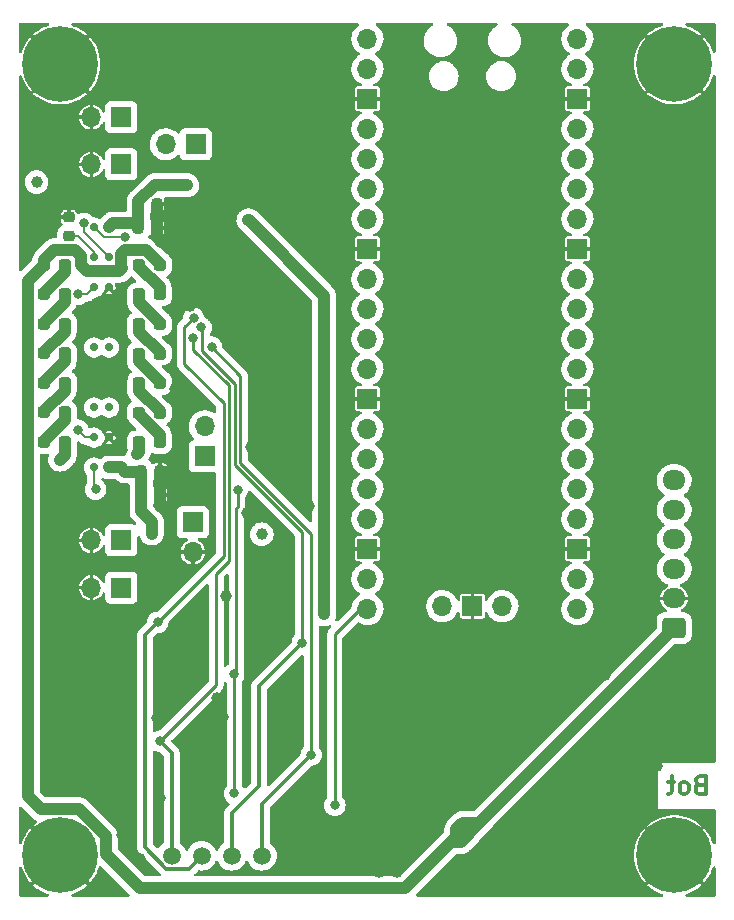
<source format=gbr>
%TF.GenerationSoftware,KiCad,Pcbnew,(6.0.10)*%
%TF.CreationDate,2023-03-05T19:00:04+01:00*%
%TF.ProjectId,HighPrecPosSens,48696768-5072-4656-9350-6f7353656e73,1*%
%TF.SameCoordinates,Original*%
%TF.FileFunction,Copper,L2,Bot*%
%TF.FilePolarity,Positive*%
%FSLAX46Y46*%
G04 Gerber Fmt 4.6, Leading zero omitted, Abs format (unit mm)*
G04 Created by KiCad (PCBNEW (6.0.10)) date 2023-03-05 19:00:04*
%MOMM*%
%LPD*%
G01*
G04 APERTURE LIST*
G04 Aperture macros list*
%AMRoundRect*
0 Rectangle with rounded corners*
0 $1 Rounding radius*
0 $2 $3 $4 $5 $6 $7 $8 $9 X,Y pos of 4 corners*
0 Add a 4 corners polygon primitive as box body*
4,1,4,$2,$3,$4,$5,$6,$7,$8,$9,$2,$3,0*
0 Add four circle primitives for the rounded corners*
1,1,$1+$1,$2,$3*
1,1,$1+$1,$4,$5*
1,1,$1+$1,$6,$7*
1,1,$1+$1,$8,$9*
0 Add four rect primitives between the rounded corners*
20,1,$1+$1,$2,$3,$4,$5,0*
20,1,$1+$1,$4,$5,$6,$7,0*
20,1,$1+$1,$6,$7,$8,$9,0*
20,1,$1+$1,$8,$9,$2,$3,0*%
G04 Aperture macros list end*
%ADD10C,0.300000*%
%TA.AperFunction,NonConductor*%
%ADD11C,0.300000*%
%TD*%
%TA.AperFunction,ComponentPad*%
%ADD12C,6.400000*%
%TD*%
%TA.AperFunction,ComponentPad*%
%ADD13RoundRect,0.250000X0.725000X-0.600000X0.725000X0.600000X-0.725000X0.600000X-0.725000X-0.600000X0*%
%TD*%
%TA.AperFunction,ComponentPad*%
%ADD14O,1.950000X1.700000*%
%TD*%
%TA.AperFunction,ComponentPad*%
%ADD15C,1.500000*%
%TD*%
%TA.AperFunction,ComponentPad*%
%ADD16R,1.700000X1.700000*%
%TD*%
%TA.AperFunction,ComponentPad*%
%ADD17O,1.700000X1.700000*%
%TD*%
%TA.AperFunction,SMDPad,CuDef*%
%ADD18RoundRect,0.237500X-0.287500X-0.237500X0.287500X-0.237500X0.287500X0.237500X-0.287500X0.237500X0*%
%TD*%
%TA.AperFunction,SMDPad,CuDef*%
%ADD19C,1.000000*%
%TD*%
%TA.AperFunction,SMDPad,CuDef*%
%ADD20RoundRect,0.237500X0.287500X0.237500X-0.287500X0.237500X-0.287500X-0.237500X0.287500X-0.237500X0*%
%TD*%
%TA.AperFunction,SMDPad,CuDef*%
%ADD21RoundRect,0.225000X-0.225000X-0.250000X0.225000X-0.250000X0.225000X0.250000X-0.225000X0.250000X0*%
%TD*%
%TA.AperFunction,SMDPad,CuDef*%
%ADD22RoundRect,0.225000X0.250000X-0.225000X0.250000X0.225000X-0.250000X0.225000X-0.250000X-0.225000X0*%
%TD*%
%TA.AperFunction,BGAPad,CuDef*%
%ADD23C,0.700000*%
%TD*%
%TA.AperFunction,ViaPad*%
%ADD24C,1.000000*%
%TD*%
%TA.AperFunction,ViaPad*%
%ADD25C,0.800000*%
%TD*%
%TA.AperFunction,Conductor*%
%ADD26C,1.000000*%
%TD*%
%TA.AperFunction,Conductor*%
%ADD27C,0.200000*%
%TD*%
%TA.AperFunction,Conductor*%
%ADD28C,0.250000*%
%TD*%
%TA.AperFunction,Conductor*%
%ADD29C,0.300000*%
%TD*%
G04 APERTURE END LIST*
D10*
D11*
X120900000Y-118983721D02*
X120685714Y-119055149D01*
X120614285Y-119126578D01*
X120542857Y-119269435D01*
X120542857Y-119483721D01*
X120614285Y-119626578D01*
X120685714Y-119698006D01*
X120828571Y-119769435D01*
X121400000Y-119769435D01*
X121400000Y-118269435D01*
X120900000Y-118269435D01*
X120757142Y-118340864D01*
X120685714Y-118412292D01*
X120614285Y-118555149D01*
X120614285Y-118698006D01*
X120685714Y-118840864D01*
X120757142Y-118912292D01*
X120900000Y-118983721D01*
X121400000Y-118983721D01*
X119685714Y-119769435D02*
X119828571Y-119698006D01*
X119900000Y-119626578D01*
X119971428Y-119483721D01*
X119971428Y-119055149D01*
X119900000Y-118912292D01*
X119828571Y-118840864D01*
X119685714Y-118769435D01*
X119471428Y-118769435D01*
X119328571Y-118840864D01*
X119257142Y-118912292D01*
X119185714Y-119055149D01*
X119185714Y-119483721D01*
X119257142Y-119626578D01*
X119328571Y-119698006D01*
X119471428Y-119769435D01*
X119685714Y-119769435D01*
X118757142Y-118769435D02*
X118185714Y-118769435D01*
X118542857Y-118269435D02*
X118542857Y-119555149D01*
X118471428Y-119698006D01*
X118328571Y-119769435D01*
X118185714Y-119769435D01*
D12*
%TO.P,H2,1,1*%
%TO.N,GND*%
X118750000Y-57980864D03*
%TD*%
D13*
%TO.P,J5,1,Pin_1*%
%TO.N,+24V*%
X118725000Y-105730864D03*
D14*
%TO.P,J5,2,Pin_2*%
%TO.N,GND*%
X118725000Y-103230864D03*
%TO.P,J5,3,Pin_3*%
%TO.N,Miso*%
X118725000Y-100730864D03*
%TO.P,J5,4,Pin_4*%
%TO.N,SCS*%
X118725000Y-98230864D03*
%TO.P,J5,5,Pin_5*%
%TO.N,SCkl*%
X118725000Y-95730864D03*
%TO.P,J5,6,Pin_6*%
%TO.N,Mosi*%
X118725000Y-93230864D03*
%TD*%
D15*
%TO.P,TP1,1,1*%
%TO.N,/D4*%
X78740000Y-125000000D03*
%TD*%
D12*
%TO.P,H4,1,1*%
%TO.N,GND*%
X118750000Y-124980864D03*
%TD*%
D16*
%TO.P,J8,1,Pin_1*%
%TO.N,/Video*%
X77978000Y-96774000D03*
D17*
%TO.P,J8,2,Pin_2*%
%TO.N,GND*%
X77978000Y-99314000D03*
%TD*%
D15*
%TO.P,TP4,1,1*%
%TO.N,/D2*%
X76200000Y-125000000D03*
%TD*%
%TO.P,TP3,1,1*%
%TO.N,/D3*%
X81280000Y-125000000D03*
%TD*%
D12*
%TO.P,H1,1,1*%
%TO.N,GND*%
X66750000Y-57980864D03*
%TD*%
D15*
%TO.P,TP2,1,1*%
%TO.N,/D1*%
X83820000Y-125000000D03*
%TD*%
D12*
%TO.P,H3,1,1*%
%TO.N,GND*%
X66750000Y-124980864D03*
%TD*%
D17*
%TO.P,U6,1,GPIO0*%
%TO.N,unconnected-(U6-Pad1)*%
X92760000Y-55850864D03*
%TO.P,U6,2,GPIO1*%
%TO.N,unconnected-(U6-Pad2)*%
X92760000Y-58390864D03*
D16*
%TO.P,U6,3,GND*%
%TO.N,GND*%
X92760000Y-60930864D03*
D17*
%TO.P,U6,4,GPIO2*%
%TO.N,Net-(R18-Pad2)*%
X92760000Y-63470864D03*
%TO.P,U6,5,GPIO3*%
%TO.N,Net-(R15-Pad2)*%
X92760000Y-66010864D03*
%TO.P,U6,6,GPIO4*%
%TO.N,Net-(R19-Pad2)*%
X92760000Y-68550864D03*
%TO.P,U6,7,GPIO5*%
%TO.N,Net-(R16-Pad2)*%
X92760000Y-71090864D03*
D16*
%TO.P,U6,8,GND*%
%TO.N,GND*%
X92760000Y-73630864D03*
D17*
%TO.P,U6,9,GPIO6*%
%TO.N,Net-(R20-Pad2)*%
X92760000Y-76170864D03*
%TO.P,U6,10,GPIO7*%
%TO.N,Net-(R17-Pad2)*%
X92760000Y-78710864D03*
%TO.P,U6,11,GPIO8*%
%TO.N,Net-(R7-Pad1)*%
X92760000Y-81250864D03*
%TO.P,U6,12,GPIO9*%
%TO.N,Net-(R8-Pad1)*%
X92760000Y-83790864D03*
D16*
%TO.P,U6,13,GND*%
%TO.N,GND*%
X92760000Y-86330864D03*
D17*
%TO.P,U6,14,GPIO10*%
%TO.N,unconnected-(U6-Pad14)*%
X92760000Y-88870864D03*
%TO.P,U6,15,GPIO11*%
%TO.N,unconnected-(U6-Pad15)*%
X92760000Y-91410864D03*
%TO.P,U6,16,GPIO12*%
%TO.N,unconnected-(U6-Pad16)*%
X92760000Y-93950864D03*
%TO.P,U6,17,GPIO13*%
%TO.N,unconnected-(U6-Pad17)*%
X92760000Y-96490864D03*
D16*
%TO.P,U6,18,GND*%
%TO.N,GND*%
X92760000Y-99030864D03*
D17*
%TO.P,U6,19,GPIO14*%
%TO.N,unconnected-(U6-Pad19)*%
X92760000Y-101570864D03*
%TO.P,U6,20,GPIO15*%
%TO.N,PGood*%
X92760000Y-104110864D03*
%TO.P,U6,21,GPIO16*%
%TO.N,Miso*%
X110540000Y-104110864D03*
%TO.P,U6,22,GPIO17*%
%TO.N,SCS*%
X110540000Y-101570864D03*
D16*
%TO.P,U6,23,GND*%
%TO.N,GND*%
X110540000Y-99030864D03*
D17*
%TO.P,U6,24,GPIO18*%
%TO.N,SCkl*%
X110540000Y-96490864D03*
%TO.P,U6,25,GPIO19*%
%TO.N,Mosi*%
X110540000Y-93950864D03*
%TO.P,U6,26,GPIO20*%
%TO.N,unconnected-(U6-Pad26)*%
X110540000Y-91410864D03*
%TO.P,U6,27,GPIO21*%
%TO.N,unconnected-(U6-Pad27)*%
X110540000Y-88870864D03*
D16*
%TO.P,U6,28,GND*%
%TO.N,GND*%
X110540000Y-86330864D03*
D17*
%TO.P,U6,29,GPIO22*%
%TO.N,unconnected-(U6-Pad29)*%
X110540000Y-83790864D03*
%TO.P,U6,30,RUN*%
%TO.N,unconnected-(U6-Pad30)*%
X110540000Y-81250864D03*
%TO.P,U6,31,GPIO26_ADC0*%
%TO.N,unconnected-(U6-Pad31)*%
X110540000Y-78710864D03*
%TO.P,U6,32,GPIO27_ADC1*%
%TO.N,unconnected-(U6-Pad32)*%
X110540000Y-76170864D03*
D16*
%TO.P,U6,33,AGND*%
%TO.N,GND*%
X110540000Y-73630864D03*
D17*
%TO.P,U6,34,GPIO28_ADC2*%
%TO.N,/Video1*%
X110540000Y-71090864D03*
%TO.P,U6,35,ADC_VREF*%
%TO.N,Net-(C21-Pad1)*%
X110540000Y-68550864D03*
%TO.P,U6,36,3V3*%
%TO.N,unconnected-(U6-Pad36)*%
X110540000Y-66010864D03*
%TO.P,U6,37,3V3_EN*%
%TO.N,unconnected-(U6-Pad37)*%
X110540000Y-63470864D03*
D16*
%TO.P,U6,38,GND*%
%TO.N,GND*%
X110540000Y-60930864D03*
D17*
%TO.P,U6,39,VSYS*%
%TO.N,+3.3V*%
X110540000Y-58390864D03*
%TO.P,U6,40,VBUS*%
%TO.N,unconnected-(U6-Pad40)*%
X110540000Y-55850864D03*
%TO.P,U6,41,SWCLK*%
%TO.N,unconnected-(U6-Pad41)*%
X99110000Y-103880864D03*
D16*
%TO.P,U6,42,GND*%
%TO.N,GND*%
X101650000Y-103880864D03*
D17*
%TO.P,U6,43,SWDIO*%
%TO.N,unconnected-(U6-Pad43)*%
X104190000Y-103880864D03*
%TD*%
D16*
%TO.P,J6,1,Pin_1*%
%TO.N,/CLk*%
X78232000Y-64770000D03*
D17*
%TO.P,J6,2,Pin_2*%
%TO.N,/ST*%
X75692000Y-64770000D03*
%TD*%
D16*
%TO.P,J7,1,Pin_1*%
%TO.N,/EOS*%
X78994000Y-91191000D03*
D17*
%TO.P,J7,2,Pin_2*%
%TO.N,/Trig*%
X78994000Y-88651000D03*
%TD*%
D18*
%TO.P,D2,1,K*%
%TO.N,Net-(D2-Pad1)*%
X73418000Y-77492864D03*
%TO.P,D2,2,A*%
%TO.N,Net-(D1-Pad1)*%
X75168000Y-77492864D03*
%TD*%
D19*
%TO.P,FID4,*%
%TO.N,*%
X64750000Y-67980864D03*
%TD*%
D18*
%TO.P,D4,1,K*%
%TO.N,Net-(D4-Pad1)*%
X73418000Y-82492864D03*
%TO.P,D4,2,A*%
%TO.N,Net-(D3-Pad1)*%
X75168000Y-82492864D03*
%TD*%
D20*
%TO.P,D15,1,K*%
%TO.N,Net-(D15-Pad1)*%
X67125000Y-89980864D03*
%TO.P,D15,2,A*%
%TO.N,Net-(D14-Pad1)*%
X65375000Y-89980864D03*
%TD*%
D16*
%TO.P,J4,1,Pin_1*%
%TO.N,unconnected-(J4-Pad1)*%
X71925000Y-66480864D03*
D17*
%TO.P,J4,2,Pin_2*%
%TO.N,GND*%
X69385000Y-66480864D03*
%TD*%
D21*
%TO.P,C6,1*%
%TO.N,+3.3V*%
X73631000Y-94470864D03*
%TO.P,C6,2*%
%TO.N,GND*%
X75181000Y-94470864D03*
%TD*%
D16*
%TO.P,J3,1,Pin_1*%
%TO.N,unconnected-(J3-Pad1)*%
X71930000Y-102310864D03*
D17*
%TO.P,J3,2,Pin_2*%
%TO.N,GND*%
X69390000Y-102310864D03*
%TD*%
D18*
%TO.P,D6,1,K*%
%TO.N,Net-(D6-Pad1)*%
X73418000Y-87492864D03*
%TO.P,D6,2,A*%
%TO.N,Net-(D5-Pad1)*%
X75168000Y-87492864D03*
%TD*%
D22*
%TO.P,C8,1*%
%TO.N,Net-(C8-Pad1)*%
X67500000Y-72505864D03*
%TO.P,C8,2*%
%TO.N,GND*%
X67500000Y-70955864D03*
%TD*%
D19*
%TO.P,FID3,*%
%TO.N,*%
X83820000Y-97790000D03*
%TD*%
D20*
%TO.P,D11,1,K*%
%TO.N,Net-(D11-Pad1)*%
X67125000Y-79980864D03*
%TO.P,D11,2,A*%
%TO.N,Net-(D10-Pad1)*%
X65375000Y-79980864D03*
%TD*%
D18*
%TO.P,D7,1,K*%
%TO.N,Net-(D7-Pad1)*%
X73418000Y-89992864D03*
%TO.P,D7,2,A*%
%TO.N,Net-(D6-Pad1)*%
X75168000Y-89992864D03*
%TD*%
D20*
%TO.P,D14,1,K*%
%TO.N,Net-(D14-Pad1)*%
X67125000Y-87480864D03*
%TO.P,D14,2,A*%
%TO.N,Net-(D13-Pad1)*%
X65375000Y-87480864D03*
%TD*%
%TO.P,D12,1,K*%
%TO.N,Net-(D12-Pad1)*%
X67125000Y-82480864D03*
%TO.P,D12,2,A*%
%TO.N,Net-(D11-Pad1)*%
X65375000Y-82480864D03*
%TD*%
D21*
%TO.P,C10,1*%
%TO.N,+3.3V*%
X73377000Y-71864864D03*
%TO.P,C10,2*%
%TO.N,GND*%
X74927000Y-71864864D03*
%TD*%
%TO.P,C7,1*%
%TO.N,+3.3V*%
X73377000Y-69832864D03*
%TO.P,C7,2*%
%TO.N,GND*%
X74927000Y-69832864D03*
%TD*%
%TO.P,C9,1*%
%TO.N,+3.3V*%
X73631000Y-92438864D03*
%TO.P,C9,2*%
%TO.N,GND*%
X75181000Y-92438864D03*
%TD*%
D23*
%TO.P,U2,1,Vdd*%
%TO.N,+3.3V*%
X70885000Y-71820864D03*
%TO.P,U2,2,Clk*%
%TO.N,/Clk_2*%
X70885000Y-74360864D03*
%TO.P,U2,3,Vss*%
%TO.N,GND*%
X70885000Y-76900864D03*
%TO.P,U2,4,NC*%
%TO.N,unconnected-(U2-Pad4)*%
X70885000Y-81980864D03*
%TO.P,U2,5,NC*%
%TO.N,unconnected-(U2-Pad5)*%
X70885000Y-87060864D03*
%TO.P,U2,6,Vss*%
%TO.N,GND*%
X70885000Y-89600864D03*
%TO.P,U2,7,Vdd*%
%TO.N,+3.3V*%
X70885000Y-92140864D03*
%TO.P,U2,8,Video*%
%TO.N,/Video*%
X69615000Y-92140864D03*
%TO.P,U2,9,EOS*%
%TO.N,/EOS*%
X69615000Y-89600864D03*
%TO.P,U2,10,NC*%
%TO.N,unconnected-(U2-Pad10)*%
X69615000Y-87060864D03*
%TO.P,U2,11,NC*%
%TO.N,unconnected-(U2-Pad11)*%
X69615000Y-81980864D03*
%TO.P,U2,12,Trig*%
%TO.N,/Trig*%
X69615000Y-76900864D03*
%TO.P,U2,13,Vcp*%
%TO.N,Net-(C8-Pad1)*%
X69615000Y-74360864D03*
%TO.P,U2,14,ST*%
%TO.N,/ST_2*%
X69615000Y-71820864D03*
%TD*%
D20*
%TO.P,D13,1,K*%
%TO.N,Net-(D13-Pad1)*%
X67125000Y-84980864D03*
%TO.P,D13,2,A*%
%TO.N,Net-(D12-Pad1)*%
X65375000Y-84980864D03*
%TD*%
D16*
%TO.P,J1,1,Pin_1*%
%TO.N,unconnected-(J1-Pad1)*%
X71930000Y-98310864D03*
D17*
%TO.P,J1,2,Pin_2*%
%TO.N,GND*%
X69390000Y-98310864D03*
%TD*%
D20*
%TO.P,D9,1,K*%
%TO.N,Net-(D10-Pad2)*%
X67125000Y-74992864D03*
%TO.P,D9,2,A*%
%TO.N,+24V*%
X65375000Y-74992864D03*
%TD*%
D18*
%TO.P,D1,1,K*%
%TO.N,Net-(D1-Pad1)*%
X73418000Y-74992864D03*
%TO.P,D1,2,A*%
%TO.N,+24V*%
X75168000Y-74992864D03*
%TD*%
D16*
%TO.P,J2,1,Pin_1*%
%TO.N,unconnected-(J2-Pad1)*%
X71925000Y-62480864D03*
D17*
%TO.P,J2,2,Pin_2*%
%TO.N,GND*%
X69385000Y-62480864D03*
%TD*%
D18*
%TO.P,D3,1,K*%
%TO.N,Net-(D3-Pad1)*%
X73418000Y-79992864D03*
%TO.P,D3,2,A*%
%TO.N,Net-(D2-Pad1)*%
X75168000Y-79992864D03*
%TD*%
D20*
%TO.P,D10,1,K*%
%TO.N,Net-(D10-Pad1)*%
X67125000Y-77480864D03*
%TO.P,D10,2,A*%
%TO.N,Net-(D10-Pad2)*%
X65375000Y-77480864D03*
%TD*%
D18*
%TO.P,D5,1,K*%
%TO.N,Net-(D5-Pad1)*%
X73418000Y-84992864D03*
%TO.P,D5,2,A*%
%TO.N,Net-(D4-Pad1)*%
X75168000Y-84992864D03*
%TD*%
D24*
%TO.N,+24V*%
X100617500Y-123113364D03*
X100838000Y-122224800D03*
%TO.N,GND*%
X85094999Y-113325863D03*
X104400000Y-125690864D03*
X85300000Y-101390864D03*
X92760800Y-116078000D03*
X76300000Y-101090864D03*
X70300000Y-127890864D03*
X80500000Y-113250000D03*
X111900000Y-127890864D03*
X85400000Y-122890864D03*
X84500000Y-92090864D03*
X86100000Y-79990864D03*
X63900000Y-61490864D03*
X71600000Y-78290864D03*
X87700000Y-55490864D03*
X82200000Y-69490864D03*
X87800000Y-95390864D03*
X108100000Y-61190864D03*
X95250000Y-121980864D03*
X113600000Y-114590864D03*
X65800000Y-96890864D03*
X94600000Y-61090864D03*
X107200000Y-64290864D03*
X79994716Y-111671305D03*
X87400000Y-89190864D03*
X74980800Y-113385600D03*
X95500000Y-55390864D03*
X66000000Y-64190864D03*
X93750000Y-126381364D03*
X118400000Y-109790864D03*
X95600000Y-77690864D03*
X95750000Y-109980864D03*
X74927000Y-70803864D03*
X82945003Y-90390864D03*
X107000000Y-101590864D03*
X103800000Y-78590864D03*
X95250000Y-65250000D03*
X95600000Y-87290864D03*
X79080000Y-74150864D03*
X75200000Y-120090864D03*
X89100000Y-61090864D03*
X89100000Y-73690864D03*
X89200000Y-64250000D03*
X84600000Y-68190864D03*
X93750000Y-121980864D03*
X67250000Y-112980864D03*
X106100000Y-93990864D03*
X82600000Y-95990864D03*
X68700000Y-84090864D03*
X66600000Y-106190864D03*
X82700000Y-65790864D03*
X119100000Y-67890864D03*
X80776001Y-102980864D03*
X114981543Y-118972407D03*
X76750000Y-92480864D03*
X76911200Y-105206800D03*
X71940001Y-123290863D03*
X67250000Y-108980864D03*
X76500000Y-85500000D03*
X109800000Y-126590864D03*
X77743232Y-78455406D03*
X71400000Y-55490864D03*
X95267179Y-126381364D03*
X80500000Y-79480864D03*
X66250000Y-71480864D03*
X107700000Y-113190864D03*
X75234800Y-108813600D03*
X76098400Y-111912400D03*
X85800000Y-99190864D03*
X66250352Y-119480510D03*
X97250000Y-106980864D03*
X114250000Y-73250000D03*
X94800000Y-73190864D03*
X98250000Y-112980864D03*
X72000000Y-84690864D03*
X97200000Y-96290864D03*
X78750000Y-121480864D03*
X67250000Y-116480864D03*
X100000000Y-127090864D03*
X114900000Y-61790864D03*
X108100000Y-72290864D03*
X114000000Y-99000000D03*
X112900000Y-109690864D03*
X86700000Y-125890864D03*
X117300000Y-117390864D03*
X75250000Y-95480864D03*
X75295000Y-73019438D03*
X73500000Y-125250000D03*
X85250000Y-102980864D03*
X72000000Y-90690864D03*
X63800000Y-73390864D03*
X80235000Y-75480864D03*
X107200000Y-55790864D03*
X114250000Y-86250000D03*
X104100000Y-127090864D03*
X101250000Y-109980864D03*
X86000000Y-77090864D03*
%TO.N,+3.3V*%
X82678730Y-71210273D03*
X77500000Y-68230864D03*
X89105000Y-104585864D03*
X74500000Y-97730864D03*
D25*
%TO.N,Net-(D7-Pad1)*%
X73250000Y-90980864D03*
%TO.N,PGood*%
X90000000Y-120730864D03*
%TO.N,/Clk_2*%
X68731311Y-71473518D03*
%TO.N,/ST_2*%
X72250000Y-72631364D03*
%TO.N,/Video*%
X69750000Y-93980864D03*
%TO.N,/D1*%
X88000000Y-116480864D03*
X79574502Y-81945693D03*
%TO.N,/D4*%
X78037121Y-79514904D03*
X75000000Y-105250000D03*
%TO.N,/D3*%
X78673523Y-80285616D03*
X87250000Y-106980864D03*
%TO.N,/D2*%
X77996693Y-81136681D03*
X75184000Y-115316000D03*
%TO.N,/EOS*%
X68250000Y-88980864D03*
%TO.N,/Trig*%
X68250000Y-77480864D03*
%TO.N,Net-(D15-Pad1)*%
X66750000Y-91480864D03*
%TO.N,/Video1*%
X81435000Y-109665864D03*
X81500000Y-119730864D03*
X81760702Y-94016164D03*
%TD*%
D26*
%TO.N,+24V*%
X100838000Y-122224800D02*
X102231064Y-122224800D01*
X71750000Y-75480864D02*
X69000000Y-75480864D01*
X95980864Y-127750000D02*
X99851232Y-123879632D01*
X71934500Y-74546364D02*
X71934500Y-75165364D01*
X101342500Y-123113364D02*
X100617500Y-123113364D01*
X72250000Y-73730864D02*
X71935000Y-74045864D01*
X70650000Y-124880864D02*
X73519136Y-127750000D01*
X73519136Y-127750000D02*
X95980864Y-127750000D01*
X100617500Y-123113364D02*
X100617500Y-122445300D01*
X102245732Y-122210132D02*
X101342500Y-123113364D01*
X100283032Y-122779768D02*
X100283032Y-123447832D01*
X101342500Y-123113364D02*
X101342500Y-123193500D01*
X75168000Y-74992864D02*
X75168000Y-74892039D01*
X65100000Y-121080864D02*
X68365433Y-121080864D01*
X75168000Y-74892039D02*
X74006825Y-73730864D01*
X100283032Y-123447832D02*
X100617500Y-123113364D01*
X64000000Y-119980864D02*
X65100000Y-121080864D01*
X68500000Y-74980864D02*
X68500000Y-74230864D01*
X102231064Y-122224800D02*
X102245732Y-122210132D01*
X100838000Y-122224800D02*
X100283032Y-122779768D01*
X71934500Y-75165364D02*
X72000000Y-75230864D01*
X65375000Y-74992864D02*
X64000000Y-76367864D01*
X72000000Y-75230864D02*
X71750000Y-75480864D01*
X100617500Y-122445300D02*
X100838000Y-122224800D01*
X71935000Y-74045864D02*
X71935000Y-74545864D01*
X70650000Y-123365431D02*
X70650000Y-124880864D01*
X66250000Y-73730864D02*
X65375000Y-74605864D01*
X74006825Y-73730864D02*
X72250000Y-73730864D01*
X69000000Y-75480864D02*
X68500000Y-74980864D01*
X71935000Y-74545864D02*
X71934500Y-74546364D01*
X118725000Y-105730864D02*
X102245732Y-122210132D01*
X68365433Y-121080864D02*
X70650000Y-123365431D01*
X64000000Y-76367864D02*
X64000000Y-119980864D01*
X100656368Y-123879632D02*
X99851232Y-123879632D01*
X99851232Y-123879632D02*
X100283032Y-123447832D01*
X68000000Y-73730864D02*
X66250000Y-73730864D01*
X65375000Y-74605864D02*
X65375000Y-74992864D01*
X101342500Y-123193500D02*
X100656368Y-123879632D01*
X68500000Y-74230864D02*
X68000000Y-73730864D01*
D27*
%TO.N,GND*%
X67500000Y-70955864D02*
X66775000Y-70955864D01*
X66775000Y-70955864D02*
X66250000Y-71480864D01*
D26*
X74927000Y-72651438D02*
X75295000Y-73019438D01*
X74927000Y-69832864D02*
X74927000Y-71303864D01*
X75181000Y-92438864D02*
X75181000Y-94470864D01*
X74927000Y-69832864D02*
X74927000Y-70803864D01*
X75223000Y-92480864D02*
X75181000Y-92438864D01*
X74927000Y-71303864D02*
X74927000Y-71864864D01*
X74927000Y-71303864D02*
X74927000Y-72651438D01*
X75181000Y-94470864D02*
X75181000Y-95411864D01*
X75181000Y-95411864D02*
X75250000Y-95480864D01*
X76750000Y-92480864D02*
X75223000Y-92480864D01*
%TO.N,+3.3V*%
X89105000Y-104585864D02*
X89105000Y-77620864D01*
X70885000Y-92140864D02*
X71910000Y-92140864D01*
X72250000Y-92480864D02*
X73589000Y-92480864D01*
X74500000Y-96730864D02*
X74500000Y-97730864D01*
X89105000Y-77620864D02*
X82694409Y-71210273D01*
X74000000Y-96230864D02*
X74500000Y-96730864D01*
X73377000Y-69832864D02*
X73377000Y-69599716D01*
X71225000Y-71480864D02*
X72993000Y-71480864D01*
X72993000Y-71480864D02*
X73377000Y-71864864D01*
X73631000Y-92438864D02*
X73631000Y-94470864D01*
X73631000Y-95861864D02*
X74000000Y-96230864D01*
X74745852Y-68230864D02*
X77500000Y-68230864D01*
X71910000Y-92140864D02*
X72250000Y-92480864D01*
X73589000Y-92480864D02*
X73631000Y-92438864D01*
X73631000Y-94470864D02*
X73631000Y-95861864D01*
X73377000Y-69832864D02*
X73377000Y-71864864D01*
X70885000Y-71820864D02*
X71225000Y-71480864D01*
X82694409Y-71210273D02*
X82678730Y-71210273D01*
X73377000Y-69599716D02*
X74745852Y-68230864D01*
D27*
%TO.N,Net-(C8-Pad1)*%
X69615000Y-73865890D02*
X68254974Y-72505864D01*
X68254974Y-72505864D02*
X67500000Y-72505864D01*
X69615000Y-74360864D02*
X69615000Y-73865890D01*
D26*
%TO.N,Net-(D1-Pad1)*%
X75168000Y-76898864D02*
X75168000Y-77492864D01*
X73418000Y-74992864D02*
X73418000Y-75148864D01*
X73418000Y-75148864D02*
X75168000Y-76898864D01*
%TO.N,Net-(D2-Pad1)*%
X73418000Y-77492864D02*
X73418000Y-78142039D01*
X73418000Y-78142039D02*
X75168000Y-79892039D01*
X75168000Y-79892039D02*
X75168000Y-79992864D01*
%TO.N,Net-(D3-Pad1)*%
X73418000Y-79992864D02*
X73418000Y-80642039D01*
X75168000Y-82392039D02*
X75168000Y-82492864D01*
X73418000Y-80642039D02*
X75168000Y-82392039D01*
%TO.N,Net-(D4-Pad1)*%
X75168000Y-84892039D02*
X75168000Y-84992864D01*
X73418000Y-82492864D02*
X73418000Y-83142039D01*
X73418000Y-83142039D02*
X75168000Y-84892039D01*
%TO.N,Net-(D5-Pad1)*%
X73418000Y-84992864D02*
X73418000Y-85642039D01*
X73418000Y-85642039D02*
X75168000Y-87392039D01*
X75168000Y-87392039D02*
X75168000Y-87492864D01*
%TO.N,Net-(D6-Pad1)*%
X73418000Y-87492864D02*
X73418000Y-87648864D01*
X73418000Y-87648864D02*
X75168000Y-89398864D01*
X75168000Y-89398864D02*
X75168000Y-89992864D01*
%TO.N,Net-(D7-Pad1)*%
X73418000Y-89992864D02*
X73418000Y-90812864D01*
X73418000Y-90812864D02*
X73250000Y-90980864D01*
D28*
%TO.N,PGood*%
X90000000Y-106270864D02*
X92160000Y-104110864D01*
X90000000Y-120730864D02*
X90000000Y-106270864D01*
X92160000Y-104110864D02*
X92760000Y-104110864D01*
D27*
%TO.N,/Clk_2*%
X68731311Y-72207175D02*
X68731311Y-71473518D01*
X70885000Y-74360864D02*
X68731311Y-72207175D01*
%TO.N,/ST_2*%
X69615000Y-71820864D02*
X70425500Y-72631364D01*
X70425500Y-72631364D02*
X72250000Y-72631364D01*
%TO.N,/Video*%
X69615000Y-93845864D02*
X69750000Y-93980864D01*
X69615000Y-92140864D02*
X69615000Y-93845864D01*
D28*
%TO.N,/D1*%
X82000000Y-91730864D02*
X82000000Y-84371191D01*
D29*
X83820000Y-120660864D02*
X88000000Y-116480864D01*
D28*
X82000000Y-84371191D02*
X79574502Y-81945693D01*
X88000000Y-97730864D02*
X82000000Y-91730864D01*
X88000000Y-116480864D02*
X88000000Y-97730864D01*
D29*
X83820000Y-125000000D02*
X83820000Y-120660864D01*
%TO.N,/D4*%
X73914000Y-124269635D02*
X73914000Y-106336000D01*
X75744365Y-126100000D02*
X73914000Y-124269635D01*
D28*
X77272193Y-80279832D02*
X78037121Y-79514904D01*
D29*
X78740000Y-125000000D02*
X77640000Y-126100000D01*
D28*
X75000000Y-105250000D02*
X80586701Y-99663299D01*
D29*
X77640000Y-126100000D02*
X75744365Y-126100000D01*
D28*
X80586701Y-86682701D02*
X77272193Y-83368193D01*
X77272193Y-83368193D02*
X77272193Y-80279832D01*
D29*
X73914000Y-106336000D02*
X75000000Y-105250000D01*
D28*
X80586701Y-99663299D02*
X80586701Y-86682701D01*
%TO.N,/D3*%
X87250000Y-106980864D02*
X87250000Y-97616554D01*
X87250000Y-97616554D02*
X81550499Y-91917053D01*
X78750000Y-81042756D02*
X78750000Y-80362093D01*
D29*
X83566000Y-119126000D02*
X83566000Y-110664864D01*
D28*
X81550499Y-85075097D02*
X78721193Y-82245791D01*
X81550499Y-91917053D02*
X81550499Y-85075097D01*
D29*
X83566000Y-110664864D02*
X87250000Y-106980864D01*
D28*
X78721193Y-82245791D02*
X78721193Y-81071563D01*
X78721193Y-81071563D02*
X78750000Y-81042756D01*
D29*
X81280000Y-121412000D02*
X83566000Y-119126000D01*
D28*
X78750000Y-80362093D02*
X78673523Y-80285616D01*
D29*
X81280000Y-125000000D02*
X81280000Y-121412000D01*
D28*
%TO.N,/D2*%
X79951501Y-101165053D02*
X81036202Y-100080352D01*
X79951501Y-110548499D02*
X79951501Y-101165053D01*
D29*
X76200000Y-125000000D02*
X76200000Y-116332000D01*
D28*
X81036202Y-85196490D02*
X77996693Y-82156981D01*
D29*
X76200000Y-116332000D02*
X75184000Y-115316000D01*
D28*
X75184000Y-115316000D02*
X79951501Y-110548499D01*
X77996693Y-82156981D02*
X77996693Y-81136681D01*
X81036202Y-100080352D02*
X81036202Y-85196490D01*
D27*
%TO.N,/EOS*%
X69615000Y-89600864D02*
X68870000Y-89600864D01*
X68870000Y-89600864D02*
X68250000Y-88980864D01*
%TO.N,/Trig*%
X69035000Y-77480864D02*
X69615000Y-76900864D01*
X68250000Y-77480864D02*
X69035000Y-77480864D01*
D26*
%TO.N,Net-(D10-Pad2)*%
X67125000Y-74992864D02*
X67125000Y-75630039D01*
X65375000Y-77380039D02*
X65375000Y-77480864D01*
X67125000Y-75630039D02*
X65375000Y-77380039D01*
%TO.N,Net-(D10-Pad1)*%
X67125000Y-78130039D02*
X65375000Y-79880039D01*
X67125000Y-77480864D02*
X67125000Y-78130039D01*
X65375000Y-79880039D02*
X65375000Y-79980864D01*
%TO.N,Net-(D11-Pad1)*%
X65375000Y-82380039D02*
X65375000Y-82480864D01*
X67125000Y-79980864D02*
X67125000Y-80630039D01*
X67125000Y-80630039D02*
X65375000Y-82380039D01*
%TO.N,Net-(D12-Pad1)*%
X65375000Y-84880039D02*
X65375000Y-84980864D01*
X67125000Y-83130039D02*
X65375000Y-84880039D01*
X67125000Y-82480864D02*
X67125000Y-83130039D01*
%TO.N,Net-(D13-Pad1)*%
X65375000Y-87380039D02*
X65375000Y-87480864D01*
X67125000Y-84980864D02*
X67125000Y-85630039D01*
X67125000Y-85630039D02*
X65375000Y-87380039D01*
%TO.N,Net-(D14-Pad1)*%
X67125000Y-87480864D02*
X67125000Y-88130039D01*
X67125000Y-88130039D02*
X65375000Y-89880039D01*
X65375000Y-89880039D02*
X65375000Y-89980864D01*
%TO.N,Net-(D15-Pad1)*%
X67125000Y-89980864D02*
X67125000Y-91105864D01*
X67125000Y-91105864D02*
X66750000Y-91480864D01*
D28*
%TO.N,/Video1*%
X81500000Y-109730864D02*
X81435000Y-109665864D01*
X81760702Y-95470162D02*
X81760702Y-94016164D01*
X81435000Y-109665864D02*
X81671002Y-109429862D01*
X81671002Y-109429862D02*
X81671002Y-95559862D01*
X81500000Y-119730864D02*
X81500000Y-109730864D01*
X81671002Y-95559862D02*
X81760702Y-95470162D01*
%TD*%
%TA.AperFunction,Conductor*%
%TO.N,GND*%
G36*
X63467012Y-120874565D02*
G01*
X63473583Y-120880682D01*
X64343154Y-121750252D01*
X64352247Y-121760386D01*
X64375968Y-121789889D01*
X64380696Y-121793856D01*
X64414421Y-121822155D01*
X64418069Y-121825336D01*
X64419881Y-121826979D01*
X64422075Y-121829173D01*
X64455349Y-121856506D01*
X64456147Y-121857168D01*
X64527474Y-121917018D01*
X64532144Y-121919586D01*
X64536261Y-121922967D01*
X64594145Y-121954004D01*
X64618086Y-121966841D01*
X64619245Y-121967470D01*
X64695381Y-122009326D01*
X64695389Y-122009329D01*
X64700787Y-122012297D01*
X64705869Y-122013909D01*
X64710563Y-122016426D01*
X64716456Y-122018228D01*
X64716495Y-122018244D01*
X64771691Y-122062898D01*
X64793983Y-122130304D01*
X64776294Y-122199062D01*
X64744059Y-122235057D01*
X64554942Y-122378084D01*
X64549732Y-122382488D01*
X64467168Y-122460292D01*
X64459146Y-122474001D01*
X64459181Y-122474841D01*
X64464233Y-122482965D01*
X69246236Y-127264968D01*
X69259833Y-127272393D01*
X69269442Y-127265696D01*
X69445522Y-127060985D01*
X69449671Y-127055597D01*
X69654405Y-126757708D01*
X69657952Y-126751897D01*
X69829309Y-126433652D01*
X69832216Y-126427474D01*
X69968205Y-126092574D01*
X69970419Y-126086144D01*
X70013380Y-125935328D01*
X70051279Y-125875293D01*
X70115619Y-125845279D01*
X70185972Y-125854814D01*
X70223651Y-125880750D01*
X71370111Y-127027209D01*
X72600171Y-128257269D01*
X72634197Y-128319581D01*
X72629132Y-128390396D01*
X72586585Y-128447232D01*
X72520065Y-128472043D01*
X72511076Y-128472364D01*
X67803274Y-128472364D01*
X67735153Y-128452362D01*
X67688660Y-128398706D01*
X67678556Y-128328432D01*
X67708050Y-128263852D01*
X67763711Y-128226736D01*
X67989167Y-128152173D01*
X67995509Y-128149687D01*
X68324408Y-127999800D01*
X68330462Y-127996635D01*
X68641238Y-127812110D01*
X68646919Y-127808307D01*
X68935956Y-127591293D01*
X68941182Y-127586907D01*
X69032682Y-127501283D01*
X69040752Y-127487603D01*
X69040724Y-127486880D01*
X69035580Y-127478576D01*
X66762812Y-125205808D01*
X66748868Y-125198194D01*
X66747035Y-125198325D01*
X66740420Y-125202576D01*
X64466495Y-127476501D01*
X64458881Y-127490445D01*
X64458957Y-127491518D01*
X64463999Y-127499171D01*
X64531655Y-127563825D01*
X64536823Y-127568253D01*
X64823579Y-127788290D01*
X64829209Y-127792145D01*
X65138052Y-127979925D01*
X65144054Y-127983143D01*
X65471383Y-128136474D01*
X65477688Y-128139022D01*
X65735109Y-128227157D01*
X65793078Y-128268146D01*
X65819684Y-128333969D01*
X65806480Y-128403727D01*
X65757658Y-128455273D01*
X65694295Y-128472364D01*
X63384500Y-128472364D01*
X63316379Y-128452362D01*
X63269886Y-128398706D01*
X63258500Y-128346364D01*
X63258500Y-126041196D01*
X63278502Y-125973075D01*
X63332158Y-125926582D01*
X63402432Y-125916478D01*
X63467012Y-125945972D01*
X63506034Y-126007948D01*
X63518183Y-126052356D01*
X63520332Y-126058817D01*
X63652809Y-126395130D01*
X63655640Y-126401313D01*
X63823663Y-126721351D01*
X63827146Y-126727194D01*
X64028748Y-127027209D01*
X64032851Y-127032653D01*
X64228367Y-127264837D01*
X64241106Y-127273280D01*
X64251550Y-127267182D01*
X66525056Y-124993676D01*
X66532670Y-124979732D01*
X66532539Y-124977899D01*
X66528288Y-124971284D01*
X64253488Y-122696484D01*
X64239951Y-122689092D01*
X64230250Y-122695880D01*
X64047247Y-122910149D01*
X64043093Y-122915582D01*
X63839410Y-123214171D01*
X63835889Y-123219984D01*
X63665636Y-123538837D01*
X63662750Y-123545027D01*
X63527935Y-123880391D01*
X63525744Y-123886826D01*
X63505799Y-123957784D01*
X63468110Y-124017950D01*
X63403875Y-124048189D01*
X63333489Y-124038900D01*
X63279298Y-123993032D01*
X63258500Y-123923688D01*
X63258500Y-120969789D01*
X63278502Y-120901668D01*
X63332158Y-120855175D01*
X63402432Y-120845071D01*
X63467012Y-120874565D01*
G37*
%TD.AperFunction*%
%TA.AperFunction,Conductor*%
G36*
X65764156Y-54509366D02*
G01*
X65810649Y-54563022D01*
X65820753Y-54633296D01*
X65791259Y-54697876D01*
X65736015Y-54734853D01*
X65499766Y-54813901D01*
X65493444Y-54816404D01*
X65165063Y-54967442D01*
X65159020Y-54970628D01*
X64848880Y-55156243D01*
X64843234Y-55160052D01*
X64554943Y-55378084D01*
X64549732Y-55382488D01*
X64467168Y-55460292D01*
X64459146Y-55474001D01*
X64459181Y-55474841D01*
X64464233Y-55482965D01*
X66737188Y-57755920D01*
X66751132Y-57763534D01*
X66752965Y-57763403D01*
X66759580Y-57759152D01*
X69033340Y-55485392D01*
X69040954Y-55471448D01*
X69040886Y-55470493D01*
X69035720Y-55462680D01*
X68959320Y-55390181D01*
X68954132Y-55385765D01*
X68666598Y-55166722D01*
X68660974Y-55162900D01*
X68351463Y-54976191D01*
X68345456Y-54972998D01*
X68017601Y-54820812D01*
X68011262Y-54818276D01*
X67764382Y-54734712D01*
X67706270Y-54693926D01*
X67679434Y-54628197D01*
X67692394Y-54558393D01*
X67741036Y-54506677D01*
X67804779Y-54489364D01*
X91932977Y-54489364D01*
X92001098Y-54509366D01*
X92047591Y-54563022D01*
X92057695Y-54633296D01*
X92028201Y-54697876D01*
X92008630Y-54716124D01*
X91869199Y-54820812D01*
X91854965Y-54831499D01*
X91700629Y-54993002D01*
X91697715Y-54997274D01*
X91697714Y-54997275D01*
X91617611Y-55114702D01*
X91574743Y-55177544D01*
X91480688Y-55380169D01*
X91420989Y-55595434D01*
X91397251Y-55817559D01*
X91397548Y-55822712D01*
X91397548Y-55822715D01*
X91406667Y-55980864D01*
X91410110Y-56040579D01*
X91411247Y-56045625D01*
X91411248Y-56045631D01*
X91412959Y-56053223D01*
X91459222Y-56258503D01*
X91543266Y-56465480D01*
X91659987Y-56655952D01*
X91806250Y-56824802D01*
X91978126Y-56967496D01*
X92011060Y-56986741D01*
X92051445Y-57010340D01*
X92100169Y-57061978D01*
X92113240Y-57131761D01*
X92086509Y-57197533D01*
X92046055Y-57230891D01*
X92038527Y-57234810D01*
X92033607Y-57237371D01*
X92029474Y-57240474D01*
X92029471Y-57240476D01*
X91899484Y-57338073D01*
X91854965Y-57371499D01*
X91700629Y-57533002D01*
X91574743Y-57717544D01*
X91527716Y-57818856D01*
X91483328Y-57914482D01*
X91480688Y-57920169D01*
X91420989Y-58135434D01*
X91397251Y-58357559D01*
X91397548Y-58362712D01*
X91397548Y-58362715D01*
X91403011Y-58457454D01*
X91410110Y-58580579D01*
X91411247Y-58585625D01*
X91411248Y-58585631D01*
X91431119Y-58673803D01*
X91459222Y-58798503D01*
X91543266Y-59005480D01*
X91659987Y-59195952D01*
X91806250Y-59364802D01*
X91978126Y-59507496D01*
X92171000Y-59620202D01*
X92175825Y-59622044D01*
X92175826Y-59622045D01*
X92215393Y-59637154D01*
X92271896Y-59680141D01*
X92296189Y-59746853D01*
X92280559Y-59816107D01*
X92229968Y-59865918D01*
X92170444Y-59880864D01*
X91896489Y-59880864D01*
X91884234Y-59882071D01*
X91844136Y-59890047D01*
X91821645Y-59899363D01*
X91776124Y-59929779D01*
X91758915Y-59946988D01*
X91728499Y-59992509D01*
X91719183Y-60015000D01*
X91711207Y-60055098D01*
X91710000Y-60067353D01*
X91710000Y-60762749D01*
X91714475Y-60777988D01*
X91715865Y-60779193D01*
X91723548Y-60780864D01*
X93791885Y-60780864D01*
X93807124Y-60776389D01*
X93808329Y-60774999D01*
X93810000Y-60767316D01*
X93810000Y-60067353D01*
X93808793Y-60055098D01*
X93800817Y-60015000D01*
X93791501Y-59992509D01*
X93761085Y-59946988D01*
X93743876Y-59929779D01*
X93698355Y-59899363D01*
X93675864Y-59890047D01*
X93635766Y-59882071D01*
X93623511Y-59880864D01*
X93350222Y-59880864D01*
X93282101Y-59860862D01*
X93235608Y-59807206D01*
X93225504Y-59736932D01*
X93254998Y-59672352D01*
X93294790Y-59641713D01*
X93453346Y-59564037D01*
X93457994Y-59561760D01*
X93639860Y-59432037D01*
X93798096Y-59274353D01*
X93833734Y-59224758D01*
X93925435Y-59097141D01*
X93928453Y-59092941D01*
X93931813Y-59086144D01*
X93969018Y-59010864D01*
X97961693Y-59010864D01*
X97980885Y-59230235D01*
X98037880Y-59442940D01*
X98040205Y-59447925D01*
X98128618Y-59637530D01*
X98128621Y-59637535D01*
X98130944Y-59642517D01*
X98134100Y-59647024D01*
X98134101Y-59647026D01*
X98246261Y-59807206D01*
X98257251Y-59822902D01*
X98412962Y-59978613D01*
X98593346Y-60104920D01*
X98792924Y-60197984D01*
X99005629Y-60254979D01*
X99225000Y-60274171D01*
X99444371Y-60254979D01*
X99657076Y-60197984D01*
X99856654Y-60104920D01*
X100037038Y-59978613D01*
X100192749Y-59822902D01*
X100203740Y-59807206D01*
X100315899Y-59647026D01*
X100315900Y-59647024D01*
X100319056Y-59642517D01*
X100321379Y-59637535D01*
X100321382Y-59637530D01*
X100409795Y-59447925D01*
X100412120Y-59442940D01*
X100469115Y-59230235D01*
X100488307Y-59010864D01*
X102811693Y-59010864D01*
X102830885Y-59230235D01*
X102887880Y-59442940D01*
X102890205Y-59447925D01*
X102978618Y-59637530D01*
X102978621Y-59637535D01*
X102980944Y-59642517D01*
X102984100Y-59647024D01*
X102984101Y-59647026D01*
X103096261Y-59807206D01*
X103107251Y-59822902D01*
X103262962Y-59978613D01*
X103443346Y-60104920D01*
X103642924Y-60197984D01*
X103855629Y-60254979D01*
X104075000Y-60274171D01*
X104294371Y-60254979D01*
X104507076Y-60197984D01*
X104706654Y-60104920D01*
X104887038Y-59978613D01*
X105042749Y-59822902D01*
X105053740Y-59807206D01*
X105165899Y-59647026D01*
X105165900Y-59647024D01*
X105169056Y-59642517D01*
X105171379Y-59637535D01*
X105171382Y-59637530D01*
X105259795Y-59447925D01*
X105262120Y-59442940D01*
X105319115Y-59230235D01*
X105338307Y-59010864D01*
X105319115Y-58791493D01*
X105262120Y-58578788D01*
X105218585Y-58485426D01*
X105171382Y-58384198D01*
X105171379Y-58384193D01*
X105169056Y-58379211D01*
X105161786Y-58368828D01*
X105045908Y-58203337D01*
X105045906Y-58203334D01*
X105042749Y-58198826D01*
X104887038Y-58043115D01*
X104829506Y-58002830D01*
X104800734Y-57982684D01*
X104706654Y-57916808D01*
X104507076Y-57823744D01*
X104294371Y-57766749D01*
X104075000Y-57747557D01*
X103855629Y-57766749D01*
X103642924Y-57823744D01*
X103549562Y-57867279D01*
X103448334Y-57914482D01*
X103448329Y-57914485D01*
X103443347Y-57916808D01*
X103438840Y-57919964D01*
X103438838Y-57919965D01*
X103267473Y-58039956D01*
X103267470Y-58039958D01*
X103262962Y-58043115D01*
X103107251Y-58198826D01*
X103104094Y-58203334D01*
X103104092Y-58203337D01*
X102988214Y-58368828D01*
X102980944Y-58379211D01*
X102978621Y-58384193D01*
X102978618Y-58384198D01*
X102931415Y-58485426D01*
X102887880Y-58578788D01*
X102830885Y-58791493D01*
X102811693Y-59010864D01*
X100488307Y-59010864D01*
X100469115Y-58791493D01*
X100412120Y-58578788D01*
X100368585Y-58485426D01*
X100321382Y-58384198D01*
X100321379Y-58384193D01*
X100319056Y-58379211D01*
X100311786Y-58368828D01*
X100195908Y-58203337D01*
X100195906Y-58203334D01*
X100192749Y-58198826D01*
X100037038Y-58043115D01*
X99979506Y-58002830D01*
X99950734Y-57982684D01*
X99856654Y-57916808D01*
X99657076Y-57823744D01*
X99444371Y-57766749D01*
X99225000Y-57747557D01*
X99005629Y-57766749D01*
X98792924Y-57823744D01*
X98699562Y-57867279D01*
X98598334Y-57914482D01*
X98598329Y-57914485D01*
X98593347Y-57916808D01*
X98588840Y-57919964D01*
X98588838Y-57919965D01*
X98417473Y-58039956D01*
X98417470Y-58039958D01*
X98412962Y-58043115D01*
X98257251Y-58198826D01*
X98254094Y-58203334D01*
X98254092Y-58203337D01*
X98138214Y-58368828D01*
X98130944Y-58379211D01*
X98128621Y-58384193D01*
X98128618Y-58384198D01*
X98081415Y-58485426D01*
X98037880Y-58578788D01*
X97980885Y-58791493D01*
X97961693Y-59010864D01*
X93969018Y-59010864D01*
X94025136Y-58897317D01*
X94025137Y-58897315D01*
X94027430Y-58892675D01*
X94074265Y-58738523D01*
X94090865Y-58683887D01*
X94090865Y-58683885D01*
X94092370Y-58678933D01*
X94121529Y-58457454D01*
X94123156Y-58390864D01*
X94104852Y-58168225D01*
X94050431Y-57951566D01*
X93961354Y-57746704D01*
X93872763Y-57609763D01*
X93842822Y-57563481D01*
X93842820Y-57563478D01*
X93840014Y-57559141D01*
X93689670Y-57393915D01*
X93685619Y-57390716D01*
X93685615Y-57390712D01*
X93518414Y-57258664D01*
X93518410Y-57258662D01*
X93514359Y-57255462D01*
X93473053Y-57232660D01*
X93423084Y-57182228D01*
X93408312Y-57112785D01*
X93433428Y-57046380D01*
X93460780Y-57019773D01*
X93507089Y-56986741D01*
X93639860Y-56892037D01*
X93798096Y-56734353D01*
X93857594Y-56651553D01*
X93925435Y-56557141D01*
X93928453Y-56552941D01*
X93932365Y-56545027D01*
X94025136Y-56357317D01*
X94025137Y-56357315D01*
X94027430Y-56352675D01*
X94092370Y-56138933D01*
X94121529Y-55917454D01*
X94121611Y-55914104D01*
X94123074Y-55854229D01*
X94123074Y-55854225D01*
X94123156Y-55850864D01*
X94104852Y-55628225D01*
X94050431Y-55411566D01*
X93961354Y-55206704D01*
X93840014Y-55019141D01*
X93689670Y-54853915D01*
X93685619Y-54850716D01*
X93685615Y-54850712D01*
X93514359Y-54715462D01*
X93515550Y-54713954D01*
X93475221Y-54665948D01*
X93466192Y-54595528D01*
X93496669Y-54531405D01*
X93556975Y-54493939D01*
X93590621Y-54489364D01*
X98224704Y-54489364D01*
X98292825Y-54509366D01*
X98339318Y-54563022D01*
X98349422Y-54633296D01*
X98319928Y-54697876D01*
X98282884Y-54727127D01*
X98171872Y-54784916D01*
X98167739Y-54788019D01*
X98167736Y-54788021D01*
X97990790Y-54920876D01*
X97986655Y-54923981D01*
X97983083Y-54927719D01*
X97899369Y-55015321D01*
X97826639Y-55091428D01*
X97823725Y-55095700D01*
X97823724Y-55095701D01*
X97767895Y-55177544D01*
X97696119Y-55282763D01*
X97598602Y-55492845D01*
X97536707Y-55716033D01*
X97512095Y-55946333D01*
X97512392Y-55951486D01*
X97512392Y-55951489D01*
X97518067Y-56049905D01*
X97525427Y-56177561D01*
X97526564Y-56182607D01*
X97526565Y-56182613D01*
X97558741Y-56325387D01*
X97576346Y-56403506D01*
X97578288Y-56408288D01*
X97578289Y-56408292D01*
X97661540Y-56613314D01*
X97663484Y-56618101D01*
X97784501Y-56815583D01*
X97936147Y-56990648D01*
X98114349Y-57138594D01*
X98314322Y-57255448D01*
X98530694Y-57338073D01*
X98535760Y-57339104D01*
X98535761Y-57339104D01*
X98588846Y-57349904D01*
X98757656Y-57384249D01*
X98888324Y-57389040D01*
X98983949Y-57392547D01*
X98983953Y-57392547D01*
X98989113Y-57392736D01*
X98994233Y-57392080D01*
X98994235Y-57392080D01*
X99067270Y-57382724D01*
X99218847Y-57363306D01*
X99223795Y-57361821D01*
X99223802Y-57361820D01*
X99435747Y-57298233D01*
X99440690Y-57296750D01*
X99445324Y-57294480D01*
X99644049Y-57197126D01*
X99644052Y-57197124D01*
X99648684Y-57194855D01*
X99837243Y-57060358D01*
X100001303Y-56896869D01*
X100136458Y-56708781D01*
X100183641Y-56613314D01*
X100236784Y-56505786D01*
X100236785Y-56505784D01*
X100239078Y-56501144D01*
X100306408Y-56279535D01*
X100336640Y-56049905D01*
X100336722Y-56046555D01*
X100338245Y-55984229D01*
X100338245Y-55984225D01*
X100338327Y-55980864D01*
X100324479Y-55812426D01*
X100319773Y-55755182D01*
X100319772Y-55755176D01*
X100319349Y-55750031D01*
X100262925Y-55525397D01*
X100260866Y-55520661D01*
X100172630Y-55317732D01*
X100172628Y-55317729D01*
X100170570Y-55312995D01*
X100044764Y-55118529D01*
X99888887Y-54947222D01*
X99884836Y-54944023D01*
X99884832Y-54944019D01*
X99711177Y-54806875D01*
X99711172Y-54806872D01*
X99707123Y-54803674D01*
X99702604Y-54801180D01*
X99702599Y-54801176D01*
X99565825Y-54725673D01*
X99515854Y-54675240D01*
X99501082Y-54605797D01*
X99526198Y-54539392D01*
X99583229Y-54497107D01*
X99626718Y-54489364D01*
X103674704Y-54489364D01*
X103742825Y-54509366D01*
X103789318Y-54563022D01*
X103799422Y-54633296D01*
X103769928Y-54697876D01*
X103732884Y-54727127D01*
X103621872Y-54784916D01*
X103617739Y-54788019D01*
X103617736Y-54788021D01*
X103440790Y-54920876D01*
X103436655Y-54923981D01*
X103433083Y-54927719D01*
X103349369Y-55015321D01*
X103276639Y-55091428D01*
X103273725Y-55095700D01*
X103273724Y-55095701D01*
X103217895Y-55177544D01*
X103146119Y-55282763D01*
X103048602Y-55492845D01*
X102986707Y-55716033D01*
X102962095Y-55946333D01*
X102962392Y-55951486D01*
X102962392Y-55951489D01*
X102968067Y-56049905D01*
X102975427Y-56177561D01*
X102976564Y-56182607D01*
X102976565Y-56182613D01*
X103008741Y-56325387D01*
X103026346Y-56403506D01*
X103028288Y-56408288D01*
X103028289Y-56408292D01*
X103111540Y-56613314D01*
X103113484Y-56618101D01*
X103234501Y-56815583D01*
X103386147Y-56990648D01*
X103564349Y-57138594D01*
X103764322Y-57255448D01*
X103980694Y-57338073D01*
X103985760Y-57339104D01*
X103985761Y-57339104D01*
X104038846Y-57349904D01*
X104207656Y-57384249D01*
X104338324Y-57389040D01*
X104433949Y-57392547D01*
X104433953Y-57392547D01*
X104439113Y-57392736D01*
X104444233Y-57392080D01*
X104444235Y-57392080D01*
X104517270Y-57382724D01*
X104668847Y-57363306D01*
X104673795Y-57361821D01*
X104673802Y-57361820D01*
X104885747Y-57298233D01*
X104890690Y-57296750D01*
X104895324Y-57294480D01*
X105094049Y-57197126D01*
X105094052Y-57197124D01*
X105098684Y-57194855D01*
X105287243Y-57060358D01*
X105451303Y-56896869D01*
X105586458Y-56708781D01*
X105633641Y-56613314D01*
X105686784Y-56505786D01*
X105686785Y-56505784D01*
X105689078Y-56501144D01*
X105756408Y-56279535D01*
X105786640Y-56049905D01*
X105786722Y-56046555D01*
X105788245Y-55984229D01*
X105788245Y-55984225D01*
X105788327Y-55980864D01*
X105774479Y-55812426D01*
X105769773Y-55755182D01*
X105769772Y-55755176D01*
X105769349Y-55750031D01*
X105712925Y-55525397D01*
X105710866Y-55520661D01*
X105622630Y-55317732D01*
X105622628Y-55317729D01*
X105620570Y-55312995D01*
X105494764Y-55118529D01*
X105338887Y-54947222D01*
X105334836Y-54944023D01*
X105334832Y-54944019D01*
X105161177Y-54806875D01*
X105161172Y-54806872D01*
X105157123Y-54803674D01*
X105152604Y-54801180D01*
X105152599Y-54801176D01*
X105015825Y-54725673D01*
X104965854Y-54675240D01*
X104951082Y-54605797D01*
X104976198Y-54539392D01*
X105033229Y-54497107D01*
X105076718Y-54489364D01*
X109712977Y-54489364D01*
X109781098Y-54509366D01*
X109827591Y-54563022D01*
X109837695Y-54633296D01*
X109808201Y-54697876D01*
X109788630Y-54716124D01*
X109649199Y-54820812D01*
X109634965Y-54831499D01*
X109480629Y-54993002D01*
X109477715Y-54997274D01*
X109477714Y-54997275D01*
X109397611Y-55114702D01*
X109354743Y-55177544D01*
X109260688Y-55380169D01*
X109200989Y-55595434D01*
X109177251Y-55817559D01*
X109177548Y-55822712D01*
X109177548Y-55822715D01*
X109186667Y-55980864D01*
X109190110Y-56040579D01*
X109191247Y-56045625D01*
X109191248Y-56045631D01*
X109192959Y-56053223D01*
X109239222Y-56258503D01*
X109323266Y-56465480D01*
X109439987Y-56655952D01*
X109586250Y-56824802D01*
X109758126Y-56967496D01*
X109791060Y-56986741D01*
X109831445Y-57010340D01*
X109880169Y-57061978D01*
X109893240Y-57131761D01*
X109866509Y-57197533D01*
X109826055Y-57230891D01*
X109818527Y-57234810D01*
X109813607Y-57237371D01*
X109809474Y-57240474D01*
X109809471Y-57240476D01*
X109679484Y-57338073D01*
X109634965Y-57371499D01*
X109480629Y-57533002D01*
X109354743Y-57717544D01*
X109307716Y-57818856D01*
X109263328Y-57914482D01*
X109260688Y-57920169D01*
X109200989Y-58135434D01*
X109177251Y-58357559D01*
X109177548Y-58362712D01*
X109177548Y-58362715D01*
X109183011Y-58457454D01*
X109190110Y-58580579D01*
X109191247Y-58585625D01*
X109191248Y-58585631D01*
X109211119Y-58673803D01*
X109239222Y-58798503D01*
X109323266Y-59005480D01*
X109439987Y-59195952D01*
X109586250Y-59364802D01*
X109758126Y-59507496D01*
X109951000Y-59620202D01*
X109955825Y-59622044D01*
X109955826Y-59622045D01*
X109995393Y-59637154D01*
X110051896Y-59680141D01*
X110076189Y-59746853D01*
X110060559Y-59816107D01*
X110009968Y-59865918D01*
X109950444Y-59880864D01*
X109676489Y-59880864D01*
X109664234Y-59882071D01*
X109624136Y-59890047D01*
X109601645Y-59899363D01*
X109556124Y-59929779D01*
X109538915Y-59946988D01*
X109508499Y-59992509D01*
X109499183Y-60015000D01*
X109491207Y-60055098D01*
X109490000Y-60067353D01*
X109490000Y-60762749D01*
X109494475Y-60777988D01*
X109495865Y-60779193D01*
X109503548Y-60780864D01*
X111571885Y-60780864D01*
X111587124Y-60776389D01*
X111588329Y-60774999D01*
X111590000Y-60767316D01*
X111590000Y-60490445D01*
X116458881Y-60490445D01*
X116458957Y-60491518D01*
X116463999Y-60499171D01*
X116531655Y-60563825D01*
X116536823Y-60568253D01*
X116823579Y-60788290D01*
X116829209Y-60792145D01*
X117138052Y-60979925D01*
X117144054Y-60983143D01*
X117471383Y-61136474D01*
X117477688Y-61139022D01*
X117819664Y-61256107D01*
X117826215Y-61257960D01*
X118178823Y-61337424D01*
X118185542Y-61338561D01*
X118544679Y-61379480D01*
X118551469Y-61379883D01*
X118912920Y-61381775D01*
X118919721Y-61381443D01*
X119279266Y-61344288D01*
X119285994Y-61343222D01*
X119639431Y-61267451D01*
X119645979Y-61265672D01*
X119989167Y-61152173D01*
X119995509Y-61149687D01*
X120324408Y-60999800D01*
X120330462Y-60996635D01*
X120641238Y-60812110D01*
X120646919Y-60808307D01*
X120935956Y-60591293D01*
X120941182Y-60586907D01*
X121032682Y-60501283D01*
X121040752Y-60487603D01*
X121040724Y-60486880D01*
X121035580Y-60478576D01*
X118762812Y-58205808D01*
X118748868Y-58198194D01*
X118747035Y-58198325D01*
X118740420Y-58202576D01*
X116466495Y-60476501D01*
X116458881Y-60490445D01*
X111590000Y-60490445D01*
X111590000Y-60067353D01*
X111588793Y-60055098D01*
X111580817Y-60015000D01*
X111571501Y-59992509D01*
X111541085Y-59946988D01*
X111523876Y-59929779D01*
X111478355Y-59899363D01*
X111455864Y-59890047D01*
X111415766Y-59882071D01*
X111403511Y-59880864D01*
X111130222Y-59880864D01*
X111062101Y-59860862D01*
X111015608Y-59807206D01*
X111005504Y-59736932D01*
X111034998Y-59672352D01*
X111074790Y-59641713D01*
X111233346Y-59564037D01*
X111237994Y-59561760D01*
X111419860Y-59432037D01*
X111578096Y-59274353D01*
X111613734Y-59224758D01*
X111705435Y-59097141D01*
X111708453Y-59092941D01*
X111711813Y-59086144D01*
X111805136Y-58897317D01*
X111805137Y-58897315D01*
X111807430Y-58892675D01*
X111854265Y-58738523D01*
X111870865Y-58683887D01*
X111870865Y-58683885D01*
X111872370Y-58678933D01*
X111901529Y-58457454D01*
X111903156Y-58390864D01*
X111884852Y-58168225D01*
X111835658Y-57972374D01*
X115345199Y-57972374D01*
X115363487Y-58333388D01*
X115364197Y-58340144D01*
X115421366Y-58697058D01*
X115422805Y-58703713D01*
X115518183Y-59052356D01*
X115520332Y-59058817D01*
X115652809Y-59395130D01*
X115655640Y-59401313D01*
X115823663Y-59721351D01*
X115827146Y-59727194D01*
X116028748Y-60027209D01*
X116032851Y-60032653D01*
X116228367Y-60264837D01*
X116241106Y-60273280D01*
X116251550Y-60267182D01*
X118525056Y-57993676D01*
X118532670Y-57979732D01*
X118532539Y-57977899D01*
X118528288Y-57971284D01*
X116253488Y-55696484D01*
X116239951Y-55689092D01*
X116230250Y-55695880D01*
X116047247Y-55910149D01*
X116043093Y-55915582D01*
X115839410Y-56214171D01*
X115835889Y-56219984D01*
X115665636Y-56538837D01*
X115662750Y-56545027D01*
X115527935Y-56880391D01*
X115525744Y-56886826D01*
X115427930Y-57234810D01*
X115426447Y-57241446D01*
X115366789Y-57597948D01*
X115366030Y-57604720D01*
X115345223Y-57965579D01*
X115345199Y-57972374D01*
X111835658Y-57972374D01*
X111830431Y-57951566D01*
X111741354Y-57746704D01*
X111652763Y-57609763D01*
X111622822Y-57563481D01*
X111622820Y-57563478D01*
X111620014Y-57559141D01*
X111469670Y-57393915D01*
X111465619Y-57390716D01*
X111465615Y-57390712D01*
X111298414Y-57258664D01*
X111298410Y-57258662D01*
X111294359Y-57255462D01*
X111253053Y-57232660D01*
X111203084Y-57182228D01*
X111188312Y-57112785D01*
X111213428Y-57046380D01*
X111240780Y-57019773D01*
X111287089Y-56986741D01*
X111419860Y-56892037D01*
X111578096Y-56734353D01*
X111637594Y-56651553D01*
X111705435Y-56557141D01*
X111708453Y-56552941D01*
X111712365Y-56545027D01*
X111805136Y-56357317D01*
X111805137Y-56357315D01*
X111807430Y-56352675D01*
X111872370Y-56138933D01*
X111901529Y-55917454D01*
X111901611Y-55914104D01*
X111903074Y-55854229D01*
X111903074Y-55854225D01*
X111903156Y-55850864D01*
X111884852Y-55628225D01*
X111830431Y-55411566D01*
X111741354Y-55206704D01*
X111620014Y-55019141D01*
X111469670Y-54853915D01*
X111465619Y-54850716D01*
X111465615Y-54850712D01*
X111294359Y-54715462D01*
X111295550Y-54713954D01*
X111255221Y-54665948D01*
X111246192Y-54595528D01*
X111276669Y-54531405D01*
X111336975Y-54493939D01*
X111370621Y-54489364D01*
X117696035Y-54489364D01*
X117764156Y-54509366D01*
X117810649Y-54563022D01*
X117820753Y-54633296D01*
X117791259Y-54697876D01*
X117736015Y-54734853D01*
X117499766Y-54813901D01*
X117493444Y-54816404D01*
X117165063Y-54967442D01*
X117159020Y-54970628D01*
X116848880Y-55156243D01*
X116843234Y-55160052D01*
X116554943Y-55378084D01*
X116549732Y-55382488D01*
X116467168Y-55460292D01*
X116459146Y-55474001D01*
X116459181Y-55474841D01*
X116464233Y-55482965D01*
X118737188Y-57755920D01*
X118751132Y-57763534D01*
X118752965Y-57763403D01*
X118759580Y-57759152D01*
X121033340Y-55485392D01*
X121040954Y-55471448D01*
X121040886Y-55470493D01*
X121035720Y-55462680D01*
X120959320Y-55390181D01*
X120954132Y-55385765D01*
X120666598Y-55166722D01*
X120660974Y-55162900D01*
X120351463Y-54976191D01*
X120345456Y-54972998D01*
X120017601Y-54820812D01*
X120011262Y-54818276D01*
X119764382Y-54734712D01*
X119706270Y-54693926D01*
X119679434Y-54628197D01*
X119692394Y-54558393D01*
X119741036Y-54506677D01*
X119804779Y-54489364D01*
X122115500Y-54489364D01*
X122183621Y-54509366D01*
X122230114Y-54563022D01*
X122241500Y-54615364D01*
X122241500Y-56922210D01*
X122221498Y-56990331D01*
X122167842Y-57036824D01*
X122097568Y-57046928D01*
X122032988Y-57017434D01*
X121994083Y-56955882D01*
X121978059Y-56898102D01*
X121975885Y-56891639D01*
X121842237Y-56555797D01*
X121839384Y-56549623D01*
X121670240Y-56230166D01*
X121666746Y-56224349D01*
X121464086Y-55925023D01*
X121459979Y-55919613D01*
X121271345Y-55697184D01*
X121258521Y-55688748D01*
X121248195Y-55694801D01*
X118974944Y-57968052D01*
X118967330Y-57981996D01*
X118967461Y-57983829D01*
X118971712Y-57990444D01*
X121246236Y-60264968D01*
X121259833Y-60272393D01*
X121269442Y-60265696D01*
X121445522Y-60060985D01*
X121449671Y-60055597D01*
X121654405Y-59757708D01*
X121657952Y-59751897D01*
X121829309Y-59433652D01*
X121832216Y-59427474D01*
X121968205Y-59092574D01*
X121970419Y-59086144D01*
X121994321Y-59002235D01*
X122032220Y-58942200D01*
X122096560Y-58912186D01*
X122166913Y-58921721D01*
X122220943Y-58967778D01*
X122241500Y-59036754D01*
X122241500Y-117023864D01*
X122221498Y-117091985D01*
X122167842Y-117138478D01*
X122115500Y-117149864D01*
X117384357Y-117149864D01*
X117384357Y-121031864D01*
X122115500Y-121031864D01*
X122183621Y-121051866D01*
X122230114Y-121105522D01*
X122241500Y-121157864D01*
X122241500Y-123922210D01*
X122221498Y-123990331D01*
X122167842Y-124036824D01*
X122097568Y-124046928D01*
X122032988Y-124017434D01*
X121994083Y-123955882D01*
X121978059Y-123898102D01*
X121975885Y-123891639D01*
X121842237Y-123555797D01*
X121839384Y-123549623D01*
X121670240Y-123230166D01*
X121666746Y-123224349D01*
X121464086Y-122925023D01*
X121459979Y-122919613D01*
X121271345Y-122697184D01*
X121258521Y-122688748D01*
X121248195Y-122694801D01*
X118974944Y-124968052D01*
X118967330Y-124981996D01*
X118967461Y-124983829D01*
X118971712Y-124990444D01*
X121246236Y-127264968D01*
X121259833Y-127272393D01*
X121269442Y-127265696D01*
X121445522Y-127060985D01*
X121449671Y-127055597D01*
X121654405Y-126757708D01*
X121657952Y-126751897D01*
X121829309Y-126433652D01*
X121832216Y-126427474D01*
X121968205Y-126092574D01*
X121970419Y-126086144D01*
X121994321Y-126002235D01*
X122032220Y-125942200D01*
X122096560Y-125912186D01*
X122166913Y-125921721D01*
X122220943Y-125967778D01*
X122241500Y-126036754D01*
X122241500Y-128346364D01*
X122221498Y-128414485D01*
X122167842Y-128460978D01*
X122115500Y-128472364D01*
X119803274Y-128472364D01*
X119735153Y-128452362D01*
X119688660Y-128398706D01*
X119678556Y-128328432D01*
X119708050Y-128263852D01*
X119763711Y-128226736D01*
X119989167Y-128152173D01*
X119995509Y-128149687D01*
X120324408Y-127999800D01*
X120330462Y-127996635D01*
X120641238Y-127812110D01*
X120646919Y-127808307D01*
X120935956Y-127591293D01*
X120941182Y-127586907D01*
X121032682Y-127501283D01*
X121040752Y-127487603D01*
X121040724Y-127486880D01*
X121035580Y-127478576D01*
X118762812Y-125205808D01*
X118748868Y-125198194D01*
X118747035Y-125198325D01*
X118740420Y-125202576D01*
X116466495Y-127476501D01*
X116458881Y-127490445D01*
X116458957Y-127491518D01*
X116463999Y-127499171D01*
X116531655Y-127563825D01*
X116536823Y-127568253D01*
X116823579Y-127788290D01*
X116829209Y-127792145D01*
X117138052Y-127979925D01*
X117144054Y-127983143D01*
X117471383Y-128136474D01*
X117477688Y-128139022D01*
X117735109Y-128227157D01*
X117793078Y-128268146D01*
X117819684Y-128333969D01*
X117806480Y-128403727D01*
X117757658Y-128455273D01*
X117694295Y-128472364D01*
X96988925Y-128472364D01*
X96920804Y-128452362D01*
X96874311Y-128398706D01*
X96864207Y-128328432D01*
X96893701Y-128263852D01*
X96899830Y-128257269D01*
X100184724Y-124972374D01*
X115345199Y-124972374D01*
X115363487Y-125333388D01*
X115364197Y-125340144D01*
X115421366Y-125697058D01*
X115422805Y-125703713D01*
X115518183Y-126052356D01*
X115520332Y-126058817D01*
X115652809Y-126395130D01*
X115655640Y-126401313D01*
X115823663Y-126721351D01*
X115827146Y-126727194D01*
X116028748Y-127027209D01*
X116032851Y-127032653D01*
X116228367Y-127264837D01*
X116241106Y-127273280D01*
X116251550Y-127267182D01*
X118525056Y-124993676D01*
X118532670Y-124979732D01*
X118532539Y-124977899D01*
X118528288Y-124971284D01*
X116253488Y-122696484D01*
X116239951Y-122689092D01*
X116230250Y-122695880D01*
X116047247Y-122910149D01*
X116043093Y-122915582D01*
X115839410Y-123214171D01*
X115835889Y-123219984D01*
X115665636Y-123538837D01*
X115662750Y-123545027D01*
X115527935Y-123880391D01*
X115525744Y-123886826D01*
X115427930Y-124234810D01*
X115426447Y-124241446D01*
X115366789Y-124597948D01*
X115366030Y-124604720D01*
X115345223Y-124965579D01*
X115345199Y-124972374D01*
X100184724Y-124972374D01*
X100232061Y-124925037D01*
X100294373Y-124891011D01*
X100321156Y-124888132D01*
X100594525Y-124888132D01*
X100608132Y-124888869D01*
X100639630Y-124892291D01*
X100639635Y-124892291D01*
X100645756Y-124892956D01*
X100672006Y-124890659D01*
X100695756Y-124888582D01*
X100700582Y-124888253D01*
X100703054Y-124888132D01*
X100706137Y-124888132D01*
X100718106Y-124886958D01*
X100748874Y-124883942D01*
X100750187Y-124883820D01*
X100794452Y-124879947D01*
X100842781Y-124875719D01*
X100847900Y-124874232D01*
X100853201Y-124873712D01*
X100942202Y-124846841D01*
X100943335Y-124846506D01*
X101026782Y-124822262D01*
X101026786Y-124822260D01*
X101032704Y-124820541D01*
X101037436Y-124818088D01*
X101042537Y-124816548D01*
X101110093Y-124780629D01*
X101124628Y-124772901D01*
X101125794Y-124772289D01*
X101202821Y-124732361D01*
X101208294Y-124729524D01*
X101212457Y-124726201D01*
X101217164Y-124723698D01*
X101289286Y-124664877D01*
X101290142Y-124664186D01*
X101329341Y-124632894D01*
X101331845Y-124630390D01*
X101332563Y-124629748D01*
X101336896Y-124626047D01*
X101370430Y-124598697D01*
X101399659Y-124563365D01*
X101407640Y-124554595D01*
X102011883Y-123950351D01*
X102022027Y-123941249D01*
X102046718Y-123921397D01*
X102051525Y-123917532D01*
X102083792Y-123879078D01*
X102086972Y-123875431D01*
X102088615Y-123873619D01*
X102090809Y-123871425D01*
X102118142Y-123838151D01*
X102118848Y-123837300D01*
X102174695Y-123770744D01*
X102178654Y-123766026D01*
X102181222Y-123761356D01*
X102184603Y-123757239D01*
X102228499Y-123675373D01*
X102229127Y-123674215D01*
X102246426Y-123642747D01*
X102267747Y-123614351D01*
X102903229Y-122978869D01*
X102912688Y-122970321D01*
X102940350Y-122947760D01*
X102945126Y-122943865D01*
X102960714Y-122925023D01*
X102974351Y-122908538D01*
X102982341Y-122899758D01*
X103408098Y-122474001D01*
X116459146Y-122474001D01*
X116459181Y-122474841D01*
X116464233Y-122482965D01*
X118737188Y-124755920D01*
X118751132Y-124763534D01*
X118752965Y-124763403D01*
X118759580Y-124759152D01*
X121033340Y-122485392D01*
X121040954Y-122471448D01*
X121040886Y-122470493D01*
X121035720Y-122462680D01*
X120959320Y-122390181D01*
X120954132Y-122385765D01*
X120666598Y-122166722D01*
X120660974Y-122162900D01*
X120351463Y-121976191D01*
X120345456Y-121972998D01*
X120017601Y-121820812D01*
X120011278Y-121818283D01*
X119668906Y-121702396D01*
X119662328Y-121700560D01*
X119309465Y-121622333D01*
X119302726Y-121621217D01*
X118943453Y-121581552D01*
X118936672Y-121581173D01*
X118575193Y-121580542D01*
X118568421Y-121580897D01*
X118208990Y-121619309D01*
X118202280Y-121620396D01*
X117849119Y-121697398D01*
X117842544Y-121699209D01*
X117499766Y-121813901D01*
X117493444Y-121816404D01*
X117165063Y-121967442D01*
X117159020Y-121970628D01*
X116848880Y-122156243D01*
X116843234Y-122160052D01*
X116554943Y-122378084D01*
X116549732Y-122382488D01*
X116467168Y-122460292D01*
X116459146Y-122474001D01*
X103408098Y-122474001D01*
X118755829Y-107126269D01*
X118818141Y-107092243D01*
X118844924Y-107089364D01*
X119500400Y-107089364D01*
X119503646Y-107089027D01*
X119503650Y-107089027D01*
X119599308Y-107079102D01*
X119599312Y-107079101D01*
X119606166Y-107078390D01*
X119612702Y-107076209D01*
X119612704Y-107076209D01*
X119766998Y-107024732D01*
X119773946Y-107022414D01*
X119924348Y-106929342D01*
X120049305Y-106804167D01*
X120142115Y-106653602D01*
X120197797Y-106485725D01*
X120201495Y-106449638D01*
X120208172Y-106384462D01*
X120208500Y-106381264D01*
X120208500Y-105080464D01*
X120200371Y-105002114D01*
X120198238Y-104981556D01*
X120198237Y-104981552D01*
X120197526Y-104974698D01*
X120171497Y-104896678D01*
X120143868Y-104813866D01*
X120141550Y-104806918D01*
X120048478Y-104656516D01*
X119923303Y-104531559D01*
X119909887Y-104523289D01*
X119778968Y-104442589D01*
X119778966Y-104442588D01*
X119772738Y-104438749D01*
X119652696Y-104398933D01*
X119611389Y-104385232D01*
X119611387Y-104385232D01*
X119604861Y-104383067D01*
X119598025Y-104382367D01*
X119598022Y-104382366D01*
X119552684Y-104377721D01*
X119500400Y-104372364D01*
X119445163Y-104372364D01*
X119377042Y-104352362D01*
X119330549Y-104298706D01*
X119320445Y-104228432D01*
X119349939Y-104163852D01*
X119386009Y-104135113D01*
X119428431Y-104112557D01*
X119438651Y-104105766D01*
X119588672Y-103983413D01*
X119597371Y-103974774D01*
X119720774Y-103825607D01*
X119727634Y-103815436D01*
X119819709Y-103645144D01*
X119824462Y-103633838D01*
X119881709Y-103448904D01*
X119884175Y-103436890D01*
X119888170Y-103398879D01*
X119885491Y-103384229D01*
X119873170Y-103380864D01*
X117577381Y-103380864D01*
X117562819Y-103385140D01*
X117560757Y-103397243D01*
X117563048Y-103422426D01*
X117565348Y-103434481D01*
X117620004Y-103620185D01*
X117624603Y-103631569D01*
X117714292Y-103803128D01*
X117721006Y-103813389D01*
X117842308Y-103964258D01*
X117850901Y-103973032D01*
X117999187Y-104097459D01*
X118009318Y-104104397D01*
X118066711Y-104135949D01*
X118116770Y-104186295D01*
X118131663Y-104255712D01*
X118106662Y-104322161D01*
X118049705Y-104364545D01*
X118006010Y-104372364D01*
X117949600Y-104372364D01*
X117946354Y-104372701D01*
X117946350Y-104372701D01*
X117850692Y-104382626D01*
X117850688Y-104382627D01*
X117843834Y-104383338D01*
X117837298Y-104385519D01*
X117837296Y-104385519D01*
X117782241Y-104403887D01*
X117676054Y-104439314D01*
X117525652Y-104532386D01*
X117400695Y-104657561D01*
X117396855Y-104663791D01*
X117396854Y-104663792D01*
X117315016Y-104796558D01*
X117307885Y-104808126D01*
X117252203Y-104976003D01*
X117251503Y-104982839D01*
X117251502Y-104982842D01*
X117250323Y-104994353D01*
X117241500Y-105080464D01*
X117241500Y-105735939D01*
X117221498Y-105804060D01*
X117204595Y-105825034D01*
X101850235Y-121179395D01*
X101787923Y-121213421D01*
X101761140Y-121216300D01*
X100899842Y-121216300D01*
X100886235Y-121215563D01*
X100876265Y-121214480D01*
X100848611Y-121211476D01*
X100846842Y-121211631D01*
X100845075Y-121211445D01*
X100794837Y-121216017D01*
X100790781Y-121216300D01*
X100788231Y-121216300D01*
X100776007Y-121217499D01*
X100745489Y-121220491D01*
X100744174Y-121220613D01*
X100708930Y-121223696D01*
X100651587Y-121228713D01*
X100649879Y-121229209D01*
X100648112Y-121229370D01*
X100644703Y-121230373D01*
X100641167Y-121230720D01*
X100552194Y-121257582D01*
X100551054Y-121257920D01*
X100461663Y-121283891D01*
X100460087Y-121284708D01*
X100458381Y-121285210D01*
X100455228Y-121286858D01*
X100451831Y-121287884D01*
X100389301Y-121321132D01*
X100369831Y-121331484D01*
X100368663Y-121332098D01*
X100286074Y-121374908D01*
X100284686Y-121376016D01*
X100283110Y-121376840D01*
X100280342Y-121379065D01*
X100277204Y-121380734D01*
X100205082Y-121439555D01*
X100204226Y-121440246D01*
X100180903Y-121458865D01*
X100167776Y-121469343D01*
X100167771Y-121469347D01*
X100165027Y-121471538D01*
X100164104Y-121472461D01*
X100162688Y-121473662D01*
X100128975Y-121500768D01*
X100126692Y-121503489D01*
X100123938Y-121505735D01*
X100094717Y-121541058D01*
X100086726Y-121549840D01*
X99948112Y-121688453D01*
X99937970Y-121697553D01*
X99908475Y-121721268D01*
X99904516Y-121725986D01*
X99904515Y-121725987D01*
X99876431Y-121759456D01*
X99869006Y-121767559D01*
X99613649Y-122022917D01*
X99603505Y-122032019D01*
X99574007Y-122055736D01*
X99558470Y-122074252D01*
X99541741Y-122094189D01*
X99538560Y-122097837D01*
X99536917Y-122099649D01*
X99534723Y-122101843D01*
X99507390Y-122135117D01*
X99506728Y-122135915D01*
X99446878Y-122207242D01*
X99444310Y-122211912D01*
X99440929Y-122216029D01*
X99409892Y-122273913D01*
X99397055Y-122297854D01*
X99396426Y-122299013D01*
X99354570Y-122375149D01*
X99354567Y-122375157D01*
X99351599Y-122380555D01*
X99349987Y-122385637D01*
X99347470Y-122390331D01*
X99320270Y-122479299D01*
X99319950Y-122480327D01*
X99291797Y-122569074D01*
X99291203Y-122574370D01*
X99289645Y-122579466D01*
X99281857Y-122656138D01*
X99280250Y-122671955D01*
X99280121Y-122673161D01*
X99274532Y-122722995D01*
X99274532Y-122726522D01*
X99274477Y-122727507D01*
X99274030Y-122733187D01*
X99269658Y-122776230D01*
X99270238Y-122782361D01*
X99273973Y-122821877D01*
X99274532Y-122833735D01*
X99274532Y-122977908D01*
X99254530Y-123046029D01*
X99237627Y-123067003D01*
X99179067Y-123125563D01*
X99169608Y-123134111D01*
X99137170Y-123160567D01*
X99133243Y-123165314D01*
X99133241Y-123165316D01*
X99107945Y-123195894D01*
X99099955Y-123204674D01*
X97336578Y-124968052D01*
X95600035Y-126704595D01*
X95537723Y-126738621D01*
X95510940Y-126741500D01*
X78233950Y-126741500D01*
X78165829Y-126721498D01*
X78119336Y-126667842D01*
X78109232Y-126597568D01*
X78138726Y-126532988D01*
X78144855Y-126526405D01*
X78395461Y-126275799D01*
X78457773Y-126241773D01*
X78509678Y-126243006D01*
X78509902Y-126241736D01*
X78515309Y-126242690D01*
X78520629Y-126244115D01*
X78740000Y-126263307D01*
X78959371Y-126244115D01*
X79172076Y-126187120D01*
X79371654Y-126094056D01*
X79552038Y-125967749D01*
X79707749Y-125812038D01*
X79834056Y-125631653D01*
X79836379Y-125626671D01*
X79836382Y-125626666D01*
X79895805Y-125499231D01*
X79942722Y-125445946D01*
X80010999Y-125426485D01*
X80078959Y-125447027D01*
X80124195Y-125499231D01*
X80183618Y-125626666D01*
X80183621Y-125626671D01*
X80185944Y-125631653D01*
X80312251Y-125812038D01*
X80467962Y-125967749D01*
X80648346Y-126094056D01*
X80847924Y-126187120D01*
X81060629Y-126244115D01*
X81280000Y-126263307D01*
X81499371Y-126244115D01*
X81712076Y-126187120D01*
X81911654Y-126094056D01*
X82092038Y-125967749D01*
X82247749Y-125812038D01*
X82374056Y-125631653D01*
X82376379Y-125626671D01*
X82376382Y-125626666D01*
X82435805Y-125499231D01*
X82482722Y-125445946D01*
X82550999Y-125426485D01*
X82618959Y-125447027D01*
X82664195Y-125499231D01*
X82723618Y-125626666D01*
X82723621Y-125626671D01*
X82725944Y-125631653D01*
X82852251Y-125812038D01*
X83007962Y-125967749D01*
X83188346Y-126094056D01*
X83387924Y-126187120D01*
X83600629Y-126244115D01*
X83820000Y-126263307D01*
X84039371Y-126244115D01*
X84252076Y-126187120D01*
X84451654Y-126094056D01*
X84632038Y-125967749D01*
X84787749Y-125812038D01*
X84914056Y-125631653D01*
X84916379Y-125626671D01*
X84916382Y-125626666D01*
X85000652Y-125445946D01*
X85007120Y-125432076D01*
X85064115Y-125219371D01*
X85083307Y-125000000D01*
X85064115Y-124780629D01*
X85007120Y-124567924D01*
X84948433Y-124442068D01*
X84916382Y-124373334D01*
X84916379Y-124373329D01*
X84914056Y-124368347D01*
X84825199Y-124241446D01*
X84790908Y-124192473D01*
X84790906Y-124192470D01*
X84787749Y-124187962D01*
X84632038Y-124032251D01*
X84610878Y-124017434D01*
X84545231Y-123971468D01*
X84532228Y-123962363D01*
X84487901Y-123906907D01*
X84478500Y-123859151D01*
X84478500Y-120985814D01*
X84498502Y-120917693D01*
X84515405Y-120896719D01*
X87985855Y-117426269D01*
X88048167Y-117392243D01*
X88074950Y-117389364D01*
X88095487Y-117389364D01*
X88101939Y-117387992D01*
X88101944Y-117387992D01*
X88188888Y-117369511D01*
X88282288Y-117349658D01*
X88288319Y-117346973D01*
X88450722Y-117274667D01*
X88450724Y-117274666D01*
X88456752Y-117271982D01*
X88611253Y-117159730D01*
X88739040Y-117017808D01*
X88834527Y-116852420D01*
X88893542Y-116670792D01*
X88913504Y-116480864D01*
X88903590Y-116386541D01*
X88894232Y-116297499D01*
X88894232Y-116297497D01*
X88893542Y-116290936D01*
X88834527Y-116109308D01*
X88739040Y-115943920D01*
X88665863Y-115862649D01*
X88635147Y-115798643D01*
X88633500Y-115778340D01*
X88633500Y-105666572D01*
X88653502Y-105598451D01*
X88707158Y-105551958D01*
X88777432Y-105541854D01*
X88796752Y-105546205D01*
X88799258Y-105546980D01*
X88800897Y-105547501D01*
X88887392Y-105575604D01*
X88893354Y-105576315D01*
X88893574Y-105576360D01*
X88895291Y-105576725D01*
X88895493Y-105576769D01*
X88901232Y-105578546D01*
X88907359Y-105579190D01*
X88991676Y-105588052D01*
X88993424Y-105588248D01*
X89049824Y-105594973D01*
X89083777Y-105599022D01*
X89089772Y-105598561D01*
X89089920Y-105598562D01*
X89091668Y-105598586D01*
X89091957Y-105598592D01*
X89097925Y-105599219D01*
X89188512Y-105590975D01*
X89190148Y-105590837D01*
X89280972Y-105583848D01*
X89286760Y-105582232D01*
X89286949Y-105582196D01*
X89288685Y-105581877D01*
X89288900Y-105581839D01*
X89294888Y-105581294D01*
X89300794Y-105579556D01*
X89300798Y-105579555D01*
X89382171Y-105555606D01*
X89383861Y-105555122D01*
X89465521Y-105532322D01*
X89465530Y-105532319D01*
X89471463Y-105530662D01*
X89476819Y-105527957D01*
X89477063Y-105527858D01*
X89478699Y-105527210D01*
X89478845Y-105527154D01*
X89484619Y-105525454D01*
X89496238Y-105519380D01*
X89519528Y-105507204D01*
X89589163Y-105493370D01*
X89655224Y-105519380D01*
X89696736Y-105576976D01*
X89700519Y-105647872D01*
X89666998Y-105707961D01*
X89607747Y-105767212D01*
X89599461Y-105774752D01*
X89592982Y-105778864D01*
X89587557Y-105784641D01*
X89546357Y-105828515D01*
X89543602Y-105831357D01*
X89523865Y-105851094D01*
X89521385Y-105854291D01*
X89513682Y-105863311D01*
X89483414Y-105895543D01*
X89479595Y-105902489D01*
X89479593Y-105902492D01*
X89473652Y-105913298D01*
X89462801Y-105929817D01*
X89450386Y-105945823D01*
X89447241Y-105953092D01*
X89447238Y-105953096D01*
X89432826Y-105986401D01*
X89427609Y-105997051D01*
X89406305Y-106035804D01*
X89404334Y-106043479D01*
X89404334Y-106043480D01*
X89401267Y-106055426D01*
X89394863Y-106074130D01*
X89386819Y-106092719D01*
X89385580Y-106100542D01*
X89385577Y-106100552D01*
X89379901Y-106136388D01*
X89377495Y-106148008D01*
X89374762Y-106158655D01*
X89366500Y-106190834D01*
X89366500Y-106211088D01*
X89364949Y-106230798D01*
X89361780Y-106250807D01*
X89362526Y-106258699D01*
X89365941Y-106294825D01*
X89366500Y-106306683D01*
X89366500Y-120028340D01*
X89346498Y-120096461D01*
X89334142Y-120112643D01*
X89260960Y-120193920D01*
X89233289Y-120241848D01*
X89178704Y-120336392D01*
X89165473Y-120359308D01*
X89106458Y-120540936D01*
X89105768Y-120547497D01*
X89105768Y-120547499D01*
X89090745Y-120690441D01*
X89086496Y-120730864D01*
X89106458Y-120920792D01*
X89165473Y-121102420D01*
X89260960Y-121267808D01*
X89265378Y-121272715D01*
X89265379Y-121272716D01*
X89360845Y-121378742D01*
X89388747Y-121409730D01*
X89487843Y-121481728D01*
X89517634Y-121503372D01*
X89543248Y-121521982D01*
X89549276Y-121524666D01*
X89549278Y-121524667D01*
X89677045Y-121581552D01*
X89717712Y-121599658D01*
X89810162Y-121619309D01*
X89898056Y-121637992D01*
X89898061Y-121637992D01*
X89904513Y-121639364D01*
X90095487Y-121639364D01*
X90101939Y-121637992D01*
X90101944Y-121637992D01*
X90189838Y-121619309D01*
X90282288Y-121599658D01*
X90322955Y-121581552D01*
X90450722Y-121524667D01*
X90450724Y-121524666D01*
X90456752Y-121521982D01*
X90482367Y-121503372D01*
X90512157Y-121481728D01*
X90611253Y-121409730D01*
X90639155Y-121378742D01*
X90734621Y-121272716D01*
X90734622Y-121272715D01*
X90739040Y-121267808D01*
X90834527Y-121102420D01*
X90893542Y-120920792D01*
X90913504Y-120730864D01*
X90909255Y-120690441D01*
X90894232Y-120547499D01*
X90894232Y-120547497D01*
X90893542Y-120540936D01*
X90834527Y-120359308D01*
X90821297Y-120336392D01*
X90766711Y-120241848D01*
X90739040Y-120193920D01*
X90665863Y-120112649D01*
X90635147Y-120048643D01*
X90633500Y-120028340D01*
X90633500Y-106585458D01*
X90653502Y-106517337D01*
X90670405Y-106496363D01*
X91884866Y-105281902D01*
X91947178Y-105247876D01*
X92017993Y-105252941D01*
X92037528Y-105262208D01*
X92171000Y-105340202D01*
X92379692Y-105419894D01*
X92384760Y-105420925D01*
X92384763Y-105420926D01*
X92485834Y-105441489D01*
X92598597Y-105464431D01*
X92603772Y-105464621D01*
X92603774Y-105464621D01*
X92816673Y-105472428D01*
X92816677Y-105472428D01*
X92821837Y-105472617D01*
X92826957Y-105471961D01*
X92826959Y-105471961D01*
X93038288Y-105444889D01*
X93038289Y-105444889D01*
X93043416Y-105444232D01*
X93067135Y-105437116D01*
X93252429Y-105381525D01*
X93252434Y-105381523D01*
X93257384Y-105380038D01*
X93457994Y-105281760D01*
X93639860Y-105152037D01*
X93681842Y-105110202D01*
X93740488Y-105051760D01*
X93798096Y-104994353D01*
X93804762Y-104985077D01*
X93925435Y-104817141D01*
X93928453Y-104812941D01*
X93934705Y-104800292D01*
X94025136Y-104617317D01*
X94025137Y-104617315D01*
X94027430Y-104612675D01*
X94080973Y-104436445D01*
X94090865Y-104403887D01*
X94090865Y-104403885D01*
X94092370Y-104398933D01*
X94121529Y-104177454D01*
X94123156Y-104110864D01*
X94104852Y-103888225D01*
X94094637Y-103847559D01*
X97747251Y-103847559D01*
X97747548Y-103852712D01*
X97747548Y-103852715D01*
X97754586Y-103974774D01*
X97760110Y-104070579D01*
X97761247Y-104075625D01*
X97761248Y-104075631D01*
X97774842Y-104135949D01*
X97809222Y-104288503D01*
X97893266Y-104495480D01*
X97921911Y-104542224D01*
X97991949Y-104656516D01*
X98009987Y-104685952D01*
X98156250Y-104854802D01*
X98300666Y-104974698D01*
X98321757Y-104992208D01*
X98328126Y-104997496D01*
X98521000Y-105110202D01*
X98525825Y-105112044D01*
X98525826Y-105112045D01*
X98598612Y-105139839D01*
X98729692Y-105189894D01*
X98734760Y-105190925D01*
X98734763Y-105190926D01*
X98823846Y-105209050D01*
X98948597Y-105234431D01*
X98953772Y-105234621D01*
X98953774Y-105234621D01*
X99166673Y-105242428D01*
X99166677Y-105242428D01*
X99171837Y-105242617D01*
X99176957Y-105241961D01*
X99176959Y-105241961D01*
X99388288Y-105214889D01*
X99388289Y-105214889D01*
X99393416Y-105214232D01*
X99407952Y-105209871D01*
X99602429Y-105151525D01*
X99602434Y-105151523D01*
X99607384Y-105150038D01*
X99807994Y-105051760D01*
X99989860Y-104922037D01*
X99995967Y-104915952D01*
X100105904Y-104806398D01*
X100148096Y-104764353D01*
X100184957Y-104713056D01*
X100275435Y-104587141D01*
X100278453Y-104582941D01*
X100284289Y-104571134D01*
X100361043Y-104415832D01*
X100409156Y-104363625D01*
X100477858Y-104345718D01*
X100545334Y-104367796D01*
X100590162Y-104422850D01*
X100600000Y-104471659D01*
X100600000Y-104744375D01*
X100601207Y-104756630D01*
X100609183Y-104796728D01*
X100618499Y-104819219D01*
X100648915Y-104864740D01*
X100666124Y-104881949D01*
X100711645Y-104912365D01*
X100734136Y-104921681D01*
X100774234Y-104929657D01*
X100786489Y-104930864D01*
X101481885Y-104930864D01*
X101497124Y-104926389D01*
X101498329Y-104924999D01*
X101500000Y-104917316D01*
X101500000Y-104912749D01*
X101800000Y-104912749D01*
X101804475Y-104927988D01*
X101805865Y-104929193D01*
X101813548Y-104930864D01*
X102513511Y-104930864D01*
X102525766Y-104929657D01*
X102565864Y-104921681D01*
X102588355Y-104912365D01*
X102633876Y-104881949D01*
X102651085Y-104864740D01*
X102681501Y-104819219D01*
X102690817Y-104796728D01*
X102698793Y-104756630D01*
X102700000Y-104744375D01*
X102700000Y-104467714D01*
X102720002Y-104399593D01*
X102773658Y-104353100D01*
X102843932Y-104342996D01*
X102908512Y-104372490D01*
X102942743Y-104420310D01*
X102973266Y-104495480D01*
X103001911Y-104542224D01*
X103071949Y-104656516D01*
X103089987Y-104685952D01*
X103236250Y-104854802D01*
X103380666Y-104974698D01*
X103401757Y-104992208D01*
X103408126Y-104997496D01*
X103601000Y-105110202D01*
X103605825Y-105112044D01*
X103605826Y-105112045D01*
X103678612Y-105139839D01*
X103809692Y-105189894D01*
X103814760Y-105190925D01*
X103814763Y-105190926D01*
X103903846Y-105209050D01*
X104028597Y-105234431D01*
X104033772Y-105234621D01*
X104033774Y-105234621D01*
X104246673Y-105242428D01*
X104246677Y-105242428D01*
X104251837Y-105242617D01*
X104256957Y-105241961D01*
X104256959Y-105241961D01*
X104468288Y-105214889D01*
X104468289Y-105214889D01*
X104473416Y-105214232D01*
X104487952Y-105209871D01*
X104682429Y-105151525D01*
X104682434Y-105151523D01*
X104687384Y-105150038D01*
X104887994Y-105051760D01*
X105069860Y-104922037D01*
X105075967Y-104915952D01*
X105185904Y-104806398D01*
X105228096Y-104764353D01*
X105264957Y-104713056D01*
X105355435Y-104587141D01*
X105358453Y-104582941D01*
X105364289Y-104571134D01*
X105455136Y-104387317D01*
X105455137Y-104387315D01*
X105457430Y-104382675D01*
X105522370Y-104168933D01*
X105534400Y-104077559D01*
X109177251Y-104077559D01*
X109177548Y-104082712D01*
X109177548Y-104082715D01*
X109185950Y-104228432D01*
X109190110Y-104300579D01*
X109191247Y-104305625D01*
X109191248Y-104305631D01*
X109211119Y-104393803D01*
X109239222Y-104518503D01*
X109323266Y-104725480D01*
X109347087Y-104764353D01*
X109429202Y-104898352D01*
X109439987Y-104915952D01*
X109586250Y-105084802D01*
X109758126Y-105227496D01*
X109951000Y-105340202D01*
X110159692Y-105419894D01*
X110164760Y-105420925D01*
X110164763Y-105420926D01*
X110265834Y-105441489D01*
X110378597Y-105464431D01*
X110383772Y-105464621D01*
X110383774Y-105464621D01*
X110596673Y-105472428D01*
X110596677Y-105472428D01*
X110601837Y-105472617D01*
X110606957Y-105471961D01*
X110606959Y-105471961D01*
X110818288Y-105444889D01*
X110818289Y-105444889D01*
X110823416Y-105444232D01*
X110847135Y-105437116D01*
X111032429Y-105381525D01*
X111032434Y-105381523D01*
X111037384Y-105380038D01*
X111237994Y-105281760D01*
X111419860Y-105152037D01*
X111461842Y-105110202D01*
X111520488Y-105051760D01*
X111578096Y-104994353D01*
X111584762Y-104985077D01*
X111705435Y-104817141D01*
X111708453Y-104812941D01*
X111714705Y-104800292D01*
X111805136Y-104617317D01*
X111805137Y-104617315D01*
X111807430Y-104612675D01*
X111860973Y-104436445D01*
X111870865Y-104403887D01*
X111870865Y-104403885D01*
X111872370Y-104398933D01*
X111901529Y-104177454D01*
X111903156Y-104110864D01*
X111884852Y-103888225D01*
X111830431Y-103671566D01*
X111741354Y-103466704D01*
X111666660Y-103351244D01*
X111622822Y-103283481D01*
X111622820Y-103283478D01*
X111620014Y-103279141D01*
X111469670Y-103113915D01*
X111465619Y-103110716D01*
X111465615Y-103110712D01*
X111298414Y-102978664D01*
X111298410Y-102978662D01*
X111294359Y-102975462D01*
X111253053Y-102952660D01*
X111203084Y-102902228D01*
X111188312Y-102832785D01*
X111213428Y-102766380D01*
X111240780Y-102739773D01*
X111305878Y-102693339D01*
X111419860Y-102612037D01*
X111578096Y-102454353D01*
X111637594Y-102371553D01*
X111705435Y-102277141D01*
X111708453Y-102272941D01*
X111712838Y-102264070D01*
X111805136Y-102077317D01*
X111805137Y-102077315D01*
X111807430Y-102072675D01*
X111855139Y-101915648D01*
X111870865Y-101863887D01*
X111870865Y-101863885D01*
X111872370Y-101858933D01*
X111901529Y-101637454D01*
X111903156Y-101570864D01*
X111884852Y-101348225D01*
X111830431Y-101131566D01*
X111741354Y-100926704D01*
X111620014Y-100739141D01*
X111554041Y-100666638D01*
X117238102Y-100666638D01*
X117238302Y-100671967D01*
X117238302Y-100671969D01*
X117240003Y-100717275D01*
X117246751Y-100897022D01*
X117294093Y-101122655D01*
X117296051Y-101127614D01*
X117296052Y-101127616D01*
X117370226Y-101315434D01*
X117378776Y-101337085D01*
X117381543Y-101341644D01*
X117381544Y-101341647D01*
X117471045Y-101489140D01*
X117498377Y-101534181D01*
X117501874Y-101538211D01*
X117590872Y-101640772D01*
X117649477Y-101708309D01*
X117653608Y-101711696D01*
X117823627Y-101851104D01*
X117823633Y-101851108D01*
X117827755Y-101854488D01*
X117832391Y-101857127D01*
X117832394Y-101857129D01*
X117935198Y-101915648D01*
X118028114Y-101968539D01*
X118183568Y-102024966D01*
X118240775Y-102067009D01*
X118266171Y-102133308D01*
X118251691Y-102202813D01*
X118201933Y-102253455D01*
X118197936Y-102255385D01*
X118197940Y-102255393D01*
X118021569Y-102349171D01*
X118011349Y-102355962D01*
X117861328Y-102478315D01*
X117852629Y-102486954D01*
X117729226Y-102636121D01*
X117722366Y-102646292D01*
X117630291Y-102816584D01*
X117625538Y-102827890D01*
X117568291Y-103012824D01*
X117565825Y-103024838D01*
X117561830Y-103062849D01*
X117564509Y-103077499D01*
X117576830Y-103080864D01*
X119872619Y-103080864D01*
X119887181Y-103076588D01*
X119889243Y-103064485D01*
X119886952Y-103039302D01*
X119884652Y-103027247D01*
X119829996Y-102841543D01*
X119825397Y-102830159D01*
X119735708Y-102658600D01*
X119728994Y-102648339D01*
X119607692Y-102497470D01*
X119599099Y-102488696D01*
X119450813Y-102364269D01*
X119440683Y-102357331D01*
X119271040Y-102264070D01*
X119262550Y-102260431D01*
X119207819Y-102215209D01*
X119186225Y-102147576D01*
X119204624Y-102079005D01*
X119257174Y-102031267D01*
X119280537Y-102022662D01*
X119302872Y-102016865D01*
X119307738Y-102014673D01*
X119307741Y-102014672D01*
X119508202Y-101924371D01*
X119513075Y-101922176D01*
X119704319Y-101793423D01*
X119733453Y-101765631D01*
X119867278Y-101637967D01*
X119871135Y-101634288D01*
X120008754Y-101449322D01*
X120027359Y-101412730D01*
X120079359Y-101310452D01*
X120113240Y-101243813D01*
X120125715Y-101203639D01*
X120180024Y-101028735D01*
X120181607Y-101023637D01*
X120188059Y-100974957D01*
X120211198Y-100800375D01*
X120211198Y-100800370D01*
X120211898Y-100795090D01*
X120203249Y-100564706D01*
X120155907Y-100339073D01*
X120152324Y-100330001D01*
X120073185Y-100129608D01*
X120073184Y-100129606D01*
X120071224Y-100124643D01*
X119951623Y-99927547D01*
X119864755Y-99827440D01*
X119804023Y-99757452D01*
X119804021Y-99757450D01*
X119800523Y-99753419D01*
X119731075Y-99696475D01*
X119626373Y-99610624D01*
X119626367Y-99610620D01*
X119622245Y-99607240D01*
X119590750Y-99589312D01*
X119541445Y-99538232D01*
X119527583Y-99468602D01*
X119553566Y-99402531D01*
X119582716Y-99375291D01*
X119619704Y-99350389D01*
X119704319Y-99293423D01*
X119719880Y-99278579D01*
X119797769Y-99204276D01*
X119871135Y-99134288D01*
X120008754Y-98949322D01*
X120024761Y-98917840D01*
X120068342Y-98832120D01*
X120113240Y-98743813D01*
X120115699Y-98735896D01*
X120180024Y-98528735D01*
X120181607Y-98523637D01*
X120186281Y-98488369D01*
X120211198Y-98300375D01*
X120211198Y-98300370D01*
X120211898Y-98295090D01*
X120211667Y-98288922D01*
X120205703Y-98130077D01*
X120203249Y-98064706D01*
X120155907Y-97839073D01*
X120146221Y-97814546D01*
X120073185Y-97629608D01*
X120073184Y-97629606D01*
X120071224Y-97624643D01*
X120058814Y-97604191D01*
X119959234Y-97440090D01*
X119951623Y-97427547D01*
X119928979Y-97401452D01*
X119804023Y-97257452D01*
X119804021Y-97257450D01*
X119800523Y-97253419D01*
X119721107Y-97188302D01*
X119626373Y-97110624D01*
X119626367Y-97110620D01*
X119622245Y-97107240D01*
X119590750Y-97089312D01*
X119541445Y-97038232D01*
X119527583Y-96968602D01*
X119553566Y-96902531D01*
X119582716Y-96875291D01*
X119603362Y-96861391D01*
X119704319Y-96793423D01*
X119714316Y-96783887D01*
X119811187Y-96691476D01*
X119871135Y-96634288D01*
X119889998Y-96608936D01*
X120005568Y-96453604D01*
X120008754Y-96449322D01*
X120011513Y-96443897D01*
X120108327Y-96253476D01*
X120113240Y-96243813D01*
X120132990Y-96180210D01*
X120180024Y-96028735D01*
X120181607Y-96023637D01*
X120186388Y-95987567D01*
X120211198Y-95800375D01*
X120211198Y-95800370D01*
X120211898Y-95795090D01*
X120203249Y-95564706D01*
X120155907Y-95339073D01*
X120110072Y-95223012D01*
X120073185Y-95129608D01*
X120073184Y-95129606D01*
X120071224Y-95124643D01*
X119951623Y-94927547D01*
X119917299Y-94887992D01*
X119804023Y-94757452D01*
X119804021Y-94757450D01*
X119800523Y-94753419D01*
X119758166Y-94718688D01*
X119626373Y-94610624D01*
X119626367Y-94610620D01*
X119622245Y-94607240D01*
X119590750Y-94589312D01*
X119541445Y-94538232D01*
X119527583Y-94468602D01*
X119553566Y-94402531D01*
X119582716Y-94375291D01*
X119670206Y-94316389D01*
X119704319Y-94293423D01*
X119871135Y-94134288D01*
X120008754Y-93949322D01*
X120113240Y-93743813D01*
X120118081Y-93728225D01*
X120180024Y-93528735D01*
X120181607Y-93523637D01*
X120183836Y-93506818D01*
X120211198Y-93300375D01*
X120211198Y-93300370D01*
X120211898Y-93295090D01*
X120203249Y-93064706D01*
X120155907Y-92839073D01*
X120098702Y-92694221D01*
X120073185Y-92629608D01*
X120073184Y-92629606D01*
X120071224Y-92624643D01*
X120021601Y-92542866D01*
X119954390Y-92432107D01*
X119951623Y-92427547D01*
X119868467Y-92331718D01*
X119804023Y-92257452D01*
X119804021Y-92257450D01*
X119800523Y-92253419D01*
X119730930Y-92196356D01*
X119626373Y-92110624D01*
X119626367Y-92110620D01*
X119622245Y-92107240D01*
X119617609Y-92104601D01*
X119617606Y-92104599D01*
X119426529Y-91995832D01*
X119421886Y-91993189D01*
X119205175Y-91914527D01*
X119199926Y-91913578D01*
X119199923Y-91913577D01*
X118982392Y-91874241D01*
X118982385Y-91874240D01*
X118978308Y-91873503D01*
X118960586Y-91872667D01*
X118955644Y-91872434D01*
X118955637Y-91872434D01*
X118954156Y-91872364D01*
X118542110Y-91872364D01*
X118475191Y-91878042D01*
X118375591Y-91886493D01*
X118375587Y-91886494D01*
X118370280Y-91886944D01*
X118365125Y-91888282D01*
X118365119Y-91888283D01*
X118152297Y-91943521D01*
X118152293Y-91943522D01*
X118147128Y-91944863D01*
X118142262Y-91947055D01*
X118142259Y-91947056D01*
X118033980Y-91995832D01*
X117936925Y-92039552D01*
X117745681Y-92168305D01*
X117741824Y-92171984D01*
X117741822Y-92171986D01*
X117695734Y-92215952D01*
X117578865Y-92327440D01*
X117441246Y-92512406D01*
X117438830Y-92517157D01*
X117438828Y-92517161D01*
X117400098Y-92593339D01*
X117336760Y-92717915D01*
X117335178Y-92723009D01*
X117335177Y-92723012D01*
X117279488Y-92902360D01*
X117268393Y-92938091D01*
X117267692Y-92943380D01*
X117239635Y-93155075D01*
X117238102Y-93166638D01*
X117246751Y-93397022D01*
X117247846Y-93402241D01*
X117251128Y-93417884D01*
X117294093Y-93622655D01*
X117296051Y-93627614D01*
X117296052Y-93627616D01*
X117363143Y-93797499D01*
X117378776Y-93837085D01*
X117381543Y-93841644D01*
X117381544Y-93841647D01*
X117466023Y-93980864D01*
X117498377Y-94034181D01*
X117501874Y-94038211D01*
X117627099Y-94182520D01*
X117649477Y-94208309D01*
X117680569Y-94233803D01*
X117823627Y-94351104D01*
X117823633Y-94351108D01*
X117827755Y-94354488D01*
X117859250Y-94372416D01*
X117908555Y-94423496D01*
X117922417Y-94493126D01*
X117896434Y-94559197D01*
X117867284Y-94586437D01*
X117745681Y-94668305D01*
X117578865Y-94827440D01*
X117441246Y-95012406D01*
X117336760Y-95217915D01*
X117335178Y-95223009D01*
X117335177Y-95223012D01*
X117294050Y-95355462D01*
X117268393Y-95438091D01*
X117267692Y-95443380D01*
X117239096Y-95659141D01*
X117238102Y-95666638D01*
X117238302Y-95671967D01*
X117238302Y-95671969D01*
X117241405Y-95754625D01*
X117246751Y-95897022D01*
X117294093Y-96122655D01*
X117296051Y-96127614D01*
X117296052Y-96127616D01*
X117376252Y-96330693D01*
X117378776Y-96337085D01*
X117381543Y-96341644D01*
X117381544Y-96341647D01*
X117455010Y-96462715D01*
X117498377Y-96534181D01*
X117501874Y-96538211D01*
X117638267Y-96695390D01*
X117649477Y-96708309D01*
X117653608Y-96711696D01*
X117823627Y-96851104D01*
X117823633Y-96851108D01*
X117827755Y-96854488D01*
X117859250Y-96872416D01*
X117908555Y-96923496D01*
X117922417Y-96993126D01*
X117896434Y-97059197D01*
X117867284Y-97086437D01*
X117745681Y-97168305D01*
X117741824Y-97171984D01*
X117741822Y-97171986D01*
X117688800Y-97222567D01*
X117578865Y-97327440D01*
X117441246Y-97512406D01*
X117438830Y-97517157D01*
X117438828Y-97517161D01*
X117415272Y-97563493D01*
X117336760Y-97717915D01*
X117335178Y-97723009D01*
X117335177Y-97723012D01*
X117292936Y-97859051D01*
X117268393Y-97938091D01*
X117267692Y-97943380D01*
X117238970Y-98160091D01*
X117238102Y-98166638D01*
X117238302Y-98171967D01*
X117238302Y-98171969D01*
X117239316Y-98198976D01*
X117246751Y-98397022D01*
X117247846Y-98402241D01*
X117259828Y-98459347D01*
X117294093Y-98622655D01*
X117296051Y-98627614D01*
X117296052Y-98627616D01*
X117362204Y-98795121D01*
X117378776Y-98837085D01*
X117381543Y-98841644D01*
X117381544Y-98841647D01*
X117425257Y-98913683D01*
X117498377Y-99034181D01*
X117501874Y-99038211D01*
X117629545Y-99185339D01*
X117649477Y-99208309D01*
X117653608Y-99211696D01*
X117823627Y-99351104D01*
X117823633Y-99351108D01*
X117827755Y-99354488D01*
X117859250Y-99372416D01*
X117908555Y-99423496D01*
X117922417Y-99493126D01*
X117896434Y-99559197D01*
X117867284Y-99586437D01*
X117745681Y-99668305D01*
X117578865Y-99827440D01*
X117441246Y-100012406D01*
X117438830Y-100017157D01*
X117438828Y-100017161D01*
X117411109Y-100071681D01*
X117336760Y-100217915D01*
X117335178Y-100223009D01*
X117335177Y-100223012D01*
X117294652Y-100353525D01*
X117268393Y-100438091D01*
X117267692Y-100443380D01*
X117250816Y-100570712D01*
X117238102Y-100666638D01*
X111554041Y-100666638D01*
X111469670Y-100573915D01*
X111465619Y-100570716D01*
X111465615Y-100570712D01*
X111298414Y-100438664D01*
X111298410Y-100438662D01*
X111294359Y-100435462D01*
X111098789Y-100327502D01*
X111093525Y-100325638D01*
X111093388Y-100325539D01*
X111089198Y-100323656D01*
X111089587Y-100322791D01*
X111035988Y-100284045D01*
X111010070Y-100217948D01*
X111024002Y-100148332D01*
X111073360Y-100097299D01*
X111135582Y-100080864D01*
X111403511Y-100080864D01*
X111415766Y-100079657D01*
X111455864Y-100071681D01*
X111478355Y-100062365D01*
X111523876Y-100031949D01*
X111541085Y-100014740D01*
X111571501Y-99969219D01*
X111580817Y-99946728D01*
X111588793Y-99906630D01*
X111590000Y-99894375D01*
X111590000Y-99198979D01*
X111585525Y-99183740D01*
X111584135Y-99182535D01*
X111576452Y-99180864D01*
X109508115Y-99180864D01*
X109492876Y-99185339D01*
X109491671Y-99186729D01*
X109490000Y-99194412D01*
X109490000Y-99894375D01*
X109491207Y-99906630D01*
X109499183Y-99946728D01*
X109508499Y-99969219D01*
X109538915Y-100014740D01*
X109556124Y-100031949D01*
X109601645Y-100062365D01*
X109624136Y-100071681D01*
X109664234Y-100079657D01*
X109676489Y-100080864D01*
X109945112Y-100080864D01*
X110013233Y-100100866D01*
X110059726Y-100154522D01*
X110069830Y-100224796D01*
X110040336Y-100289376D01*
X110003292Y-100318627D01*
X109993632Y-100323656D01*
X109813607Y-100417371D01*
X109809474Y-100420474D01*
X109809471Y-100420476D01*
X109785247Y-100438664D01*
X109634965Y-100551499D01*
X109622344Y-100564706D01*
X109524936Y-100666638D01*
X109480629Y-100713002D01*
X109354743Y-100897544D01*
X109260688Y-101100169D01*
X109200989Y-101315434D01*
X109177251Y-101537559D01*
X109177548Y-101542712D01*
X109177548Y-101542715D01*
X109182828Y-101634288D01*
X109190110Y-101760579D01*
X109191247Y-101765625D01*
X109191248Y-101765631D01*
X109198183Y-101796403D01*
X109239222Y-101978503D01*
X109282718Y-102085622D01*
X109313271Y-102160864D01*
X109323266Y-102185480D01*
X109325965Y-102189884D01*
X109432828Y-102364269D01*
X109439987Y-102375952D01*
X109586250Y-102544802D01*
X109758126Y-102687496D01*
X109787655Y-102704751D01*
X109831445Y-102730340D01*
X109880169Y-102781978D01*
X109893240Y-102851761D01*
X109866509Y-102917533D01*
X109826055Y-102950891D01*
X109813607Y-102957371D01*
X109809474Y-102960474D01*
X109809471Y-102960476D01*
X109639100Y-103088394D01*
X109634965Y-103091499D01*
X109631393Y-103095237D01*
X109491665Y-103241454D01*
X109480629Y-103253002D01*
X109477715Y-103257274D01*
X109477714Y-103257275D01*
X109415017Y-103349185D01*
X109354743Y-103437544D01*
X109314554Y-103524125D01*
X109263627Y-103633838D01*
X109260688Y-103640169D01*
X109200989Y-103855434D01*
X109177251Y-104077559D01*
X105534400Y-104077559D01*
X105551529Y-103947454D01*
X105553156Y-103880864D01*
X105534852Y-103658225D01*
X105480431Y-103441566D01*
X105391354Y-103236704D01*
X105288360Y-103077499D01*
X105272822Y-103053481D01*
X105272820Y-103053478D01*
X105270014Y-103049141D01*
X105119670Y-102883915D01*
X105115619Y-102880716D01*
X105115615Y-102880712D01*
X104948414Y-102748664D01*
X104948410Y-102748662D01*
X104944359Y-102745462D01*
X104934054Y-102739773D01*
X104833366Y-102684191D01*
X104748789Y-102637502D01*
X104743920Y-102635778D01*
X104743916Y-102635776D01*
X104543087Y-102564659D01*
X104543083Y-102564658D01*
X104538212Y-102562933D01*
X104533119Y-102562026D01*
X104533116Y-102562025D01*
X104323373Y-102524664D01*
X104323367Y-102524663D01*
X104318284Y-102523758D01*
X104244452Y-102522856D01*
X104100081Y-102521092D01*
X104100079Y-102521092D01*
X104094911Y-102521029D01*
X103874091Y-102554819D01*
X103661756Y-102624221D01*
X103631443Y-102640001D01*
X103507060Y-102704751D01*
X103463607Y-102727371D01*
X103459474Y-102730474D01*
X103459471Y-102730476D01*
X103294658Y-102854221D01*
X103284965Y-102861499D01*
X103270225Y-102876924D01*
X103193348Y-102957371D01*
X103130629Y-103023002D01*
X103127715Y-103027274D01*
X103127714Y-103027275D01*
X103081354Y-103095237D01*
X103004743Y-103207544D01*
X102940526Y-103345889D01*
X102940288Y-103346401D01*
X102893464Y-103399768D01*
X102825221Y-103419349D01*
X102757225Y-103398925D01*
X102711065Y-103344983D01*
X102700000Y-103293351D01*
X102700000Y-103017353D01*
X102698793Y-103005098D01*
X102690817Y-102965000D01*
X102681501Y-102942509D01*
X102651085Y-102896988D01*
X102633876Y-102879779D01*
X102588355Y-102849363D01*
X102565864Y-102840047D01*
X102525766Y-102832071D01*
X102513511Y-102830864D01*
X101818115Y-102830864D01*
X101802876Y-102835339D01*
X101801671Y-102836729D01*
X101800000Y-102844412D01*
X101800000Y-104912749D01*
X101500000Y-104912749D01*
X101500000Y-102848979D01*
X101495525Y-102833740D01*
X101494135Y-102832535D01*
X101486452Y-102830864D01*
X100786489Y-102830864D01*
X100774234Y-102832071D01*
X100734136Y-102840047D01*
X100711645Y-102849363D01*
X100666124Y-102879779D01*
X100648915Y-102896988D01*
X100618499Y-102942509D01*
X100609183Y-102965000D01*
X100601207Y-103005098D01*
X100600000Y-103017353D01*
X100600000Y-103294776D01*
X100579998Y-103362897D01*
X100526342Y-103409390D01*
X100456068Y-103419494D01*
X100391488Y-103390000D01*
X100358451Y-103345019D01*
X100337223Y-103296198D01*
X100311354Y-103236704D01*
X100208360Y-103077499D01*
X100192822Y-103053481D01*
X100192820Y-103053478D01*
X100190014Y-103049141D01*
X100039670Y-102883915D01*
X100035619Y-102880716D01*
X100035615Y-102880712D01*
X99868414Y-102748664D01*
X99868410Y-102748662D01*
X99864359Y-102745462D01*
X99854054Y-102739773D01*
X99753366Y-102684191D01*
X99668789Y-102637502D01*
X99663920Y-102635778D01*
X99663916Y-102635776D01*
X99463087Y-102564659D01*
X99463083Y-102564658D01*
X99458212Y-102562933D01*
X99453119Y-102562026D01*
X99453116Y-102562025D01*
X99243373Y-102524664D01*
X99243367Y-102524663D01*
X99238284Y-102523758D01*
X99164452Y-102522856D01*
X99020081Y-102521092D01*
X99020079Y-102521092D01*
X99014911Y-102521029D01*
X98794091Y-102554819D01*
X98581756Y-102624221D01*
X98551443Y-102640001D01*
X98427060Y-102704751D01*
X98383607Y-102727371D01*
X98379474Y-102730474D01*
X98379471Y-102730476D01*
X98214658Y-102854221D01*
X98204965Y-102861499D01*
X98190225Y-102876924D01*
X98113348Y-102957371D01*
X98050629Y-103023002D01*
X98047715Y-103027274D01*
X98047714Y-103027275D01*
X98001354Y-103095237D01*
X97924743Y-103207544D01*
X97909003Y-103241454D01*
X97835798Y-103399161D01*
X97830688Y-103410169D01*
X97770989Y-103625434D01*
X97747251Y-103847559D01*
X94094637Y-103847559D01*
X94050431Y-103671566D01*
X93961354Y-103466704D01*
X93886660Y-103351244D01*
X93842822Y-103283481D01*
X93842820Y-103283478D01*
X93840014Y-103279141D01*
X93689670Y-103113915D01*
X93685619Y-103110716D01*
X93685615Y-103110712D01*
X93518414Y-102978664D01*
X93518410Y-102978662D01*
X93514359Y-102975462D01*
X93473053Y-102952660D01*
X93423084Y-102902228D01*
X93408312Y-102832785D01*
X93433428Y-102766380D01*
X93460780Y-102739773D01*
X93525878Y-102693339D01*
X93639860Y-102612037D01*
X93798096Y-102454353D01*
X93857594Y-102371553D01*
X93925435Y-102277141D01*
X93928453Y-102272941D01*
X93932838Y-102264070D01*
X94025136Y-102077317D01*
X94025137Y-102077315D01*
X94027430Y-102072675D01*
X94075139Y-101915648D01*
X94090865Y-101863887D01*
X94090865Y-101863885D01*
X94092370Y-101858933D01*
X94121529Y-101637454D01*
X94123156Y-101570864D01*
X94104852Y-101348225D01*
X94050431Y-101131566D01*
X93961354Y-100926704D01*
X93840014Y-100739141D01*
X93689670Y-100573915D01*
X93685619Y-100570716D01*
X93685615Y-100570712D01*
X93518414Y-100438664D01*
X93518410Y-100438662D01*
X93514359Y-100435462D01*
X93318789Y-100327502D01*
X93313525Y-100325638D01*
X93313388Y-100325539D01*
X93309198Y-100323656D01*
X93309587Y-100322791D01*
X93255988Y-100284045D01*
X93230070Y-100217948D01*
X93244002Y-100148332D01*
X93293360Y-100097299D01*
X93355582Y-100080864D01*
X93623511Y-100080864D01*
X93635766Y-100079657D01*
X93675864Y-100071681D01*
X93698355Y-100062365D01*
X93743876Y-100031949D01*
X93761085Y-100014740D01*
X93791501Y-99969219D01*
X93800817Y-99946728D01*
X93808793Y-99906630D01*
X93810000Y-99894375D01*
X93810000Y-99198979D01*
X93805525Y-99183740D01*
X93804135Y-99182535D01*
X93796452Y-99180864D01*
X91728115Y-99180864D01*
X91712876Y-99185339D01*
X91711671Y-99186729D01*
X91710000Y-99194412D01*
X91710000Y-99894375D01*
X91711207Y-99906630D01*
X91719183Y-99946728D01*
X91728499Y-99969219D01*
X91758915Y-100014740D01*
X91776124Y-100031949D01*
X91821645Y-100062365D01*
X91844136Y-100071681D01*
X91884234Y-100079657D01*
X91896489Y-100080864D01*
X92165112Y-100080864D01*
X92233233Y-100100866D01*
X92279726Y-100154522D01*
X92289830Y-100224796D01*
X92260336Y-100289376D01*
X92223292Y-100318627D01*
X92213632Y-100323656D01*
X92033607Y-100417371D01*
X92029474Y-100420474D01*
X92029471Y-100420476D01*
X92005247Y-100438664D01*
X91854965Y-100551499D01*
X91842344Y-100564706D01*
X91744936Y-100666638D01*
X91700629Y-100713002D01*
X91574743Y-100897544D01*
X91480688Y-101100169D01*
X91420989Y-101315434D01*
X91397251Y-101537559D01*
X91397548Y-101542712D01*
X91397548Y-101542715D01*
X91402828Y-101634288D01*
X91410110Y-101760579D01*
X91411247Y-101765625D01*
X91411248Y-101765631D01*
X91418183Y-101796403D01*
X91459222Y-101978503D01*
X91502718Y-102085622D01*
X91533271Y-102160864D01*
X91543266Y-102185480D01*
X91545965Y-102189884D01*
X91652828Y-102364269D01*
X91659987Y-102375952D01*
X91806250Y-102544802D01*
X91978126Y-102687496D01*
X92007655Y-102704751D01*
X92051445Y-102730340D01*
X92100169Y-102781978D01*
X92113240Y-102851761D01*
X92086509Y-102917533D01*
X92046055Y-102950891D01*
X92033607Y-102957371D01*
X92029474Y-102960474D01*
X92029471Y-102960476D01*
X91859100Y-103088394D01*
X91854965Y-103091499D01*
X91851393Y-103095237D01*
X91711665Y-103241454D01*
X91700629Y-103253002D01*
X91697715Y-103257274D01*
X91697714Y-103257275D01*
X91635017Y-103349185D01*
X91574743Y-103437544D01*
X91534554Y-103524125D01*
X91483627Y-103633838D01*
X91480688Y-103640169D01*
X91420989Y-103855434D01*
X91420440Y-103860568D01*
X91420440Y-103860570D01*
X91413927Y-103921518D01*
X91386799Y-103987127D01*
X91377735Y-103997224D01*
X90232498Y-105142461D01*
X90170186Y-105176487D01*
X90099371Y-105171422D01*
X90042535Y-105128875D01*
X90017724Y-105062355D01*
X90028227Y-105002517D01*
X90030769Y-104998043D01*
X90032667Y-104992336D01*
X90032722Y-104992208D01*
X90033418Y-104990614D01*
X90033543Y-104990333D01*
X90036433Y-104985077D01*
X90063947Y-104898342D01*
X90064457Y-104896773D01*
X90093197Y-104810377D01*
X90093950Y-104804423D01*
X90093997Y-104804200D01*
X90094374Y-104802484D01*
X90094420Y-104802280D01*
X90096235Y-104796558D01*
X90106384Y-104706082D01*
X90106587Y-104704382D01*
X90117985Y-104614159D01*
X90118380Y-104585864D01*
X90114101Y-104542224D01*
X90113500Y-104529928D01*
X90113500Y-96457559D01*
X91397251Y-96457559D01*
X91397548Y-96462712D01*
X91397548Y-96462715D01*
X91405979Y-96608936D01*
X91410110Y-96680579D01*
X91411247Y-96685625D01*
X91411248Y-96685631D01*
X91426203Y-96751987D01*
X91459222Y-96898503D01*
X91503317Y-97007097D01*
X91540068Y-97097603D01*
X91543266Y-97105480D01*
X91545965Y-97109884D01*
X91654927Y-97287694D01*
X91659987Y-97295952D01*
X91806250Y-97464802D01*
X91978126Y-97607496D01*
X92171000Y-97720202D01*
X92175825Y-97722044D01*
X92175826Y-97722045D01*
X92215393Y-97737154D01*
X92271896Y-97780141D01*
X92296189Y-97846853D01*
X92280559Y-97916107D01*
X92229968Y-97965918D01*
X92170444Y-97980864D01*
X91896489Y-97980864D01*
X91884234Y-97982071D01*
X91844136Y-97990047D01*
X91821645Y-97999363D01*
X91776124Y-98029779D01*
X91758915Y-98046988D01*
X91728499Y-98092509D01*
X91719183Y-98115000D01*
X91711207Y-98155098D01*
X91710000Y-98167353D01*
X91710000Y-98862749D01*
X91714475Y-98877988D01*
X91715865Y-98879193D01*
X91723548Y-98880864D01*
X93791885Y-98880864D01*
X93807124Y-98876389D01*
X93808329Y-98874999D01*
X93810000Y-98867316D01*
X93810000Y-98167353D01*
X93808793Y-98155098D01*
X93800817Y-98115000D01*
X93791501Y-98092509D01*
X93761085Y-98046988D01*
X93743876Y-98029779D01*
X93698355Y-97999363D01*
X93675864Y-97990047D01*
X93635766Y-97982071D01*
X93623511Y-97980864D01*
X93350222Y-97980864D01*
X93282101Y-97960862D01*
X93235608Y-97907206D01*
X93225504Y-97836932D01*
X93254998Y-97772352D01*
X93294790Y-97741713D01*
X93453346Y-97664037D01*
X93457994Y-97661760D01*
X93639860Y-97532037D01*
X93798096Y-97374353D01*
X93809557Y-97358404D01*
X93925435Y-97197141D01*
X93928453Y-97192941D01*
X93969137Y-97110624D01*
X94025136Y-96997317D01*
X94025137Y-96997315D01*
X94027430Y-96992675D01*
X94063968Y-96872414D01*
X94090865Y-96783887D01*
X94090865Y-96783885D01*
X94092370Y-96778933D01*
X94121529Y-96557454D01*
X94121847Y-96544437D01*
X94123074Y-96494229D01*
X94123074Y-96494225D01*
X94123156Y-96490864D01*
X94120418Y-96457559D01*
X109177251Y-96457559D01*
X109177548Y-96462712D01*
X109177548Y-96462715D01*
X109185979Y-96608936D01*
X109190110Y-96680579D01*
X109191247Y-96685625D01*
X109191248Y-96685631D01*
X109206203Y-96751987D01*
X109239222Y-96898503D01*
X109283317Y-97007097D01*
X109320068Y-97097603D01*
X109323266Y-97105480D01*
X109325965Y-97109884D01*
X109434927Y-97287694D01*
X109439987Y-97295952D01*
X109586250Y-97464802D01*
X109758126Y-97607496D01*
X109951000Y-97720202D01*
X109955825Y-97722044D01*
X109955826Y-97722045D01*
X109995393Y-97737154D01*
X110051896Y-97780141D01*
X110076189Y-97846853D01*
X110060559Y-97916107D01*
X110009968Y-97965918D01*
X109950444Y-97980864D01*
X109676489Y-97980864D01*
X109664234Y-97982071D01*
X109624136Y-97990047D01*
X109601645Y-97999363D01*
X109556124Y-98029779D01*
X109538915Y-98046988D01*
X109508499Y-98092509D01*
X109499183Y-98115000D01*
X109491207Y-98155098D01*
X109490000Y-98167353D01*
X109490000Y-98862749D01*
X109494475Y-98877988D01*
X109495865Y-98879193D01*
X109503548Y-98880864D01*
X111571885Y-98880864D01*
X111587124Y-98876389D01*
X111588329Y-98874999D01*
X111590000Y-98867316D01*
X111590000Y-98167353D01*
X111588793Y-98155098D01*
X111580817Y-98115000D01*
X111571501Y-98092509D01*
X111541085Y-98046988D01*
X111523876Y-98029779D01*
X111478355Y-97999363D01*
X111455864Y-97990047D01*
X111415766Y-97982071D01*
X111403511Y-97980864D01*
X111130222Y-97980864D01*
X111062101Y-97960862D01*
X111015608Y-97907206D01*
X111005504Y-97836932D01*
X111034998Y-97772352D01*
X111074790Y-97741713D01*
X111233346Y-97664037D01*
X111237994Y-97661760D01*
X111419860Y-97532037D01*
X111578096Y-97374353D01*
X111589557Y-97358404D01*
X111705435Y-97197141D01*
X111708453Y-97192941D01*
X111749137Y-97110624D01*
X111805136Y-96997317D01*
X111805137Y-96997315D01*
X111807430Y-96992675D01*
X111843968Y-96872414D01*
X111870865Y-96783887D01*
X111870865Y-96783885D01*
X111872370Y-96778933D01*
X111901529Y-96557454D01*
X111901847Y-96544437D01*
X111903074Y-96494229D01*
X111903074Y-96494225D01*
X111903156Y-96490864D01*
X111884852Y-96268225D01*
X111830431Y-96051566D01*
X111741354Y-95846704D01*
X111678258Y-95749173D01*
X111622822Y-95663481D01*
X111622820Y-95663478D01*
X111620014Y-95659141D01*
X111469670Y-95493915D01*
X111465619Y-95490716D01*
X111465615Y-95490712D01*
X111298414Y-95358664D01*
X111298410Y-95358662D01*
X111294359Y-95355462D01*
X111253053Y-95332660D01*
X111203084Y-95282228D01*
X111188312Y-95212785D01*
X111213428Y-95146380D01*
X111240780Y-95119773D01*
X111305678Y-95073482D01*
X111419860Y-94992037D01*
X111431139Y-94980798D01*
X111549684Y-94862666D01*
X111578096Y-94834353D01*
X111583064Y-94827440D01*
X111705435Y-94657141D01*
X111708453Y-94652941D01*
X111715354Y-94638979D01*
X111805136Y-94457317D01*
X111805137Y-94457315D01*
X111807430Y-94452675D01*
X111872370Y-94238933D01*
X111901529Y-94017454D01*
X111902523Y-93976774D01*
X111903074Y-93954229D01*
X111903074Y-93954225D01*
X111903156Y-93950864D01*
X111884852Y-93728225D01*
X111830431Y-93511566D01*
X111741354Y-93306704D01*
X111673562Y-93201914D01*
X111622822Y-93123481D01*
X111622820Y-93123478D01*
X111620014Y-93119141D01*
X111469670Y-92953915D01*
X111465619Y-92950716D01*
X111465615Y-92950712D01*
X111298414Y-92818664D01*
X111298410Y-92818662D01*
X111294359Y-92815462D01*
X111253053Y-92792660D01*
X111203084Y-92742228D01*
X111188312Y-92672785D01*
X111213428Y-92606380D01*
X111240780Y-92579773D01*
X111296580Y-92539971D01*
X111419860Y-92452037D01*
X111462404Y-92409642D01*
X111540600Y-92331718D01*
X111578096Y-92294353D01*
X111591776Y-92275316D01*
X111705435Y-92117141D01*
X111708453Y-92112941D01*
X111731805Y-92065693D01*
X111805136Y-91917317D01*
X111805137Y-91917315D01*
X111807430Y-91912675D01*
X111848526Y-91777412D01*
X111870865Y-91703887D01*
X111870865Y-91703885D01*
X111872370Y-91698933D01*
X111901529Y-91477454D01*
X111903156Y-91410864D01*
X111884852Y-91188225D01*
X111830431Y-90971566D01*
X111741354Y-90766704D01*
X111627962Y-90591427D01*
X111622822Y-90583481D01*
X111622820Y-90583478D01*
X111620014Y-90579141D01*
X111469670Y-90413915D01*
X111465619Y-90410716D01*
X111465615Y-90410712D01*
X111298414Y-90278664D01*
X111298410Y-90278662D01*
X111294359Y-90275462D01*
X111253053Y-90252660D01*
X111203084Y-90202228D01*
X111188312Y-90132785D01*
X111213428Y-90066380D01*
X111240780Y-90039773D01*
X111300608Y-89997098D01*
X111419860Y-89912037D01*
X111442613Y-89889364D01*
X111513900Y-89818325D01*
X111578096Y-89754353D01*
X111591102Y-89736254D01*
X111705435Y-89577141D01*
X111708453Y-89572941D01*
X111767292Y-89453890D01*
X111805136Y-89377317D01*
X111805137Y-89377315D01*
X111807430Y-89372675D01*
X111872370Y-89158933D01*
X111901529Y-88937454D01*
X111901611Y-88934104D01*
X111903074Y-88874229D01*
X111903074Y-88874225D01*
X111903156Y-88870864D01*
X111884852Y-88648225D01*
X111830431Y-88431566D01*
X111741354Y-88226704D01*
X111641507Y-88072364D01*
X111622822Y-88043481D01*
X111622820Y-88043478D01*
X111620014Y-88039141D01*
X111469670Y-87873915D01*
X111465619Y-87870716D01*
X111465615Y-87870712D01*
X111298414Y-87738664D01*
X111298410Y-87738662D01*
X111294359Y-87735462D01*
X111098789Y-87627502D01*
X111093525Y-87625638D01*
X111093388Y-87625539D01*
X111089198Y-87623656D01*
X111089587Y-87622791D01*
X111035988Y-87584045D01*
X111010070Y-87517948D01*
X111024002Y-87448332D01*
X111073360Y-87397299D01*
X111135582Y-87380864D01*
X111403511Y-87380864D01*
X111415766Y-87379657D01*
X111455864Y-87371681D01*
X111478355Y-87362365D01*
X111523876Y-87331949D01*
X111541085Y-87314740D01*
X111571501Y-87269219D01*
X111580817Y-87246728D01*
X111588793Y-87206630D01*
X111590000Y-87194375D01*
X111590000Y-86498979D01*
X111585525Y-86483740D01*
X111584135Y-86482535D01*
X111576452Y-86480864D01*
X109508115Y-86480864D01*
X109492876Y-86485339D01*
X109491671Y-86486729D01*
X109490000Y-86494412D01*
X109490000Y-87194375D01*
X109491207Y-87206630D01*
X109499183Y-87246728D01*
X109508499Y-87269219D01*
X109538915Y-87314740D01*
X109556124Y-87331949D01*
X109601645Y-87362365D01*
X109624136Y-87371681D01*
X109664234Y-87379657D01*
X109676489Y-87380864D01*
X109945112Y-87380864D01*
X110013233Y-87400866D01*
X110059726Y-87454522D01*
X110069830Y-87524796D01*
X110040336Y-87589376D01*
X110003292Y-87618627D01*
X109819157Y-87714482D01*
X109813607Y-87717371D01*
X109809474Y-87720474D01*
X109809471Y-87720476D01*
X109639100Y-87848394D01*
X109634965Y-87851499D01*
X109605967Y-87881844D01*
X109494291Y-87998706D01*
X109480629Y-88013002D01*
X109477715Y-88017274D01*
X109477714Y-88017275D01*
X109451842Y-88055202D01*
X109354743Y-88197544D01*
X109339003Y-88231454D01*
X109264410Y-88392151D01*
X109260688Y-88400169D01*
X109200989Y-88615434D01*
X109177251Y-88837559D01*
X109177548Y-88842712D01*
X109177548Y-88842715D01*
X109183011Y-88937454D01*
X109190110Y-89060579D01*
X109191247Y-89065625D01*
X109191248Y-89065631D01*
X109201675Y-89111897D01*
X109239222Y-89278503D01*
X109323266Y-89485480D01*
X109325965Y-89489884D01*
X109398732Y-89608629D01*
X109439987Y-89675952D01*
X109586250Y-89844802D01*
X109758126Y-89987496D01*
X109774558Y-89997098D01*
X109831445Y-90030340D01*
X109880169Y-90081978D01*
X109893240Y-90151761D01*
X109866509Y-90217533D01*
X109826055Y-90250891D01*
X109813607Y-90257371D01*
X109809474Y-90260474D01*
X109809471Y-90260476D01*
X109652897Y-90378035D01*
X109634965Y-90391499D01*
X109480629Y-90553002D01*
X109354743Y-90737544D01*
X109339003Y-90771454D01*
X109270064Y-90919971D01*
X109260688Y-90940169D01*
X109200989Y-91155434D01*
X109177251Y-91377559D01*
X109177548Y-91382712D01*
X109177548Y-91382715D01*
X109183003Y-91477326D01*
X109190110Y-91600579D01*
X109191247Y-91605625D01*
X109191248Y-91605631D01*
X109208709Y-91683108D01*
X109239222Y-91818503D01*
X109323266Y-92025480D01*
X109360179Y-92085717D01*
X109427979Y-92196356D01*
X109439987Y-92215952D01*
X109586250Y-92384802D01*
X109758126Y-92527496D01*
X109828595Y-92568675D01*
X109831445Y-92570340D01*
X109880169Y-92621978D01*
X109893240Y-92691761D01*
X109866509Y-92757533D01*
X109826055Y-92790891D01*
X109813607Y-92797371D01*
X109809474Y-92800474D01*
X109809471Y-92800476D01*
X109639100Y-92928394D01*
X109634965Y-92931499D01*
X109480629Y-93093002D01*
X109477715Y-93097274D01*
X109477714Y-93097275D01*
X109442181Y-93149364D01*
X109354743Y-93277544D01*
X109312977Y-93367521D01*
X109263435Y-93474252D01*
X109260688Y-93480169D01*
X109200989Y-93695434D01*
X109177251Y-93917559D01*
X109177548Y-93922712D01*
X109177548Y-93922715D01*
X109189501Y-94130010D01*
X109190110Y-94140579D01*
X109191247Y-94145625D01*
X109191248Y-94145631D01*
X109211119Y-94233803D01*
X109239222Y-94358503D01*
X109323266Y-94565480D01*
X109350930Y-94610624D01*
X109435949Y-94749362D01*
X109439987Y-94755952D01*
X109586250Y-94924802D01*
X109758126Y-95067496D01*
X109768370Y-95073482D01*
X109831445Y-95110340D01*
X109880169Y-95161978D01*
X109893240Y-95231761D01*
X109866509Y-95297533D01*
X109826055Y-95330891D01*
X109813607Y-95337371D01*
X109809474Y-95340474D01*
X109809471Y-95340476D01*
X109639100Y-95468394D01*
X109634965Y-95471499D01*
X109480629Y-95633002D01*
X109477715Y-95637274D01*
X109477714Y-95637275D01*
X109451300Y-95675996D01*
X109354743Y-95817544D01*
X109339003Y-95851454D01*
X109264073Y-96012877D01*
X109260688Y-96020169D01*
X109200989Y-96235434D01*
X109177251Y-96457559D01*
X94120418Y-96457559D01*
X94104852Y-96268225D01*
X94050431Y-96051566D01*
X93961354Y-95846704D01*
X93898258Y-95749173D01*
X93842822Y-95663481D01*
X93842820Y-95663478D01*
X93840014Y-95659141D01*
X93689670Y-95493915D01*
X93685619Y-95490716D01*
X93685615Y-95490712D01*
X93518414Y-95358664D01*
X93518410Y-95358662D01*
X93514359Y-95355462D01*
X93473053Y-95332660D01*
X93423084Y-95282228D01*
X93408312Y-95212785D01*
X93433428Y-95146380D01*
X93460780Y-95119773D01*
X93525678Y-95073482D01*
X93639860Y-94992037D01*
X93651139Y-94980798D01*
X93769684Y-94862666D01*
X93798096Y-94834353D01*
X93803064Y-94827440D01*
X93925435Y-94657141D01*
X93928453Y-94652941D01*
X93935354Y-94638979D01*
X94025136Y-94457317D01*
X94025137Y-94457315D01*
X94027430Y-94452675D01*
X94092370Y-94238933D01*
X94121529Y-94017454D01*
X94122523Y-93976774D01*
X94123074Y-93954229D01*
X94123074Y-93954225D01*
X94123156Y-93950864D01*
X94104852Y-93728225D01*
X94050431Y-93511566D01*
X93961354Y-93306704D01*
X93893562Y-93201914D01*
X93842822Y-93123481D01*
X93842820Y-93123478D01*
X93840014Y-93119141D01*
X93689670Y-92953915D01*
X93685619Y-92950716D01*
X93685615Y-92950712D01*
X93518414Y-92818664D01*
X93518410Y-92818662D01*
X93514359Y-92815462D01*
X93473053Y-92792660D01*
X93423084Y-92742228D01*
X93408312Y-92672785D01*
X93433428Y-92606380D01*
X93460780Y-92579773D01*
X93516580Y-92539971D01*
X93639860Y-92452037D01*
X93682404Y-92409642D01*
X93760600Y-92331718D01*
X93798096Y-92294353D01*
X93811776Y-92275316D01*
X93925435Y-92117141D01*
X93928453Y-92112941D01*
X93951805Y-92065693D01*
X94025136Y-91917317D01*
X94025137Y-91917315D01*
X94027430Y-91912675D01*
X94068526Y-91777412D01*
X94090865Y-91703887D01*
X94090865Y-91703885D01*
X94092370Y-91698933D01*
X94121529Y-91477454D01*
X94123156Y-91410864D01*
X94104852Y-91188225D01*
X94050431Y-90971566D01*
X93961354Y-90766704D01*
X93847962Y-90591427D01*
X93842822Y-90583481D01*
X93842820Y-90583478D01*
X93840014Y-90579141D01*
X93689670Y-90413915D01*
X93685619Y-90410716D01*
X93685615Y-90410712D01*
X93518414Y-90278664D01*
X93518410Y-90278662D01*
X93514359Y-90275462D01*
X93473053Y-90252660D01*
X93423084Y-90202228D01*
X93408312Y-90132785D01*
X93433428Y-90066380D01*
X93460780Y-90039773D01*
X93520608Y-89997098D01*
X93639860Y-89912037D01*
X93662613Y-89889364D01*
X93733900Y-89818325D01*
X93798096Y-89754353D01*
X93811102Y-89736254D01*
X93925435Y-89577141D01*
X93928453Y-89572941D01*
X93987292Y-89453890D01*
X94025136Y-89377317D01*
X94025137Y-89377315D01*
X94027430Y-89372675D01*
X94092370Y-89158933D01*
X94121529Y-88937454D01*
X94121611Y-88934104D01*
X94123074Y-88874229D01*
X94123074Y-88874225D01*
X94123156Y-88870864D01*
X94104852Y-88648225D01*
X94050431Y-88431566D01*
X93961354Y-88226704D01*
X93861507Y-88072364D01*
X93842822Y-88043481D01*
X93842820Y-88043478D01*
X93840014Y-88039141D01*
X93689670Y-87873915D01*
X93685619Y-87870716D01*
X93685615Y-87870712D01*
X93518414Y-87738664D01*
X93518410Y-87738662D01*
X93514359Y-87735462D01*
X93318789Y-87627502D01*
X93313525Y-87625638D01*
X93313388Y-87625539D01*
X93309198Y-87623656D01*
X93309587Y-87622791D01*
X93255988Y-87584045D01*
X93230070Y-87517948D01*
X93244002Y-87448332D01*
X93293360Y-87397299D01*
X93355582Y-87380864D01*
X93623511Y-87380864D01*
X93635766Y-87379657D01*
X93675864Y-87371681D01*
X93698355Y-87362365D01*
X93743876Y-87331949D01*
X93761085Y-87314740D01*
X93791501Y-87269219D01*
X93800817Y-87246728D01*
X93808793Y-87206630D01*
X93810000Y-87194375D01*
X93810000Y-86498979D01*
X93805525Y-86483740D01*
X93804135Y-86482535D01*
X93796452Y-86480864D01*
X91728115Y-86480864D01*
X91712876Y-86485339D01*
X91711671Y-86486729D01*
X91710000Y-86494412D01*
X91710000Y-87194375D01*
X91711207Y-87206630D01*
X91719183Y-87246728D01*
X91728499Y-87269219D01*
X91758915Y-87314740D01*
X91776124Y-87331949D01*
X91821645Y-87362365D01*
X91844136Y-87371681D01*
X91884234Y-87379657D01*
X91896489Y-87380864D01*
X92165112Y-87380864D01*
X92233233Y-87400866D01*
X92279726Y-87454522D01*
X92289830Y-87524796D01*
X92260336Y-87589376D01*
X92223292Y-87618627D01*
X92039157Y-87714482D01*
X92033607Y-87717371D01*
X92029474Y-87720474D01*
X92029471Y-87720476D01*
X91859100Y-87848394D01*
X91854965Y-87851499D01*
X91825967Y-87881844D01*
X91714291Y-87998706D01*
X91700629Y-88013002D01*
X91697715Y-88017274D01*
X91697714Y-88017275D01*
X91671842Y-88055202D01*
X91574743Y-88197544D01*
X91559003Y-88231454D01*
X91484410Y-88392151D01*
X91480688Y-88400169D01*
X91420989Y-88615434D01*
X91397251Y-88837559D01*
X91397548Y-88842712D01*
X91397548Y-88842715D01*
X91403011Y-88937454D01*
X91410110Y-89060579D01*
X91411247Y-89065625D01*
X91411248Y-89065631D01*
X91421675Y-89111897D01*
X91459222Y-89278503D01*
X91543266Y-89485480D01*
X91545965Y-89489884D01*
X91618732Y-89608629D01*
X91659987Y-89675952D01*
X91806250Y-89844802D01*
X91978126Y-89987496D01*
X91994558Y-89997098D01*
X92051445Y-90030340D01*
X92100169Y-90081978D01*
X92113240Y-90151761D01*
X92086509Y-90217533D01*
X92046055Y-90250891D01*
X92033607Y-90257371D01*
X92029474Y-90260474D01*
X92029471Y-90260476D01*
X91872897Y-90378035D01*
X91854965Y-90391499D01*
X91700629Y-90553002D01*
X91574743Y-90737544D01*
X91559003Y-90771454D01*
X91490064Y-90919971D01*
X91480688Y-90940169D01*
X91420989Y-91155434D01*
X91397251Y-91377559D01*
X91397548Y-91382712D01*
X91397548Y-91382715D01*
X91403003Y-91477326D01*
X91410110Y-91600579D01*
X91411247Y-91605625D01*
X91411248Y-91605631D01*
X91428709Y-91683108D01*
X91459222Y-91818503D01*
X91543266Y-92025480D01*
X91580179Y-92085717D01*
X91647979Y-92196356D01*
X91659987Y-92215952D01*
X91806250Y-92384802D01*
X91978126Y-92527496D01*
X92048595Y-92568675D01*
X92051445Y-92570340D01*
X92100169Y-92621978D01*
X92113240Y-92691761D01*
X92086509Y-92757533D01*
X92046055Y-92790891D01*
X92033607Y-92797371D01*
X92029474Y-92800474D01*
X92029471Y-92800476D01*
X91859100Y-92928394D01*
X91854965Y-92931499D01*
X91700629Y-93093002D01*
X91697715Y-93097274D01*
X91697714Y-93097275D01*
X91662181Y-93149364D01*
X91574743Y-93277544D01*
X91532977Y-93367521D01*
X91483435Y-93474252D01*
X91480688Y-93480169D01*
X91420989Y-93695434D01*
X91397251Y-93917559D01*
X91397548Y-93922712D01*
X91397548Y-93922715D01*
X91409501Y-94130010D01*
X91410110Y-94140579D01*
X91411247Y-94145625D01*
X91411248Y-94145631D01*
X91431119Y-94233803D01*
X91459222Y-94358503D01*
X91543266Y-94565480D01*
X91570930Y-94610624D01*
X91655949Y-94749362D01*
X91659987Y-94755952D01*
X91806250Y-94924802D01*
X91978126Y-95067496D01*
X91988370Y-95073482D01*
X92051445Y-95110340D01*
X92100169Y-95161978D01*
X92113240Y-95231761D01*
X92086509Y-95297533D01*
X92046055Y-95330891D01*
X92033607Y-95337371D01*
X92029474Y-95340474D01*
X92029471Y-95340476D01*
X91859100Y-95468394D01*
X91854965Y-95471499D01*
X91700629Y-95633002D01*
X91697715Y-95637274D01*
X91697714Y-95637275D01*
X91671300Y-95675996D01*
X91574743Y-95817544D01*
X91559003Y-95851454D01*
X91484073Y-96012877D01*
X91480688Y-96020169D01*
X91420989Y-96235434D01*
X91397251Y-96457559D01*
X90113500Y-96457559D01*
X90113500Y-83757559D01*
X91397251Y-83757559D01*
X91397548Y-83762712D01*
X91397548Y-83762715D01*
X91407138Y-83929031D01*
X91410110Y-83980579D01*
X91411247Y-83985625D01*
X91411248Y-83985631D01*
X91431119Y-84073803D01*
X91459222Y-84198503D01*
X91543266Y-84405480D01*
X91659987Y-84595952D01*
X91806250Y-84764802D01*
X91978126Y-84907496D01*
X92171000Y-85020202D01*
X92175825Y-85022044D01*
X92175826Y-85022045D01*
X92215393Y-85037154D01*
X92271896Y-85080141D01*
X92296189Y-85146853D01*
X92280559Y-85216107D01*
X92229968Y-85265918D01*
X92170444Y-85280864D01*
X91896489Y-85280864D01*
X91884234Y-85282071D01*
X91844136Y-85290047D01*
X91821645Y-85299363D01*
X91776124Y-85329779D01*
X91758915Y-85346988D01*
X91728499Y-85392509D01*
X91719183Y-85415000D01*
X91711207Y-85455098D01*
X91710000Y-85467353D01*
X91710000Y-86162749D01*
X91714475Y-86177988D01*
X91715865Y-86179193D01*
X91723548Y-86180864D01*
X93791885Y-86180864D01*
X93807124Y-86176389D01*
X93808329Y-86174999D01*
X93810000Y-86167316D01*
X93810000Y-85467353D01*
X93808793Y-85455098D01*
X93800817Y-85415000D01*
X93791501Y-85392509D01*
X93761085Y-85346988D01*
X93743876Y-85329779D01*
X93698355Y-85299363D01*
X93675864Y-85290047D01*
X93635766Y-85282071D01*
X93623511Y-85280864D01*
X93350222Y-85280864D01*
X93282101Y-85260862D01*
X93235608Y-85207206D01*
X93225504Y-85136932D01*
X93254998Y-85072352D01*
X93294790Y-85041713D01*
X93453346Y-84964037D01*
X93457994Y-84961760D01*
X93639860Y-84832037D01*
X93798096Y-84674353D01*
X93857594Y-84591553D01*
X93925435Y-84497141D01*
X93928453Y-84492941D01*
X93949697Y-84449958D01*
X94025136Y-84297317D01*
X94025137Y-84297315D01*
X94027430Y-84292675D01*
X94067721Y-84160061D01*
X94090865Y-84083887D01*
X94090865Y-84083885D01*
X94092370Y-84078933D01*
X94121529Y-83857454D01*
X94122022Y-83837270D01*
X94123074Y-83794229D01*
X94123074Y-83794225D01*
X94123156Y-83790864D01*
X94120418Y-83757559D01*
X109177251Y-83757559D01*
X109177548Y-83762712D01*
X109177548Y-83762715D01*
X109187138Y-83929031D01*
X109190110Y-83980579D01*
X109191247Y-83985625D01*
X109191248Y-83985631D01*
X109211119Y-84073803D01*
X109239222Y-84198503D01*
X109323266Y-84405480D01*
X109439987Y-84595952D01*
X109586250Y-84764802D01*
X109758126Y-84907496D01*
X109951000Y-85020202D01*
X109955825Y-85022044D01*
X109955826Y-85022045D01*
X109995393Y-85037154D01*
X110051896Y-85080141D01*
X110076189Y-85146853D01*
X110060559Y-85216107D01*
X110009968Y-85265918D01*
X109950444Y-85280864D01*
X109676489Y-85280864D01*
X109664234Y-85282071D01*
X109624136Y-85290047D01*
X109601645Y-85299363D01*
X109556124Y-85329779D01*
X109538915Y-85346988D01*
X109508499Y-85392509D01*
X109499183Y-85415000D01*
X109491207Y-85455098D01*
X109490000Y-85467353D01*
X109490000Y-86162749D01*
X109494475Y-86177988D01*
X109495865Y-86179193D01*
X109503548Y-86180864D01*
X111571885Y-86180864D01*
X111587124Y-86176389D01*
X111588329Y-86174999D01*
X111590000Y-86167316D01*
X111590000Y-85467353D01*
X111588793Y-85455098D01*
X111580817Y-85415000D01*
X111571501Y-85392509D01*
X111541085Y-85346988D01*
X111523876Y-85329779D01*
X111478355Y-85299363D01*
X111455864Y-85290047D01*
X111415766Y-85282071D01*
X111403511Y-85280864D01*
X111130222Y-85280864D01*
X111062101Y-85260862D01*
X111015608Y-85207206D01*
X111005504Y-85136932D01*
X111034998Y-85072352D01*
X111074790Y-85041713D01*
X111233346Y-84964037D01*
X111237994Y-84961760D01*
X111419860Y-84832037D01*
X111578096Y-84674353D01*
X111637594Y-84591553D01*
X111705435Y-84497141D01*
X111708453Y-84492941D01*
X111729697Y-84449958D01*
X111805136Y-84297317D01*
X111805137Y-84297315D01*
X111807430Y-84292675D01*
X111847721Y-84160061D01*
X111870865Y-84083887D01*
X111870865Y-84083885D01*
X111872370Y-84078933D01*
X111901529Y-83857454D01*
X111902022Y-83837270D01*
X111903074Y-83794229D01*
X111903074Y-83794225D01*
X111903156Y-83790864D01*
X111884852Y-83568225D01*
X111830431Y-83351566D01*
X111741354Y-83146704D01*
X111701906Y-83085726D01*
X111622822Y-82963481D01*
X111622820Y-82963478D01*
X111620014Y-82959141D01*
X111469670Y-82793915D01*
X111465619Y-82790716D01*
X111465615Y-82790712D01*
X111298414Y-82658664D01*
X111298410Y-82658662D01*
X111294359Y-82655462D01*
X111253053Y-82632660D01*
X111203084Y-82582228D01*
X111188312Y-82512785D01*
X111213428Y-82446380D01*
X111240780Y-82419773D01*
X111284603Y-82388514D01*
X111419860Y-82292037D01*
X111578096Y-82134353D01*
X111595672Y-82109894D01*
X111705435Y-81957141D01*
X111708453Y-81952941D01*
X111718949Y-81931705D01*
X111805136Y-81757317D01*
X111805137Y-81757315D01*
X111807430Y-81752675D01*
X111865163Y-81562655D01*
X111870865Y-81543887D01*
X111870865Y-81543885D01*
X111872370Y-81538933D01*
X111901529Y-81317454D01*
X111901663Y-81311970D01*
X111903074Y-81254229D01*
X111903074Y-81254225D01*
X111903156Y-81250864D01*
X111884852Y-81028225D01*
X111830431Y-80811566D01*
X111741354Y-80606704D01*
X111638041Y-80447006D01*
X111622822Y-80423481D01*
X111622820Y-80423478D01*
X111620014Y-80419141D01*
X111469670Y-80253915D01*
X111465619Y-80250716D01*
X111465615Y-80250712D01*
X111298414Y-80118664D01*
X111298410Y-80118662D01*
X111294359Y-80115462D01*
X111253053Y-80092660D01*
X111203084Y-80042228D01*
X111188312Y-79972785D01*
X111213428Y-79906380D01*
X111240780Y-79879773D01*
X111300068Y-79837483D01*
X111419860Y-79752037D01*
X111462990Y-79709058D01*
X111560727Y-79611661D01*
X111578096Y-79594353D01*
X111581389Y-79589771D01*
X111705435Y-79417141D01*
X111708453Y-79412941D01*
X111755031Y-79318698D01*
X111805136Y-79217317D01*
X111805137Y-79217315D01*
X111807430Y-79212675D01*
X111872370Y-78998933D01*
X111901529Y-78777454D01*
X111901617Y-78773839D01*
X111903074Y-78714229D01*
X111903074Y-78714225D01*
X111903156Y-78710864D01*
X111884852Y-78488225D01*
X111830431Y-78271566D01*
X111741354Y-78066704D01*
X111658957Y-77939338D01*
X111622822Y-77883481D01*
X111622820Y-77883478D01*
X111620014Y-77879141D01*
X111469670Y-77713915D01*
X111465619Y-77710716D01*
X111465615Y-77710712D01*
X111298414Y-77578664D01*
X111298410Y-77578662D01*
X111294359Y-77575462D01*
X111253053Y-77552660D01*
X111203084Y-77502228D01*
X111188312Y-77432785D01*
X111213428Y-77366380D01*
X111240780Y-77339773D01*
X111284603Y-77308514D01*
X111419860Y-77212037D01*
X111578096Y-77054353D01*
X111591102Y-77036254D01*
X111705435Y-76877141D01*
X111708453Y-76872941D01*
X111720239Y-76849095D01*
X111805136Y-76677317D01*
X111805137Y-76677315D01*
X111807430Y-76672675D01*
X111852661Y-76523804D01*
X111870865Y-76463887D01*
X111870865Y-76463885D01*
X111872370Y-76458933D01*
X111901529Y-76237454D01*
X111901778Y-76227260D01*
X111903074Y-76174229D01*
X111903074Y-76174225D01*
X111903156Y-76170864D01*
X111884852Y-75948225D01*
X111830431Y-75731566D01*
X111741354Y-75526704D01*
X111652398Y-75389199D01*
X111622822Y-75343481D01*
X111622820Y-75343478D01*
X111620014Y-75339141D01*
X111469670Y-75173915D01*
X111465619Y-75170716D01*
X111465615Y-75170712D01*
X111298414Y-75038664D01*
X111298410Y-75038662D01*
X111294359Y-75035462D01*
X111098789Y-74927502D01*
X111093525Y-74925638D01*
X111093388Y-74925539D01*
X111089198Y-74923656D01*
X111089587Y-74922791D01*
X111035988Y-74884045D01*
X111010070Y-74817948D01*
X111024002Y-74748332D01*
X111073360Y-74697299D01*
X111135582Y-74680864D01*
X111403511Y-74680864D01*
X111415766Y-74679657D01*
X111455864Y-74671681D01*
X111478355Y-74662365D01*
X111523876Y-74631949D01*
X111541085Y-74614740D01*
X111571501Y-74569219D01*
X111580817Y-74546728D01*
X111588793Y-74506630D01*
X111590000Y-74494375D01*
X111590000Y-73798979D01*
X111585525Y-73783740D01*
X111584135Y-73782535D01*
X111576452Y-73780864D01*
X109508115Y-73780864D01*
X109492876Y-73785339D01*
X109491671Y-73786729D01*
X109490000Y-73794412D01*
X109490000Y-74494375D01*
X109491207Y-74506630D01*
X109499183Y-74546728D01*
X109508499Y-74569219D01*
X109538915Y-74614740D01*
X109556124Y-74631949D01*
X109601645Y-74662365D01*
X109624136Y-74671681D01*
X109664234Y-74679657D01*
X109676489Y-74680864D01*
X109945112Y-74680864D01*
X110013233Y-74700866D01*
X110059726Y-74754522D01*
X110069830Y-74824796D01*
X110040336Y-74889376D01*
X110003292Y-74918627D01*
X109993632Y-74923656D01*
X109813607Y-75017371D01*
X109809474Y-75020474D01*
X109809471Y-75020476D01*
X109785247Y-75038664D01*
X109634965Y-75151499D01*
X109631393Y-75155237D01*
X109509171Y-75283135D01*
X109480629Y-75313002D01*
X109354743Y-75497544D01*
X109328531Y-75554014D01*
X109286839Y-75643832D01*
X109260688Y-75700169D01*
X109200989Y-75915434D01*
X109177251Y-76137559D01*
X109177548Y-76142712D01*
X109177548Y-76142715D01*
X109188109Y-76325878D01*
X109190110Y-76360579D01*
X109191247Y-76365625D01*
X109191248Y-76365631D01*
X109205628Y-76429438D01*
X109239222Y-76578503D01*
X109323266Y-76785480D01*
X109360371Y-76846030D01*
X109424486Y-76950656D01*
X109439987Y-76975952D01*
X109586250Y-77144802D01*
X109758126Y-77287496D01*
X109828595Y-77328675D01*
X109831445Y-77330340D01*
X109880169Y-77381978D01*
X109893240Y-77451761D01*
X109866509Y-77517533D01*
X109826055Y-77550891D01*
X109813607Y-77557371D01*
X109809474Y-77560474D01*
X109809471Y-77560476D01*
X109639100Y-77688394D01*
X109634965Y-77691499D01*
X109605967Y-77721844D01*
X109547396Y-77783135D01*
X109480629Y-77853002D01*
X109477715Y-77857274D01*
X109477714Y-77857275D01*
X109416504Y-77947006D01*
X109354743Y-78037544D01*
X109328252Y-78094614D01*
X109262994Y-78235202D01*
X109260688Y-78240169D01*
X109200989Y-78455434D01*
X109177251Y-78677559D01*
X109177548Y-78682712D01*
X109177548Y-78682715D01*
X109185613Y-78822589D01*
X109190110Y-78900579D01*
X109191247Y-78905625D01*
X109191248Y-78905631D01*
X109194371Y-78919487D01*
X109239222Y-79118503D01*
X109323266Y-79325480D01*
X109325965Y-79329884D01*
X109425195Y-79491813D01*
X109439987Y-79515952D01*
X109586250Y-79684802D01*
X109758126Y-79827496D01*
X109809058Y-79857258D01*
X109831445Y-79870340D01*
X109880169Y-79921978D01*
X109893240Y-79991761D01*
X109866509Y-80057533D01*
X109826055Y-80090891D01*
X109813607Y-80097371D01*
X109809474Y-80100474D01*
X109809471Y-80100476D01*
X109639100Y-80228394D01*
X109634965Y-80231499D01*
X109585620Y-80283135D01*
X109489273Y-80383957D01*
X109480629Y-80393002D01*
X109477715Y-80397274D01*
X109477714Y-80397275D01*
X109466093Y-80414311D01*
X109354743Y-80577544D01*
X109317781Y-80657172D01*
X109280348Y-80737816D01*
X109260688Y-80780169D01*
X109200989Y-80995434D01*
X109177251Y-81217559D01*
X109177548Y-81222712D01*
X109177548Y-81222715D01*
X109182870Y-81315012D01*
X109190110Y-81440579D01*
X109191247Y-81445625D01*
X109191248Y-81445631D01*
X109199399Y-81481799D01*
X109239222Y-81658503D01*
X109323266Y-81865480D01*
X109439987Y-82055952D01*
X109586250Y-82224802D01*
X109758126Y-82367496D01*
X109828595Y-82408675D01*
X109831445Y-82410340D01*
X109880169Y-82461978D01*
X109893240Y-82531761D01*
X109866509Y-82597533D01*
X109826055Y-82630891D01*
X109813607Y-82637371D01*
X109809474Y-82640474D01*
X109809471Y-82640476D01*
X109643995Y-82764719D01*
X109634965Y-82771499D01*
X109605967Y-82801844D01*
X109498491Y-82914311D01*
X109480629Y-82933002D01*
X109354743Y-83117544D01*
X109322704Y-83186567D01*
X109299224Y-83237151D01*
X109260688Y-83320169D01*
X109200989Y-83535434D01*
X109177251Y-83757559D01*
X94120418Y-83757559D01*
X94104852Y-83568225D01*
X94050431Y-83351566D01*
X93961354Y-83146704D01*
X93921906Y-83085726D01*
X93842822Y-82963481D01*
X93842820Y-82963478D01*
X93840014Y-82959141D01*
X93689670Y-82793915D01*
X93685619Y-82790716D01*
X93685615Y-82790712D01*
X93518414Y-82658664D01*
X93518410Y-82658662D01*
X93514359Y-82655462D01*
X93473053Y-82632660D01*
X93423084Y-82582228D01*
X93408312Y-82512785D01*
X93433428Y-82446380D01*
X93460780Y-82419773D01*
X93504603Y-82388514D01*
X93639860Y-82292037D01*
X93798096Y-82134353D01*
X93815672Y-82109894D01*
X93925435Y-81957141D01*
X93928453Y-81952941D01*
X93938949Y-81931705D01*
X94025136Y-81757317D01*
X94025137Y-81757315D01*
X94027430Y-81752675D01*
X94085163Y-81562655D01*
X94090865Y-81543887D01*
X94090865Y-81543885D01*
X94092370Y-81538933D01*
X94121529Y-81317454D01*
X94121663Y-81311970D01*
X94123074Y-81254229D01*
X94123074Y-81254225D01*
X94123156Y-81250864D01*
X94104852Y-81028225D01*
X94050431Y-80811566D01*
X93961354Y-80606704D01*
X93858041Y-80447006D01*
X93842822Y-80423481D01*
X93842820Y-80423478D01*
X93840014Y-80419141D01*
X93689670Y-80253915D01*
X93685619Y-80250716D01*
X93685615Y-80250712D01*
X93518414Y-80118664D01*
X93518410Y-80118662D01*
X93514359Y-80115462D01*
X93473053Y-80092660D01*
X93423084Y-80042228D01*
X93408312Y-79972785D01*
X93433428Y-79906380D01*
X93460780Y-79879773D01*
X93520068Y-79837483D01*
X93639860Y-79752037D01*
X93682990Y-79709058D01*
X93780727Y-79611661D01*
X93798096Y-79594353D01*
X93801389Y-79589771D01*
X93925435Y-79417141D01*
X93928453Y-79412941D01*
X93975031Y-79318698D01*
X94025136Y-79217317D01*
X94025137Y-79217315D01*
X94027430Y-79212675D01*
X94092370Y-78998933D01*
X94121529Y-78777454D01*
X94121617Y-78773839D01*
X94123074Y-78714229D01*
X94123074Y-78714225D01*
X94123156Y-78710864D01*
X94104852Y-78488225D01*
X94050431Y-78271566D01*
X93961354Y-78066704D01*
X93878957Y-77939338D01*
X93842822Y-77883481D01*
X93842820Y-77883478D01*
X93840014Y-77879141D01*
X93689670Y-77713915D01*
X93685619Y-77710716D01*
X93685615Y-77710712D01*
X93518414Y-77578664D01*
X93518410Y-77578662D01*
X93514359Y-77575462D01*
X93473053Y-77552660D01*
X93423084Y-77502228D01*
X93408312Y-77432785D01*
X93433428Y-77366380D01*
X93460780Y-77339773D01*
X93504603Y-77308514D01*
X93639860Y-77212037D01*
X93798096Y-77054353D01*
X93811102Y-77036254D01*
X93925435Y-76877141D01*
X93928453Y-76872941D01*
X93940239Y-76849095D01*
X94025136Y-76677317D01*
X94025137Y-76677315D01*
X94027430Y-76672675D01*
X94072661Y-76523804D01*
X94090865Y-76463887D01*
X94090865Y-76463885D01*
X94092370Y-76458933D01*
X94121529Y-76237454D01*
X94121778Y-76227260D01*
X94123074Y-76174229D01*
X94123074Y-76174225D01*
X94123156Y-76170864D01*
X94104852Y-75948225D01*
X94050431Y-75731566D01*
X93961354Y-75526704D01*
X93872398Y-75389199D01*
X93842822Y-75343481D01*
X93842820Y-75343478D01*
X93840014Y-75339141D01*
X93689670Y-75173915D01*
X93685619Y-75170716D01*
X93685615Y-75170712D01*
X93518414Y-75038664D01*
X93518410Y-75038662D01*
X93514359Y-75035462D01*
X93318789Y-74927502D01*
X93313525Y-74925638D01*
X93313388Y-74925539D01*
X93309198Y-74923656D01*
X93309587Y-74922791D01*
X93255988Y-74884045D01*
X93230070Y-74817948D01*
X93244002Y-74748332D01*
X93293360Y-74697299D01*
X93355582Y-74680864D01*
X93623511Y-74680864D01*
X93635766Y-74679657D01*
X93675864Y-74671681D01*
X93698355Y-74662365D01*
X93743876Y-74631949D01*
X93761085Y-74614740D01*
X93791501Y-74569219D01*
X93800817Y-74546728D01*
X93808793Y-74506630D01*
X93810000Y-74494375D01*
X93810000Y-73798979D01*
X93805525Y-73783740D01*
X93804135Y-73782535D01*
X93796452Y-73780864D01*
X91728115Y-73780864D01*
X91712876Y-73785339D01*
X91711671Y-73786729D01*
X91710000Y-73794412D01*
X91710000Y-74494375D01*
X91711207Y-74506630D01*
X91719183Y-74546728D01*
X91728499Y-74569219D01*
X91758915Y-74614740D01*
X91776124Y-74631949D01*
X91821645Y-74662365D01*
X91844136Y-74671681D01*
X91884234Y-74679657D01*
X91896489Y-74680864D01*
X92165112Y-74680864D01*
X92233233Y-74700866D01*
X92279726Y-74754522D01*
X92289830Y-74824796D01*
X92260336Y-74889376D01*
X92223292Y-74918627D01*
X92213632Y-74923656D01*
X92033607Y-75017371D01*
X92029474Y-75020474D01*
X92029471Y-75020476D01*
X92005247Y-75038664D01*
X91854965Y-75151499D01*
X91851393Y-75155237D01*
X91729171Y-75283135D01*
X91700629Y-75313002D01*
X91574743Y-75497544D01*
X91548531Y-75554014D01*
X91506839Y-75643832D01*
X91480688Y-75700169D01*
X91420989Y-75915434D01*
X91397251Y-76137559D01*
X91397548Y-76142712D01*
X91397548Y-76142715D01*
X91408109Y-76325878D01*
X91410110Y-76360579D01*
X91411247Y-76365625D01*
X91411248Y-76365631D01*
X91425628Y-76429438D01*
X91459222Y-76578503D01*
X91543266Y-76785480D01*
X91580371Y-76846030D01*
X91644486Y-76950656D01*
X91659987Y-76975952D01*
X91806250Y-77144802D01*
X91978126Y-77287496D01*
X92048595Y-77328675D01*
X92051445Y-77330340D01*
X92100169Y-77381978D01*
X92113240Y-77451761D01*
X92086509Y-77517533D01*
X92046055Y-77550891D01*
X92033607Y-77557371D01*
X92029474Y-77560474D01*
X92029471Y-77560476D01*
X91859100Y-77688394D01*
X91854965Y-77691499D01*
X91825967Y-77721844D01*
X91767396Y-77783135D01*
X91700629Y-77853002D01*
X91697715Y-77857274D01*
X91697714Y-77857275D01*
X91636504Y-77947006D01*
X91574743Y-78037544D01*
X91548252Y-78094614D01*
X91482994Y-78235202D01*
X91480688Y-78240169D01*
X91420989Y-78455434D01*
X91397251Y-78677559D01*
X91397548Y-78682712D01*
X91397548Y-78682715D01*
X91405613Y-78822589D01*
X91410110Y-78900579D01*
X91411247Y-78905625D01*
X91411248Y-78905631D01*
X91414371Y-78919487D01*
X91459222Y-79118503D01*
X91543266Y-79325480D01*
X91545965Y-79329884D01*
X91645195Y-79491813D01*
X91659987Y-79515952D01*
X91806250Y-79684802D01*
X91978126Y-79827496D01*
X92029058Y-79857258D01*
X92051445Y-79870340D01*
X92100169Y-79921978D01*
X92113240Y-79991761D01*
X92086509Y-80057533D01*
X92046055Y-80090891D01*
X92033607Y-80097371D01*
X92029474Y-80100474D01*
X92029471Y-80100476D01*
X91859100Y-80228394D01*
X91854965Y-80231499D01*
X91805620Y-80283135D01*
X91709273Y-80383957D01*
X91700629Y-80393002D01*
X91697715Y-80397274D01*
X91697714Y-80397275D01*
X91686093Y-80414311D01*
X91574743Y-80577544D01*
X91537781Y-80657172D01*
X91500348Y-80737816D01*
X91480688Y-80780169D01*
X91420989Y-80995434D01*
X91397251Y-81217559D01*
X91397548Y-81222712D01*
X91397548Y-81222715D01*
X91402870Y-81315012D01*
X91410110Y-81440579D01*
X91411247Y-81445625D01*
X91411248Y-81445631D01*
X91419399Y-81481799D01*
X91459222Y-81658503D01*
X91543266Y-81865480D01*
X91659987Y-82055952D01*
X91806250Y-82224802D01*
X91978126Y-82367496D01*
X92048595Y-82408675D01*
X92051445Y-82410340D01*
X92100169Y-82461978D01*
X92113240Y-82531761D01*
X92086509Y-82597533D01*
X92046055Y-82630891D01*
X92033607Y-82637371D01*
X92029474Y-82640474D01*
X92029471Y-82640476D01*
X91863995Y-82764719D01*
X91854965Y-82771499D01*
X91825967Y-82801844D01*
X91718491Y-82914311D01*
X91700629Y-82933002D01*
X91574743Y-83117544D01*
X91542704Y-83186567D01*
X91519224Y-83237151D01*
X91480688Y-83320169D01*
X91420989Y-83535434D01*
X91397251Y-83757559D01*
X90113500Y-83757559D01*
X90113500Y-77682714D01*
X90114237Y-77669106D01*
X90117659Y-77637603D01*
X90118325Y-77631476D01*
X90113947Y-77581434D01*
X90113621Y-77576652D01*
X90113500Y-77574174D01*
X90113500Y-77571095D01*
X90113201Y-77568041D01*
X90113200Y-77568030D01*
X90109313Y-77528393D01*
X90109191Y-77527079D01*
X90106083Y-77491552D01*
X90101087Y-77434451D01*
X90099600Y-77429332D01*
X90099080Y-77424031D01*
X90072209Y-77335030D01*
X90071874Y-77333897D01*
X90047630Y-77250450D01*
X90047628Y-77250446D01*
X90045909Y-77244528D01*
X90043456Y-77239796D01*
X90041916Y-77234695D01*
X90028285Y-77209058D01*
X89998269Y-77152604D01*
X89997657Y-77151438D01*
X89957729Y-77074411D01*
X89954892Y-77068938D01*
X89951569Y-77064775D01*
X89949066Y-77060068D01*
X89890261Y-76987966D01*
X89889433Y-76986939D01*
X89860469Y-76950656D01*
X89860464Y-76950651D01*
X89858262Y-76947892D01*
X89855761Y-76945391D01*
X89855119Y-76944673D01*
X89851406Y-76940325D01*
X89831243Y-76915603D01*
X89824065Y-76906802D01*
X89819323Y-76902879D01*
X89819321Y-76902877D01*
X89788727Y-76877567D01*
X89779947Y-76869577D01*
X83967929Y-71057559D01*
X91397251Y-71057559D01*
X91397548Y-71062712D01*
X91397548Y-71062715D01*
X91406006Y-71209398D01*
X91410110Y-71280579D01*
X91411247Y-71285625D01*
X91411248Y-71285631D01*
X91415396Y-71304035D01*
X91459222Y-71498503D01*
X91543266Y-71705480D01*
X91582193Y-71769003D01*
X91625132Y-71839073D01*
X91659987Y-71895952D01*
X91806250Y-72064802D01*
X91978126Y-72207496D01*
X92171000Y-72320202D01*
X92175825Y-72322044D01*
X92175826Y-72322045D01*
X92215393Y-72337154D01*
X92271896Y-72380141D01*
X92296189Y-72446853D01*
X92280559Y-72516107D01*
X92229968Y-72565918D01*
X92170444Y-72580864D01*
X91896489Y-72580864D01*
X91884234Y-72582071D01*
X91844136Y-72590047D01*
X91821645Y-72599363D01*
X91776124Y-72629779D01*
X91758915Y-72646988D01*
X91728499Y-72692509D01*
X91719183Y-72715000D01*
X91711207Y-72755098D01*
X91710000Y-72767353D01*
X91710000Y-73462749D01*
X91714475Y-73477988D01*
X91715865Y-73479193D01*
X91723548Y-73480864D01*
X93791885Y-73480864D01*
X93807124Y-73476389D01*
X93808329Y-73474999D01*
X93810000Y-73467316D01*
X93810000Y-72767353D01*
X93808793Y-72755098D01*
X93800817Y-72715000D01*
X93791501Y-72692509D01*
X93761085Y-72646988D01*
X93743876Y-72629779D01*
X93698355Y-72599363D01*
X93675864Y-72590047D01*
X93635766Y-72582071D01*
X93623511Y-72580864D01*
X93350222Y-72580864D01*
X93282101Y-72560862D01*
X93235608Y-72507206D01*
X93225504Y-72436932D01*
X93254998Y-72372352D01*
X93294790Y-72341713D01*
X93453346Y-72264037D01*
X93457994Y-72261760D01*
X93639860Y-72132037D01*
X93798096Y-71974353D01*
X93806590Y-71962533D01*
X93925435Y-71797141D01*
X93928453Y-71792941D01*
X93939810Y-71769963D01*
X94025136Y-71597317D01*
X94025137Y-71597315D01*
X94027430Y-71592675D01*
X94084815Y-71403799D01*
X94090865Y-71383887D01*
X94090865Y-71383885D01*
X94092370Y-71378933D01*
X94121529Y-71157454D01*
X94122099Y-71134133D01*
X94123074Y-71094229D01*
X94123074Y-71094225D01*
X94123156Y-71090864D01*
X94120418Y-71057559D01*
X109177251Y-71057559D01*
X109177548Y-71062712D01*
X109177548Y-71062715D01*
X109186006Y-71209398D01*
X109190110Y-71280579D01*
X109191247Y-71285625D01*
X109191248Y-71285631D01*
X109195396Y-71304035D01*
X109239222Y-71498503D01*
X109323266Y-71705480D01*
X109362193Y-71769003D01*
X109405132Y-71839073D01*
X109439987Y-71895952D01*
X109586250Y-72064802D01*
X109758126Y-72207496D01*
X109951000Y-72320202D01*
X109955825Y-72322044D01*
X109955826Y-72322045D01*
X109995393Y-72337154D01*
X110051896Y-72380141D01*
X110076189Y-72446853D01*
X110060559Y-72516107D01*
X110009968Y-72565918D01*
X109950444Y-72580864D01*
X109676489Y-72580864D01*
X109664234Y-72582071D01*
X109624136Y-72590047D01*
X109601645Y-72599363D01*
X109556124Y-72629779D01*
X109538915Y-72646988D01*
X109508499Y-72692509D01*
X109499183Y-72715000D01*
X109491207Y-72755098D01*
X109490000Y-72767353D01*
X109490000Y-73462749D01*
X109494475Y-73477988D01*
X109495865Y-73479193D01*
X109503548Y-73480864D01*
X111571885Y-73480864D01*
X111587124Y-73476389D01*
X111588329Y-73474999D01*
X111590000Y-73467316D01*
X111590000Y-72767353D01*
X111588793Y-72755098D01*
X111580817Y-72715000D01*
X111571501Y-72692509D01*
X111541085Y-72646988D01*
X111523876Y-72629779D01*
X111478355Y-72599363D01*
X111455864Y-72590047D01*
X111415766Y-72582071D01*
X111403511Y-72580864D01*
X111130222Y-72580864D01*
X111062101Y-72560862D01*
X111015608Y-72507206D01*
X111005504Y-72436932D01*
X111034998Y-72372352D01*
X111074790Y-72341713D01*
X111233346Y-72264037D01*
X111237994Y-72261760D01*
X111419860Y-72132037D01*
X111578096Y-71974353D01*
X111586590Y-71962533D01*
X111705435Y-71797141D01*
X111708453Y-71792941D01*
X111719810Y-71769963D01*
X111805136Y-71597317D01*
X111805137Y-71597315D01*
X111807430Y-71592675D01*
X111864815Y-71403799D01*
X111870865Y-71383887D01*
X111870865Y-71383885D01*
X111872370Y-71378933D01*
X111901529Y-71157454D01*
X111902099Y-71134133D01*
X111903074Y-71094229D01*
X111903074Y-71094225D01*
X111903156Y-71090864D01*
X111884852Y-70868225D01*
X111830431Y-70651566D01*
X111741354Y-70446704D01*
X111694397Y-70374119D01*
X111622822Y-70263481D01*
X111622820Y-70263478D01*
X111620014Y-70259141D01*
X111469670Y-70093915D01*
X111465619Y-70090716D01*
X111465615Y-70090712D01*
X111298414Y-69958664D01*
X111298410Y-69958662D01*
X111294359Y-69955462D01*
X111253053Y-69932660D01*
X111203084Y-69882228D01*
X111188312Y-69812785D01*
X111213428Y-69746380D01*
X111240780Y-69719773D01*
X111300747Y-69676999D01*
X111419860Y-69592037D01*
X111463856Y-69548195D01*
X111519686Y-69492559D01*
X111578096Y-69434353D01*
X111610670Y-69389022D01*
X111705435Y-69257141D01*
X111708453Y-69252941D01*
X111713095Y-69243550D01*
X111805136Y-69057317D01*
X111805137Y-69057315D01*
X111807430Y-69052675D01*
X111849521Y-68914137D01*
X111870865Y-68843887D01*
X111870865Y-68843885D01*
X111872370Y-68838933D01*
X111901529Y-68617454D01*
X111903156Y-68550864D01*
X111884852Y-68328225D01*
X111830431Y-68111566D01*
X111741354Y-67906704D01*
X111691625Y-67829835D01*
X111622822Y-67723481D01*
X111622820Y-67723478D01*
X111620014Y-67719141D01*
X111469670Y-67553915D01*
X111465619Y-67550716D01*
X111465615Y-67550712D01*
X111298414Y-67418664D01*
X111298410Y-67418662D01*
X111294359Y-67415462D01*
X111253053Y-67392660D01*
X111203084Y-67342228D01*
X111188312Y-67272785D01*
X111213428Y-67206380D01*
X111240780Y-67179773D01*
X111297057Y-67139631D01*
X111419860Y-67052037D01*
X111479334Y-66992771D01*
X111530733Y-66941551D01*
X111578096Y-66894353D01*
X111592182Y-66874751D01*
X111705435Y-66717141D01*
X111708453Y-66712941D01*
X111747597Y-66633740D01*
X111805136Y-66517317D01*
X111805137Y-66517315D01*
X111807430Y-66512675D01*
X111862669Y-66330864D01*
X111870865Y-66303887D01*
X111870865Y-66303885D01*
X111872370Y-66298933D01*
X111901529Y-66077454D01*
X111901619Y-66073767D01*
X111903074Y-66014229D01*
X111903074Y-66014225D01*
X111903156Y-66010864D01*
X111884852Y-65788225D01*
X111830431Y-65571566D01*
X111741354Y-65366704D01*
X111620014Y-65179141D01*
X111469670Y-65013915D01*
X111465619Y-65010716D01*
X111465615Y-65010712D01*
X111298414Y-64878664D01*
X111298410Y-64878662D01*
X111294359Y-64875462D01*
X111253053Y-64852660D01*
X111203084Y-64802228D01*
X111188312Y-64732785D01*
X111213428Y-64666380D01*
X111240780Y-64639773D01*
X111284603Y-64608514D01*
X111419860Y-64512037D01*
X111578096Y-64354353D01*
X111621026Y-64294610D01*
X111705435Y-64177141D01*
X111708453Y-64172941D01*
X111746144Y-64096680D01*
X111805136Y-63977317D01*
X111805137Y-63977315D01*
X111807430Y-63972675D01*
X111866919Y-63776875D01*
X111870865Y-63763887D01*
X111870865Y-63763885D01*
X111872370Y-63758933D01*
X111901529Y-63537454D01*
X111901793Y-63526638D01*
X111903074Y-63474229D01*
X111903074Y-63474225D01*
X111903156Y-63470864D01*
X111884852Y-63248225D01*
X111830431Y-63031566D01*
X111741354Y-62826704D01*
X111701906Y-62765726D01*
X111622822Y-62643481D01*
X111622820Y-62643478D01*
X111620014Y-62639141D01*
X111469670Y-62473915D01*
X111465619Y-62470716D01*
X111465615Y-62470712D01*
X111298414Y-62338664D01*
X111298410Y-62338662D01*
X111294359Y-62335462D01*
X111261488Y-62317316D01*
X111149728Y-62255622D01*
X111098789Y-62227502D01*
X111093525Y-62225638D01*
X111093388Y-62225539D01*
X111089198Y-62223656D01*
X111089587Y-62222791D01*
X111035988Y-62184045D01*
X111010070Y-62117948D01*
X111024002Y-62048332D01*
X111073360Y-61997299D01*
X111135582Y-61980864D01*
X111403511Y-61980864D01*
X111415766Y-61979657D01*
X111455864Y-61971681D01*
X111478355Y-61962365D01*
X111523876Y-61931949D01*
X111541085Y-61914740D01*
X111571501Y-61869219D01*
X111580817Y-61846728D01*
X111588793Y-61806630D01*
X111590000Y-61794375D01*
X111590000Y-61098979D01*
X111585525Y-61083740D01*
X111584135Y-61082535D01*
X111576452Y-61080864D01*
X109508115Y-61080864D01*
X109492876Y-61085339D01*
X109491671Y-61086729D01*
X109490000Y-61094412D01*
X109490000Y-61794375D01*
X109491207Y-61806630D01*
X109499183Y-61846728D01*
X109508499Y-61869219D01*
X109538915Y-61914740D01*
X109556124Y-61931949D01*
X109601645Y-61962365D01*
X109624136Y-61971681D01*
X109664234Y-61979657D01*
X109676489Y-61980864D01*
X109945112Y-61980864D01*
X110013233Y-62000866D01*
X110059726Y-62054522D01*
X110069830Y-62124796D01*
X110040336Y-62189376D01*
X110003292Y-62218627D01*
X109822269Y-62312862D01*
X109813607Y-62317371D01*
X109809474Y-62320474D01*
X109809471Y-62320476D01*
X109785247Y-62338664D01*
X109634965Y-62451499D01*
X109480629Y-62613002D01*
X109354743Y-62797544D01*
X109260688Y-63000169D01*
X109200989Y-63215434D01*
X109177251Y-63437559D01*
X109177548Y-63442712D01*
X109177548Y-63442715D01*
X109183011Y-63537454D01*
X109190110Y-63660579D01*
X109191247Y-63665625D01*
X109191248Y-63665631D01*
X109210405Y-63750635D01*
X109239222Y-63878503D01*
X109323266Y-64085480D01*
X109439987Y-64275952D01*
X109586250Y-64444802D01*
X109758126Y-64587496D01*
X109828595Y-64628675D01*
X109831445Y-64630340D01*
X109880169Y-64681978D01*
X109893240Y-64751761D01*
X109866509Y-64817533D01*
X109826055Y-64850891D01*
X109813607Y-64857371D01*
X109809474Y-64860474D01*
X109809471Y-64860476D01*
X109639100Y-64988394D01*
X109634965Y-64991499D01*
X109480629Y-65153002D01*
X109477715Y-65157274D01*
X109477714Y-65157275D01*
X109397556Y-65274783D01*
X109354743Y-65337544D01*
X109339003Y-65371454D01*
X109269796Y-65520548D01*
X109260688Y-65540169D01*
X109200989Y-65755434D01*
X109177251Y-65977559D01*
X109177548Y-65982712D01*
X109177548Y-65982715D01*
X109189812Y-66195411D01*
X109190110Y-66200579D01*
X109191247Y-66205625D01*
X109191248Y-66205631D01*
X109205220Y-66267628D01*
X109239222Y-66418503D01*
X109323266Y-66625480D01*
X109439987Y-66815952D01*
X109586250Y-66984802D01*
X109758126Y-67127496D01*
X109828595Y-67168675D01*
X109831445Y-67170340D01*
X109880169Y-67221978D01*
X109893240Y-67291761D01*
X109866509Y-67357533D01*
X109826055Y-67390891D01*
X109813607Y-67397371D01*
X109809474Y-67400474D01*
X109809471Y-67400476D01*
X109639100Y-67528394D01*
X109634965Y-67531499D01*
X109613544Y-67553915D01*
X109491685Y-67681433D01*
X109480629Y-67693002D01*
X109477715Y-67697274D01*
X109477714Y-67697275D01*
X109426848Y-67771842D01*
X109354743Y-67877544D01*
X109339003Y-67911454D01*
X109278881Y-68040976D01*
X109260688Y-68080169D01*
X109200989Y-68295434D01*
X109177251Y-68517559D01*
X109177548Y-68522712D01*
X109177548Y-68522715D01*
X109183011Y-68617454D01*
X109190110Y-68740579D01*
X109191247Y-68745625D01*
X109191248Y-68745631D01*
X109204850Y-68805985D01*
X109239222Y-68958503D01*
X109323266Y-69165480D01*
X109439987Y-69355952D01*
X109586250Y-69524802D01*
X109758126Y-69667496D01*
X109803910Y-69694250D01*
X109831445Y-69710340D01*
X109880169Y-69761978D01*
X109893240Y-69831761D01*
X109866509Y-69897533D01*
X109826055Y-69930891D01*
X109813607Y-69937371D01*
X109809474Y-69940474D01*
X109809471Y-69940476D01*
X109706950Y-70017451D01*
X109634965Y-70071499D01*
X109631393Y-70075237D01*
X109494336Y-70218659D01*
X109480629Y-70233002D01*
X109477715Y-70237274D01*
X109477714Y-70237275D01*
X109418587Y-70323952D01*
X109354743Y-70417544D01*
X109312818Y-70507864D01*
X109266611Y-70607410D01*
X109260688Y-70620169D01*
X109200989Y-70835434D01*
X109177251Y-71057559D01*
X94120418Y-71057559D01*
X94104852Y-70868225D01*
X94050431Y-70651566D01*
X93961354Y-70446704D01*
X93914397Y-70374119D01*
X93842822Y-70263481D01*
X93842820Y-70263478D01*
X93840014Y-70259141D01*
X93689670Y-70093915D01*
X93685619Y-70090716D01*
X93685615Y-70090712D01*
X93518414Y-69958664D01*
X93518410Y-69958662D01*
X93514359Y-69955462D01*
X93473053Y-69932660D01*
X93423084Y-69882228D01*
X93408312Y-69812785D01*
X93433428Y-69746380D01*
X93460780Y-69719773D01*
X93520747Y-69676999D01*
X93639860Y-69592037D01*
X93683856Y-69548195D01*
X93739686Y-69492559D01*
X93798096Y-69434353D01*
X93830670Y-69389022D01*
X93925435Y-69257141D01*
X93928453Y-69252941D01*
X93933095Y-69243550D01*
X94025136Y-69057317D01*
X94025137Y-69057315D01*
X94027430Y-69052675D01*
X94069521Y-68914137D01*
X94090865Y-68843887D01*
X94090865Y-68843885D01*
X94092370Y-68838933D01*
X94121529Y-68617454D01*
X94123156Y-68550864D01*
X94104852Y-68328225D01*
X94050431Y-68111566D01*
X93961354Y-67906704D01*
X93911625Y-67829835D01*
X93842822Y-67723481D01*
X93842820Y-67723478D01*
X93840014Y-67719141D01*
X93689670Y-67553915D01*
X93685619Y-67550716D01*
X93685615Y-67550712D01*
X93518414Y-67418664D01*
X93518410Y-67418662D01*
X93514359Y-67415462D01*
X93473053Y-67392660D01*
X93423084Y-67342228D01*
X93408312Y-67272785D01*
X93433428Y-67206380D01*
X93460780Y-67179773D01*
X93517057Y-67139631D01*
X93639860Y-67052037D01*
X93699334Y-66992771D01*
X93750733Y-66941551D01*
X93798096Y-66894353D01*
X93812182Y-66874751D01*
X93925435Y-66717141D01*
X93928453Y-66712941D01*
X93967597Y-66633740D01*
X94025136Y-66517317D01*
X94025137Y-66517315D01*
X94027430Y-66512675D01*
X94082669Y-66330864D01*
X94090865Y-66303887D01*
X94090865Y-66303885D01*
X94092370Y-66298933D01*
X94121529Y-66077454D01*
X94121619Y-66073767D01*
X94123074Y-66014229D01*
X94123074Y-66014225D01*
X94123156Y-66010864D01*
X94104852Y-65788225D01*
X94050431Y-65571566D01*
X93961354Y-65366704D01*
X93840014Y-65179141D01*
X93689670Y-65013915D01*
X93685619Y-65010716D01*
X93685615Y-65010712D01*
X93518414Y-64878664D01*
X93518410Y-64878662D01*
X93514359Y-64875462D01*
X93473053Y-64852660D01*
X93423084Y-64802228D01*
X93408312Y-64732785D01*
X93433428Y-64666380D01*
X93460780Y-64639773D01*
X93504603Y-64608514D01*
X93639860Y-64512037D01*
X93798096Y-64354353D01*
X93841026Y-64294610D01*
X93925435Y-64177141D01*
X93928453Y-64172941D01*
X93966144Y-64096680D01*
X94025136Y-63977317D01*
X94025137Y-63977315D01*
X94027430Y-63972675D01*
X94086919Y-63776875D01*
X94090865Y-63763887D01*
X94090865Y-63763885D01*
X94092370Y-63758933D01*
X94121529Y-63537454D01*
X94121793Y-63526638D01*
X94123074Y-63474229D01*
X94123074Y-63474225D01*
X94123156Y-63470864D01*
X94104852Y-63248225D01*
X94050431Y-63031566D01*
X93961354Y-62826704D01*
X93921906Y-62765726D01*
X93842822Y-62643481D01*
X93842820Y-62643478D01*
X93840014Y-62639141D01*
X93689670Y-62473915D01*
X93685619Y-62470716D01*
X93685615Y-62470712D01*
X93518414Y-62338664D01*
X93518410Y-62338662D01*
X93514359Y-62335462D01*
X93481488Y-62317316D01*
X93369728Y-62255622D01*
X93318789Y-62227502D01*
X93313525Y-62225638D01*
X93313388Y-62225539D01*
X93309198Y-62223656D01*
X93309587Y-62222791D01*
X93255988Y-62184045D01*
X93230070Y-62117948D01*
X93244002Y-62048332D01*
X93293360Y-61997299D01*
X93355582Y-61980864D01*
X93623511Y-61980864D01*
X93635766Y-61979657D01*
X93675864Y-61971681D01*
X93698355Y-61962365D01*
X93743876Y-61931949D01*
X93761085Y-61914740D01*
X93791501Y-61869219D01*
X93800817Y-61846728D01*
X93808793Y-61806630D01*
X93810000Y-61794375D01*
X93810000Y-61098979D01*
X93805525Y-61083740D01*
X93804135Y-61082535D01*
X93796452Y-61080864D01*
X91728115Y-61080864D01*
X91712876Y-61085339D01*
X91711671Y-61086729D01*
X91710000Y-61094412D01*
X91710000Y-61794375D01*
X91711207Y-61806630D01*
X91719183Y-61846728D01*
X91728499Y-61869219D01*
X91758915Y-61914740D01*
X91776124Y-61931949D01*
X91821645Y-61962365D01*
X91844136Y-61971681D01*
X91884234Y-61979657D01*
X91896489Y-61980864D01*
X92165112Y-61980864D01*
X92233233Y-62000866D01*
X92279726Y-62054522D01*
X92289830Y-62124796D01*
X92260336Y-62189376D01*
X92223292Y-62218627D01*
X92042269Y-62312862D01*
X92033607Y-62317371D01*
X92029474Y-62320474D01*
X92029471Y-62320476D01*
X92005247Y-62338664D01*
X91854965Y-62451499D01*
X91700629Y-62613002D01*
X91574743Y-62797544D01*
X91480688Y-63000169D01*
X91420989Y-63215434D01*
X91397251Y-63437559D01*
X91397548Y-63442712D01*
X91397548Y-63442715D01*
X91403011Y-63537454D01*
X91410110Y-63660579D01*
X91411247Y-63665625D01*
X91411248Y-63665631D01*
X91430405Y-63750635D01*
X91459222Y-63878503D01*
X91543266Y-64085480D01*
X91659987Y-64275952D01*
X91806250Y-64444802D01*
X91978126Y-64587496D01*
X92048595Y-64628675D01*
X92051445Y-64630340D01*
X92100169Y-64681978D01*
X92113240Y-64751761D01*
X92086509Y-64817533D01*
X92046055Y-64850891D01*
X92033607Y-64857371D01*
X92029474Y-64860474D01*
X92029471Y-64860476D01*
X91859100Y-64988394D01*
X91854965Y-64991499D01*
X91700629Y-65153002D01*
X91697715Y-65157274D01*
X91697714Y-65157275D01*
X91617556Y-65274783D01*
X91574743Y-65337544D01*
X91559003Y-65371454D01*
X91489796Y-65520548D01*
X91480688Y-65540169D01*
X91420989Y-65755434D01*
X91397251Y-65977559D01*
X91397548Y-65982712D01*
X91397548Y-65982715D01*
X91409812Y-66195411D01*
X91410110Y-66200579D01*
X91411247Y-66205625D01*
X91411248Y-66205631D01*
X91425220Y-66267628D01*
X91459222Y-66418503D01*
X91543266Y-66625480D01*
X91659987Y-66815952D01*
X91806250Y-66984802D01*
X91978126Y-67127496D01*
X92048595Y-67168675D01*
X92051445Y-67170340D01*
X92100169Y-67221978D01*
X92113240Y-67291761D01*
X92086509Y-67357533D01*
X92046055Y-67390891D01*
X92033607Y-67397371D01*
X92029474Y-67400474D01*
X92029471Y-67400476D01*
X91859100Y-67528394D01*
X91854965Y-67531499D01*
X91833544Y-67553915D01*
X91711685Y-67681433D01*
X91700629Y-67693002D01*
X91697715Y-67697274D01*
X91697714Y-67697275D01*
X91646848Y-67771842D01*
X91574743Y-67877544D01*
X91559003Y-67911454D01*
X91498881Y-68040976D01*
X91480688Y-68080169D01*
X91420989Y-68295434D01*
X91397251Y-68517559D01*
X91397548Y-68522712D01*
X91397548Y-68522715D01*
X91403011Y-68617454D01*
X91410110Y-68740579D01*
X91411247Y-68745625D01*
X91411248Y-68745631D01*
X91424850Y-68805985D01*
X91459222Y-68958503D01*
X91543266Y-69165480D01*
X91659987Y-69355952D01*
X91806250Y-69524802D01*
X91978126Y-69667496D01*
X92023910Y-69694250D01*
X92051445Y-69710340D01*
X92100169Y-69761978D01*
X92113240Y-69831761D01*
X92086509Y-69897533D01*
X92046055Y-69930891D01*
X92033607Y-69937371D01*
X92029474Y-69940474D01*
X92029471Y-69940476D01*
X91926950Y-70017451D01*
X91854965Y-70071499D01*
X91851393Y-70075237D01*
X91714336Y-70218659D01*
X91700629Y-70233002D01*
X91697715Y-70237274D01*
X91697714Y-70237275D01*
X91638587Y-70323952D01*
X91574743Y-70417544D01*
X91532818Y-70507864D01*
X91486611Y-70607410D01*
X91480688Y-70620169D01*
X91420989Y-70835434D01*
X91397251Y-71057559D01*
X83967929Y-71057559D01*
X83451264Y-70540894D01*
X83442162Y-70530751D01*
X83422306Y-70506055D01*
X83418441Y-70501248D01*
X83379987Y-70468981D01*
X83376340Y-70465801D01*
X83374528Y-70464158D01*
X83372334Y-70461964D01*
X83339060Y-70434631D01*
X83338262Y-70433969D01*
X83266935Y-70374119D01*
X83262265Y-70371551D01*
X83258148Y-70368170D01*
X83181280Y-70326954D01*
X83176323Y-70324296D01*
X83175164Y-70323667D01*
X83099028Y-70281811D01*
X83099020Y-70281808D01*
X83093622Y-70278840D01*
X83088540Y-70277228D01*
X83083846Y-70274711D01*
X82994878Y-70247511D01*
X82993850Y-70247191D01*
X82905103Y-70219038D01*
X82899807Y-70218444D01*
X82894711Y-70216886D01*
X82802152Y-70207483D01*
X82801016Y-70207362D01*
X82767401Y-70203592D01*
X82754679Y-70202165D01*
X82754675Y-70202165D01*
X82751182Y-70201773D01*
X82747655Y-70201773D01*
X82746670Y-70201718D01*
X82740990Y-70201271D01*
X82711584Y-70198284D01*
X82704072Y-70197521D01*
X82704070Y-70197521D01*
X82697947Y-70196899D01*
X82691812Y-70197479D01*
X82691118Y-70197476D01*
X82685805Y-70196918D01*
X82635557Y-70201491D01*
X82631523Y-70201773D01*
X82628961Y-70201773D01*
X82625903Y-70202073D01*
X82625899Y-70202073D01*
X82584134Y-70206168D01*
X82583259Y-70206250D01*
X82571162Y-70207351D01*
X82488842Y-70214843D01*
X82485433Y-70215846D01*
X82481897Y-70216193D01*
X82391009Y-70243634D01*
X82390340Y-70243834D01*
X82299111Y-70270683D01*
X82295958Y-70272331D01*
X82292561Y-70273357D01*
X82287131Y-70276244D01*
X82287129Y-70276245D01*
X82281380Y-70279302D01*
X82208629Y-70317984D01*
X82208049Y-70318289D01*
X82123840Y-70362313D01*
X82121072Y-70364538D01*
X82117934Y-70366207D01*
X82113156Y-70370104D01*
X82044358Y-70426214D01*
X82043674Y-70426767D01*
X81974512Y-70482375D01*
X81974506Y-70482381D01*
X81969705Y-70486241D01*
X81967422Y-70488962D01*
X81964668Y-70491208D01*
X81960741Y-70495955D01*
X81960739Y-70495957D01*
X81952272Y-70506192D01*
X81920221Y-70544936D01*
X81904171Y-70564337D01*
X81903665Y-70564944D01*
X81842576Y-70637747D01*
X81840864Y-70640862D01*
X81838600Y-70643598D01*
X81831579Y-70656584D01*
X81793430Y-70727138D01*
X81793009Y-70727910D01*
X81751735Y-70802988D01*
X81747297Y-70811060D01*
X81746224Y-70814443D01*
X81744532Y-70817572D01*
X81727255Y-70873386D01*
X81716455Y-70908275D01*
X81716192Y-70909115D01*
X81696927Y-70969847D01*
X81687495Y-70999579D01*
X81687099Y-71003110D01*
X81686048Y-71006505D01*
X81676802Y-71094478D01*
X81676138Y-71100800D01*
X81676050Y-71101611D01*
X81665449Y-71196124D01*
X81665746Y-71199665D01*
X81665375Y-71203198D01*
X81673984Y-71297791D01*
X81674040Y-71298432D01*
X81681998Y-71393207D01*
X81682978Y-71396626D01*
X81683300Y-71400161D01*
X81704890Y-71473518D01*
X81710094Y-71491201D01*
X81710307Y-71491933D01*
X81736513Y-71583323D01*
X81738136Y-71586481D01*
X81739140Y-71589892D01*
X81762574Y-71634716D01*
X81783140Y-71674056D01*
X81783544Y-71674836D01*
X81804116Y-71714864D01*
X81826917Y-71759229D01*
X81829123Y-71762012D01*
X81830770Y-71765163D01*
X81873238Y-71817982D01*
X81890196Y-71839073D01*
X81890745Y-71839761D01*
X81931795Y-71891553D01*
X81949765Y-71914226D01*
X81952473Y-71916531D01*
X81954698Y-71919298D01*
X82027511Y-71980396D01*
X82027999Y-71980808D01*
X82096063Y-72038735D01*
X82103495Y-72045594D01*
X85096566Y-75038664D01*
X88059595Y-78001693D01*
X88093621Y-78064005D01*
X88096500Y-78090788D01*
X88096500Y-96627269D01*
X88076498Y-96695390D01*
X88022842Y-96741883D01*
X87952568Y-96751987D01*
X87887988Y-96722493D01*
X87881405Y-96716364D01*
X82670405Y-91505364D01*
X82636379Y-91443052D01*
X82633500Y-91416269D01*
X82633500Y-84449958D01*
X82634027Y-84438775D01*
X82635702Y-84431282D01*
X82634741Y-84400693D01*
X82633562Y-84363205D01*
X82633500Y-84359246D01*
X82633500Y-84331335D01*
X82632995Y-84327335D01*
X82632062Y-84315492D01*
X82630922Y-84279220D01*
X82630673Y-84271301D01*
X82625022Y-84251849D01*
X82621014Y-84232497D01*
X82619467Y-84220254D01*
X82618474Y-84212394D01*
X82614869Y-84203289D01*
X82602200Y-84171288D01*
X82598355Y-84160061D01*
X82596575Y-84153935D01*
X82586018Y-84117598D01*
X82581984Y-84110776D01*
X82581981Y-84110770D01*
X82575706Y-84100159D01*
X82567010Y-84082409D01*
X82562472Y-84070947D01*
X82562469Y-84070942D01*
X82559552Y-84063574D01*
X82546901Y-84046161D01*
X82533573Y-84027816D01*
X82527057Y-84017898D01*
X82508575Y-83986648D01*
X82504542Y-83979828D01*
X82490218Y-83965504D01*
X82477376Y-83950469D01*
X82465472Y-83934084D01*
X82431406Y-83905902D01*
X82422627Y-83897913D01*
X80521624Y-81996910D01*
X80487598Y-81934598D01*
X80485409Y-81920985D01*
X80468734Y-81762328D01*
X80468734Y-81762326D01*
X80468044Y-81755765D01*
X80409029Y-81574137D01*
X80313542Y-81408749D01*
X80240157Y-81327246D01*
X80190177Y-81271738D01*
X80190176Y-81271737D01*
X80185755Y-81266827D01*
X80031254Y-81154575D01*
X80025226Y-81151891D01*
X80025224Y-81151890D01*
X79862821Y-81079584D01*
X79862820Y-81079584D01*
X79856790Y-81076899D01*
X79761371Y-81056617D01*
X79676446Y-81038565D01*
X79676441Y-81038565D01*
X79669989Y-81037193D01*
X79509500Y-81037193D01*
X79441379Y-81017191D01*
X79394886Y-80963535D01*
X79383500Y-80911193D01*
X79383500Y-80902328D01*
X79407562Y-80828270D01*
X79408148Y-80827463D01*
X79412563Y-80822560D01*
X79416014Y-80816584D01*
X79504746Y-80662895D01*
X79504747Y-80662894D01*
X79508050Y-80657172D01*
X79567065Y-80475544D01*
X79570065Y-80447006D01*
X79586337Y-80292181D01*
X79587027Y-80285616D01*
X79583488Y-80251946D01*
X79567755Y-80102251D01*
X79567755Y-80102249D01*
X79567065Y-80095688D01*
X79508050Y-79914060D01*
X79499201Y-79898732D01*
X79435172Y-79787832D01*
X79412563Y-79748672D01*
X79376895Y-79709058D01*
X79289198Y-79611661D01*
X79289197Y-79611660D01*
X79284776Y-79606750D01*
X79180282Y-79530830D01*
X79135617Y-79498379D01*
X79135616Y-79498378D01*
X79130275Y-79494498D01*
X79124247Y-79491814D01*
X79124245Y-79491813D01*
X79006013Y-79439173D01*
X78951917Y-79393193D01*
X78931953Y-79337241D01*
X78931354Y-79331546D01*
X78931353Y-79331539D01*
X78930663Y-79324976D01*
X78871648Y-79143348D01*
X78776161Y-78977960D01*
X78720270Y-78915886D01*
X78652796Y-78840949D01*
X78652795Y-78840948D01*
X78648374Y-78836038D01*
X78493873Y-78723786D01*
X78487845Y-78721102D01*
X78487843Y-78721101D01*
X78325440Y-78648795D01*
X78325439Y-78648795D01*
X78319409Y-78646110D01*
X78226009Y-78626257D01*
X78139065Y-78607776D01*
X78139060Y-78607776D01*
X78132608Y-78606404D01*
X77941634Y-78606404D01*
X77935182Y-78607776D01*
X77935177Y-78607776D01*
X77848233Y-78626257D01*
X77754833Y-78646110D01*
X77748803Y-78648795D01*
X77748802Y-78648795D01*
X77586399Y-78721101D01*
X77586397Y-78721102D01*
X77580369Y-78723786D01*
X77425868Y-78836038D01*
X77421447Y-78840948D01*
X77421446Y-78840949D01*
X77353973Y-78915886D01*
X77298081Y-78977960D01*
X77202594Y-79143348D01*
X77143579Y-79324976D01*
X77142889Y-79331537D01*
X77142889Y-79331539D01*
X77126214Y-79490196D01*
X77099201Y-79555853D01*
X77089999Y-79566122D01*
X76879935Y-79776185D01*
X76871656Y-79783719D01*
X76865175Y-79787832D01*
X76818550Y-79837483D01*
X76815795Y-79840325D01*
X76796058Y-79860062D01*
X76793578Y-79863259D01*
X76785875Y-79872279D01*
X76755607Y-79904511D01*
X76751788Y-79911457D01*
X76751786Y-79911460D01*
X76745845Y-79922266D01*
X76734994Y-79938785D01*
X76722579Y-79954791D01*
X76719434Y-79962060D01*
X76719431Y-79962064D01*
X76705019Y-79995369D01*
X76699802Y-80006019D01*
X76678498Y-80044772D01*
X76676527Y-80052447D01*
X76676527Y-80052448D01*
X76673460Y-80064394D01*
X76667056Y-80083098D01*
X76659012Y-80101687D01*
X76657773Y-80109510D01*
X76657770Y-80109520D01*
X76652094Y-80145356D01*
X76649688Y-80156976D01*
X76638693Y-80199802D01*
X76638693Y-80220056D01*
X76637142Y-80239766D01*
X76633973Y-80259775D01*
X76634719Y-80267667D01*
X76638134Y-80303793D01*
X76638693Y-80315651D01*
X76638693Y-83289426D01*
X76638166Y-83300609D01*
X76636491Y-83308102D01*
X76636740Y-83316028D01*
X76636740Y-83316029D01*
X76638631Y-83376179D01*
X76638693Y-83380138D01*
X76638693Y-83408049D01*
X76639190Y-83411983D01*
X76639190Y-83411984D01*
X76639198Y-83412049D01*
X76640131Y-83423886D01*
X76641520Y-83468082D01*
X76647171Y-83487532D01*
X76651180Y-83506893D01*
X76652611Y-83518216D01*
X76653719Y-83526990D01*
X76656638Y-83534361D01*
X76656638Y-83534363D01*
X76669997Y-83568105D01*
X76673842Y-83579335D01*
X76683308Y-83611919D01*
X76686175Y-83621786D01*
X76690208Y-83628605D01*
X76690210Y-83628610D01*
X76696486Y-83639221D01*
X76705181Y-83656969D01*
X76712641Y-83675810D01*
X76717303Y-83682226D01*
X76717303Y-83682227D01*
X76738629Y-83711580D01*
X76745145Y-83721500D01*
X76763435Y-83752426D01*
X76767651Y-83759555D01*
X76781972Y-83773876D01*
X76794812Y-83788909D01*
X76806721Y-83805300D01*
X76822954Y-83818729D01*
X76840798Y-83833491D01*
X76849577Y-83841481D01*
X79916296Y-86908200D01*
X79950322Y-86970512D01*
X79953201Y-86997295D01*
X79953201Y-87417308D01*
X79933199Y-87485429D01*
X79879543Y-87531922D01*
X79809269Y-87542026D01*
X79757859Y-87519956D01*
X79756724Y-87521664D01*
X79752413Y-87518800D01*
X79748359Y-87515598D01*
X79740083Y-87511029D01*
X79693708Y-87485429D01*
X79552789Y-87407638D01*
X79547920Y-87405914D01*
X79547916Y-87405912D01*
X79347087Y-87334795D01*
X79347083Y-87334794D01*
X79342212Y-87333069D01*
X79337119Y-87332162D01*
X79337116Y-87332161D01*
X79127373Y-87294800D01*
X79127367Y-87294799D01*
X79122284Y-87293894D01*
X79048452Y-87292992D01*
X78904081Y-87291228D01*
X78904079Y-87291228D01*
X78898911Y-87291165D01*
X78678091Y-87324955D01*
X78465756Y-87394357D01*
X78435443Y-87410137D01*
X78290809Y-87485429D01*
X78267607Y-87497507D01*
X78263474Y-87500610D01*
X78263471Y-87500612D01*
X78093100Y-87628530D01*
X78088965Y-87631635D01*
X78085393Y-87635373D01*
X77955656Y-87771135D01*
X77934629Y-87793138D01*
X77931715Y-87797410D01*
X77931714Y-87797411D01*
X77875949Y-87879159D01*
X77808743Y-87977680D01*
X77714688Y-88180305D01*
X77654989Y-88395570D01*
X77631251Y-88617695D01*
X77631548Y-88622848D01*
X77631548Y-88622851D01*
X77640757Y-88782569D01*
X77644110Y-88840715D01*
X77645247Y-88845761D01*
X77645248Y-88845767D01*
X77652007Y-88875757D01*
X77693222Y-89058639D01*
X77749053Y-89196136D01*
X77770212Y-89248243D01*
X77777266Y-89265616D01*
X77792123Y-89289861D01*
X77879051Y-89431714D01*
X77893987Y-89456088D01*
X78040250Y-89624938D01*
X78044230Y-89628242D01*
X78048981Y-89632187D01*
X78088616Y-89691090D01*
X78090113Y-89762071D01*
X78052997Y-89822593D01*
X78012725Y-89847112D01*
X77979646Y-89859513D01*
X77897295Y-89890385D01*
X77780739Y-89977739D01*
X77693385Y-90094295D01*
X77642255Y-90230684D01*
X77635500Y-90292866D01*
X77635500Y-92089134D01*
X77642255Y-92151316D01*
X77693385Y-92287705D01*
X77780739Y-92404261D01*
X77897295Y-92491615D01*
X78033684Y-92542745D01*
X78095866Y-92549500D01*
X79827201Y-92549500D01*
X79895322Y-92569502D01*
X79941815Y-92623158D01*
X79953201Y-92675500D01*
X79953201Y-99348704D01*
X79933199Y-99416825D01*
X79916296Y-99437799D01*
X75049500Y-104304595D01*
X74987188Y-104338621D01*
X74960405Y-104341500D01*
X74904513Y-104341500D01*
X74898061Y-104342872D01*
X74898056Y-104342872D01*
X74811113Y-104361353D01*
X74717712Y-104381206D01*
X74711682Y-104383891D01*
X74711681Y-104383891D01*
X74549278Y-104456197D01*
X74549276Y-104456198D01*
X74543248Y-104458882D01*
X74388747Y-104571134D01*
X74384326Y-104576044D01*
X74384325Y-104576045D01*
X74285365Y-104685952D01*
X74260960Y-104713056D01*
X74165473Y-104878444D01*
X74154715Y-104911553D01*
X74127812Y-104994353D01*
X74106458Y-105060072D01*
X74105768Y-105066635D01*
X74105768Y-105066636D01*
X74104315Y-105080464D01*
X74099227Y-105128875D01*
X74093245Y-105185786D01*
X74066232Y-105251442D01*
X74057030Y-105261710D01*
X73506395Y-105812345D01*
X73497615Y-105820335D01*
X73497613Y-105820337D01*
X73490920Y-105824584D01*
X73485494Y-105830362D01*
X73485493Y-105830363D01*
X73442396Y-105876257D01*
X73439641Y-105879099D01*
X73419073Y-105899667D01*
X73416356Y-105903170D01*
X73408648Y-105912195D01*
X73377028Y-105945867D01*
X73373207Y-105952818D01*
X73373206Y-105952819D01*
X73366697Y-105964658D01*
X73355843Y-105981182D01*
X73348018Y-105991271D01*
X73342696Y-105998132D01*
X73339549Y-106005404D01*
X73339548Y-106005406D01*
X73324346Y-106040535D01*
X73319124Y-106051195D01*
X73296876Y-106091663D01*
X73291541Y-106112441D01*
X73285142Y-106131131D01*
X73276620Y-106150824D01*
X73271500Y-106183153D01*
X73269394Y-106196448D01*
X73266987Y-106208071D01*
X73263666Y-106221006D01*
X73255500Y-106252812D01*
X73255500Y-106274259D01*
X73253949Y-106293969D01*
X73250594Y-106315152D01*
X73251340Y-106323043D01*
X73254941Y-106361138D01*
X73255500Y-106372996D01*
X73255500Y-124187579D01*
X73254941Y-124199435D01*
X73253212Y-124207172D01*
X73253461Y-124215094D01*
X73255438Y-124278004D01*
X73255500Y-124281962D01*
X73255500Y-124311067D01*
X73256056Y-124315467D01*
X73256988Y-124327299D01*
X73258438Y-124373466D01*
X73263895Y-124392246D01*
X73264419Y-124394051D01*
X73268430Y-124413417D01*
X73271118Y-124434699D01*
X73274034Y-124442064D01*
X73274035Y-124442068D01*
X73288126Y-124477656D01*
X73291965Y-124488866D01*
X73304855Y-124533235D01*
X73315775Y-124551700D01*
X73324466Y-124569440D01*
X73332365Y-124589391D01*
X73358983Y-124626028D01*
X73359516Y-124626761D01*
X73366033Y-124636683D01*
X73385507Y-124669612D01*
X73385510Y-124669616D01*
X73389547Y-124676442D01*
X73404711Y-124691606D01*
X73417551Y-124706639D01*
X73430159Y-124723992D01*
X73465752Y-124753437D01*
X73474532Y-124761427D01*
X75220710Y-126507605D01*
X75228700Y-126516385D01*
X75232949Y-126523080D01*
X75238728Y-126528507D01*
X75243781Y-126534615D01*
X75241235Y-126536721D01*
X75269521Y-126584862D01*
X75266684Y-126655801D01*
X75225944Y-126713946D01*
X75160236Y-126740834D01*
X75147303Y-126741500D01*
X73989061Y-126741500D01*
X73920940Y-126721498D01*
X73899966Y-126704595D01*
X71695405Y-124500035D01*
X71661380Y-124437723D01*
X71658500Y-124410940D01*
X71658500Y-123427281D01*
X71659237Y-123413673D01*
X71662659Y-123382170D01*
X71663325Y-123376043D01*
X71658947Y-123326001D01*
X71658621Y-123321219D01*
X71658500Y-123318741D01*
X71658500Y-123315662D01*
X71658201Y-123312608D01*
X71658200Y-123312597D01*
X71654313Y-123272960D01*
X71654191Y-123271646D01*
X71649162Y-123214171D01*
X71646087Y-123179018D01*
X71644600Y-123173899D01*
X71644080Y-123168598D01*
X71617209Y-123079597D01*
X71616874Y-123078464D01*
X71592630Y-122995017D01*
X71592628Y-122995013D01*
X71590909Y-122989095D01*
X71588456Y-122984363D01*
X71586916Y-122979262D01*
X71565571Y-122939116D01*
X71543269Y-122897171D01*
X71542657Y-122896005D01*
X71502729Y-122818978D01*
X71499892Y-122813505D01*
X71496569Y-122809342D01*
X71494066Y-122804635D01*
X71470900Y-122776230D01*
X71435261Y-122732533D01*
X71434433Y-122731506D01*
X71405469Y-122695223D01*
X71405464Y-122695218D01*
X71403262Y-122692459D01*
X71400761Y-122689958D01*
X71400119Y-122689240D01*
X71396406Y-122684892D01*
X71386390Y-122672611D01*
X71369065Y-122651369D01*
X71364323Y-122647446D01*
X71364321Y-122647444D01*
X71333727Y-122622134D01*
X71324947Y-122614144D01*
X69122288Y-120411485D01*
X69113186Y-120401342D01*
X69093330Y-120376646D01*
X69089465Y-120371839D01*
X69051011Y-120339572D01*
X69047364Y-120336392D01*
X69045552Y-120334749D01*
X69043358Y-120332555D01*
X69010084Y-120305222D01*
X69009286Y-120304560D01*
X68937959Y-120244710D01*
X68933289Y-120242142D01*
X68929172Y-120238761D01*
X68847347Y-120194887D01*
X68846188Y-120194258D01*
X68770052Y-120152402D01*
X68770044Y-120152399D01*
X68764646Y-120149431D01*
X68759564Y-120147819D01*
X68754870Y-120145302D01*
X68665902Y-120118102D01*
X68664874Y-120117782D01*
X68576127Y-120089629D01*
X68570831Y-120089035D01*
X68565735Y-120087477D01*
X68473176Y-120078074D01*
X68472040Y-120077953D01*
X68438425Y-120074183D01*
X68425703Y-120072756D01*
X68425699Y-120072756D01*
X68422206Y-120072364D01*
X68418679Y-120072364D01*
X68417694Y-120072309D01*
X68412014Y-120071862D01*
X68382608Y-120068875D01*
X68375096Y-120068112D01*
X68375094Y-120068112D01*
X68368971Y-120067490D01*
X68326692Y-120071487D01*
X68323324Y-120071805D01*
X68311466Y-120072364D01*
X65569926Y-120072364D01*
X65501805Y-120052362D01*
X65480831Y-120035460D01*
X65045405Y-119600035D01*
X65011380Y-119537722D01*
X65008500Y-119510939D01*
X65008500Y-102477028D01*
X68350211Y-102477028D01*
X68351736Y-102495184D01*
X68353951Y-102507251D01*
X68407311Y-102693339D01*
X68411829Y-102704751D01*
X68500314Y-102876924D01*
X68506964Y-102887242D01*
X68627209Y-103038954D01*
X68635732Y-103047780D01*
X68783159Y-103173250D01*
X68793231Y-103180250D01*
X68962220Y-103274694D01*
X68973459Y-103279605D01*
X69157576Y-103339428D01*
X69169553Y-103342061D01*
X69222011Y-103348317D01*
X69236417Y-103345889D01*
X69239653Y-103334357D01*
X69540000Y-103334357D01*
X69544354Y-103349185D01*
X69555950Y-103351244D01*
X69567070Y-103350389D01*
X69579152Y-103348258D01*
X69765607Y-103296198D01*
X69777040Y-103291764D01*
X69949841Y-103204476D01*
X69960200Y-103197902D01*
X70112748Y-103078718D01*
X70121630Y-103070260D01*
X70248127Y-102923712D01*
X70255202Y-102913683D01*
X70335944Y-102771551D01*
X70386983Y-102722200D01*
X70456601Y-102708277D01*
X70522694Y-102734203D01*
X70564279Y-102791746D01*
X70571500Y-102833787D01*
X70571500Y-103208998D01*
X70578255Y-103271180D01*
X70629385Y-103407569D01*
X70716739Y-103524125D01*
X70833295Y-103611479D01*
X70969684Y-103662609D01*
X71031866Y-103669364D01*
X72828134Y-103669364D01*
X72890316Y-103662609D01*
X73026705Y-103611479D01*
X73143261Y-103524125D01*
X73230615Y-103407569D01*
X73281745Y-103271180D01*
X73288500Y-103208998D01*
X73288500Y-101412730D01*
X73281745Y-101350548D01*
X73230615Y-101214159D01*
X73143261Y-101097603D01*
X73026705Y-101010249D01*
X72890316Y-100959119D01*
X72828134Y-100952364D01*
X71031866Y-100952364D01*
X70969684Y-100959119D01*
X70833295Y-101010249D01*
X70716739Y-101097603D01*
X70629385Y-101214159D01*
X70578255Y-101350548D01*
X70571500Y-101412730D01*
X70571500Y-101790930D01*
X70551498Y-101859051D01*
X70497842Y-101905544D01*
X70427568Y-101915648D01*
X70362988Y-101886154D01*
X70334249Y-101850084D01*
X70271693Y-101732433D01*
X70264902Y-101722213D01*
X70142549Y-101572192D01*
X70133910Y-101563493D01*
X69984743Y-101440090D01*
X69974572Y-101433230D01*
X69804280Y-101341155D01*
X69792974Y-101336402D01*
X69608040Y-101279155D01*
X69596026Y-101276689D01*
X69558015Y-101272694D01*
X69543365Y-101275373D01*
X69540000Y-101287694D01*
X69540000Y-103334357D01*
X69239653Y-103334357D01*
X69240000Y-103333120D01*
X69240000Y-102478979D01*
X69235525Y-102463740D01*
X69234135Y-102462535D01*
X69226452Y-102460864D01*
X68366969Y-102460864D01*
X68352274Y-102465179D01*
X68350211Y-102477028D01*
X65008500Y-102477028D01*
X65008500Y-102142862D01*
X68352214Y-102142862D01*
X68354767Y-102157392D01*
X68367311Y-102160864D01*
X69221885Y-102160864D01*
X69237124Y-102156389D01*
X69238329Y-102154999D01*
X69240000Y-102147316D01*
X69240000Y-101288245D01*
X69235724Y-101273683D01*
X69223621Y-101271621D01*
X69198438Y-101273912D01*
X69186383Y-101276212D01*
X69000679Y-101330868D01*
X68989295Y-101335467D01*
X68817736Y-101425156D01*
X68807475Y-101431870D01*
X68656606Y-101553172D01*
X68647832Y-101561765D01*
X68523405Y-101710051D01*
X68516467Y-101720181D01*
X68423204Y-101889828D01*
X68418376Y-101901092D01*
X68359839Y-102085622D01*
X68357288Y-102097628D01*
X68352214Y-102142862D01*
X65008500Y-102142862D01*
X65008500Y-98477028D01*
X68350211Y-98477028D01*
X68351736Y-98495184D01*
X68353951Y-98507251D01*
X68407311Y-98693339D01*
X68411829Y-98704751D01*
X68500314Y-98876924D01*
X68506964Y-98887242D01*
X68627209Y-99038954D01*
X68635732Y-99047780D01*
X68783159Y-99173250D01*
X68793231Y-99180250D01*
X68962220Y-99274694D01*
X68973459Y-99279605D01*
X69157576Y-99339428D01*
X69169553Y-99342061D01*
X69222011Y-99348317D01*
X69236417Y-99345889D01*
X69240000Y-99333120D01*
X69240000Y-98478979D01*
X69235525Y-98463740D01*
X69234135Y-98462535D01*
X69226452Y-98460864D01*
X68366969Y-98460864D01*
X68352274Y-98465179D01*
X68350211Y-98477028D01*
X65008500Y-98477028D01*
X65008500Y-98142862D01*
X68352214Y-98142862D01*
X68354767Y-98157392D01*
X68367311Y-98160864D01*
X69221885Y-98160864D01*
X69237124Y-98156389D01*
X69238329Y-98154999D01*
X69240000Y-98147316D01*
X69240000Y-97288245D01*
X69235724Y-97273683D01*
X69223621Y-97271621D01*
X69198438Y-97273912D01*
X69186383Y-97276212D01*
X69000679Y-97330868D01*
X68989295Y-97335467D01*
X68817736Y-97425156D01*
X68807475Y-97431870D01*
X68656606Y-97553172D01*
X68647832Y-97561765D01*
X68523405Y-97710051D01*
X68516467Y-97720181D01*
X68423204Y-97889828D01*
X68418376Y-97901092D01*
X68359839Y-98085622D01*
X68357288Y-98097628D01*
X68352214Y-98142862D01*
X65008500Y-98142862D01*
X65008500Y-91094019D01*
X65028502Y-91025898D01*
X65082158Y-90979405D01*
X65152432Y-90969301D01*
X65159838Y-90970593D01*
X65165343Y-90971723D01*
X65171232Y-90973546D01*
X65207197Y-90977326D01*
X65361796Y-90993575D01*
X65361798Y-90993575D01*
X65367925Y-90994219D01*
X65456149Y-90986190D01*
X65558749Y-90976853D01*
X65558752Y-90976852D01*
X65564888Y-90976294D01*
X65570794Y-90974556D01*
X65570798Y-90974555D01*
X65588006Y-90969490D01*
X65623581Y-90964364D01*
X65683006Y-90964364D01*
X65751127Y-90984366D01*
X65797620Y-91038022D01*
X65807724Y-91108296D01*
X65803500Y-91127203D01*
X65777263Y-91213021D01*
X65756613Y-91280562D01*
X65753495Y-91311262D01*
X65737527Y-91468459D01*
X65736626Y-91477326D01*
X65747006Y-91587136D01*
X65754289Y-91664173D01*
X65755239Y-91674226D01*
X65777728Y-91749664D01*
X65800238Y-91825172D01*
X65811741Y-91863760D01*
X65903982Y-92038710D01*
X65907858Y-92043496D01*
X65907859Y-92043498D01*
X65994524Y-92150520D01*
X66028447Y-92192411D01*
X66033182Y-92196356D01*
X66174113Y-92313775D01*
X66180396Y-92319010D01*
X66354041Y-92413686D01*
X66398272Y-92427547D01*
X66536886Y-92470986D01*
X66536889Y-92470987D01*
X66542768Y-92472829D01*
X66548891Y-92473494D01*
X66548895Y-92473495D01*
X66733263Y-92493523D01*
X66733267Y-92493523D01*
X66739388Y-92494188D01*
X66936413Y-92476951D01*
X66942330Y-92475232D01*
X66942335Y-92475231D01*
X67090766Y-92432107D01*
X67126336Y-92421773D01*
X67301926Y-92330756D01*
X67354404Y-92288864D01*
X67420223Y-92236322D01*
X67420230Y-92236315D01*
X67422973Y-92234126D01*
X67794387Y-91862712D01*
X67804517Y-91853622D01*
X67834025Y-91829896D01*
X67847817Y-91813460D01*
X67866291Y-91791443D01*
X67869472Y-91787795D01*
X67871115Y-91785983D01*
X67873309Y-91783789D01*
X67900642Y-91750515D01*
X67901348Y-91749664D01*
X67912496Y-91736379D01*
X67961154Y-91678390D01*
X67963722Y-91673720D01*
X67967103Y-91669603D01*
X68010977Y-91587778D01*
X68011606Y-91586619D01*
X68053462Y-91510483D01*
X68053465Y-91510475D01*
X68056433Y-91505077D01*
X68058045Y-91499995D01*
X68060562Y-91495301D01*
X68087762Y-91406333D01*
X68088108Y-91405222D01*
X68090573Y-91397454D01*
X68116235Y-91316558D01*
X68116829Y-91311262D01*
X68118387Y-91306166D01*
X68127790Y-91213607D01*
X68127911Y-91212471D01*
X68133500Y-91162637D01*
X68133500Y-91159110D01*
X68133555Y-91158125D01*
X68134002Y-91152445D01*
X68138374Y-91109402D01*
X68134059Y-91063755D01*
X68133500Y-91051897D01*
X68133500Y-90434661D01*
X68139907Y-90394993D01*
X68143568Y-90383957D01*
X68147974Y-90370673D01*
X68150650Y-90344561D01*
X68156294Y-90289469D01*
X68158500Y-90267936D01*
X68158500Y-90054103D01*
X68178502Y-89985982D01*
X68232158Y-89939489D01*
X68302432Y-89929385D01*
X68367012Y-89958879D01*
X68373595Y-89965008D01*
X68405685Y-89997098D01*
X68416552Y-90009489D01*
X68436013Y-90034851D01*
X68467925Y-90059338D01*
X68467928Y-90059341D01*
X68522633Y-90101317D01*
X68563125Y-90132388D01*
X68570751Y-90135547D01*
X68570753Y-90135548D01*
X68703521Y-90190542D01*
X68711150Y-90193702D01*
X68830115Y-90209364D01*
X68830120Y-90209364D01*
X68830129Y-90209365D01*
X68861812Y-90213536D01*
X68870000Y-90214614D01*
X68901693Y-90210442D01*
X68918136Y-90209364D01*
X68953397Y-90209364D01*
X69021518Y-90229366D01*
X69034836Y-90239535D01*
X69037387Y-90242368D01*
X69042729Y-90246249D01*
X69042731Y-90246251D01*
X69106891Y-90292866D01*
X69183385Y-90348442D01*
X69189413Y-90351126D01*
X69189415Y-90351127D01*
X69341622Y-90418894D01*
X69348248Y-90421844D01*
X69436508Y-90440604D01*
X69518311Y-90457992D01*
X69518315Y-90457992D01*
X69524768Y-90459364D01*
X69705232Y-90459364D01*
X69711685Y-90457992D01*
X69711689Y-90457992D01*
X69793492Y-90440604D01*
X69881752Y-90421844D01*
X69888378Y-90418894D01*
X70040585Y-90351127D01*
X70040587Y-90351126D01*
X70046615Y-90348442D01*
X70123109Y-90292866D01*
X70187269Y-90246251D01*
X70187271Y-90246249D01*
X70192613Y-90242368D01*
X70204320Y-90229366D01*
X70308948Y-90113165D01*
X70308949Y-90113164D01*
X70313367Y-90108257D01*
X70327651Y-90083516D01*
X70620100Y-90083516D01*
X70623289Y-90087776D01*
X70733790Y-90133546D01*
X70749610Y-90137785D01*
X70876812Y-90154532D01*
X70893188Y-90154532D01*
X71020390Y-90137785D01*
X71036210Y-90133546D01*
X71139215Y-90090880D01*
X71150196Y-90082032D01*
X71148880Y-90076876D01*
X70897812Y-89825808D01*
X70883868Y-89818194D01*
X70882035Y-89818325D01*
X70875420Y-89822576D01*
X70626860Y-90071136D01*
X70620100Y-90083516D01*
X70327651Y-90083516D01*
X70383963Y-89985982D01*
X70400295Y-89957694D01*
X70400296Y-89957693D01*
X70403599Y-89951971D01*
X70433640Y-89859513D01*
X70464378Y-89809354D01*
X70660056Y-89613676D01*
X70666434Y-89601996D01*
X71102330Y-89601996D01*
X71102461Y-89603829D01*
X71106712Y-89610444D01*
X71355272Y-89859004D01*
X71367652Y-89865764D01*
X71371912Y-89862575D01*
X71417682Y-89752074D01*
X71421921Y-89736254D01*
X71438668Y-89609052D01*
X71438668Y-89592676D01*
X71421921Y-89465474D01*
X71417682Y-89449654D01*
X71375016Y-89346649D01*
X71366168Y-89335668D01*
X71361012Y-89336984D01*
X71109944Y-89588052D01*
X71102330Y-89601996D01*
X70666434Y-89601996D01*
X70667670Y-89599732D01*
X70667539Y-89597899D01*
X70663288Y-89591284D01*
X70464378Y-89392374D01*
X70433640Y-89342215D01*
X70405640Y-89256038D01*
X70405639Y-89256036D01*
X70403599Y-89249757D01*
X70402001Y-89246989D01*
X70400926Y-89238976D01*
X70393137Y-89231637D01*
X70379105Y-89207332D01*
X70328508Y-89119696D01*
X70619804Y-89119696D01*
X70621120Y-89124852D01*
X70872188Y-89375920D01*
X70886132Y-89383534D01*
X70887965Y-89383403D01*
X70894580Y-89379152D01*
X71143140Y-89130592D01*
X71149900Y-89118212D01*
X71146711Y-89113952D01*
X71036210Y-89068182D01*
X71020390Y-89063943D01*
X70893188Y-89047196D01*
X70876812Y-89047196D01*
X70749610Y-89063943D01*
X70733790Y-89068182D01*
X70630785Y-89110848D01*
X70619804Y-89119696D01*
X70328508Y-89119696D01*
X70313367Y-89093471D01*
X70286314Y-89063425D01*
X70197035Y-88964271D01*
X70197034Y-88964270D01*
X70192613Y-88959360D01*
X70157852Y-88934104D01*
X70051957Y-88857167D01*
X70051956Y-88857166D01*
X70046615Y-88853286D01*
X70040587Y-88850602D01*
X70040585Y-88850601D01*
X69887783Y-88782569D01*
X69887781Y-88782569D01*
X69881752Y-88779884D01*
X69793492Y-88761124D01*
X69711689Y-88743736D01*
X69711685Y-88743736D01*
X69705232Y-88742364D01*
X69524768Y-88742364D01*
X69518315Y-88743736D01*
X69518311Y-88743736D01*
X69436508Y-88761124D01*
X69348248Y-88779884D01*
X69342221Y-88782567D01*
X69342213Y-88782570D01*
X69294116Y-88803985D01*
X69223749Y-88813420D01*
X69159451Y-88783314D01*
X69123033Y-88727816D01*
X69088927Y-88622851D01*
X69084527Y-88609308D01*
X68989040Y-88443920D01*
X68977917Y-88431566D01*
X68865675Y-88306909D01*
X68865674Y-88306908D01*
X68861253Y-88301998D01*
X68706752Y-88189746D01*
X68700724Y-88187062D01*
X68700722Y-88187061D01*
X68538319Y-88114755D01*
X68538318Y-88114755D01*
X68532288Y-88112070D01*
X68438888Y-88092217D01*
X68351944Y-88073736D01*
X68351939Y-88073736D01*
X68345487Y-88072364D01*
X68259500Y-88072364D01*
X68191379Y-88052362D01*
X68144886Y-87998706D01*
X68133500Y-87946364D01*
X68133500Y-87934661D01*
X68139907Y-87894993D01*
X68143568Y-87883957D01*
X68147974Y-87870673D01*
X68149939Y-87851499D01*
X68156301Y-87789401D01*
X68158500Y-87767936D01*
X68158500Y-87193792D01*
X68149664Y-87108629D01*
X68148419Y-87096629D01*
X68148418Y-87096625D01*
X68147707Y-87089771D01*
X68138063Y-87060864D01*
X68751771Y-87060864D01*
X68770635Y-87240339D01*
X68772675Y-87246617D01*
X68772675Y-87246618D01*
X68787149Y-87291165D01*
X68826401Y-87411971D01*
X68916633Y-87568257D01*
X68921051Y-87573164D01*
X68921052Y-87573165D01*
X68973699Y-87631635D01*
X69037387Y-87702368D01*
X69042729Y-87706249D01*
X69042731Y-87706251D01*
X69139722Y-87776719D01*
X69183385Y-87808442D01*
X69189413Y-87811126D01*
X69189415Y-87811127D01*
X69342217Y-87879159D01*
X69348248Y-87881844D01*
X69436508Y-87900604D01*
X69518311Y-87917992D01*
X69518315Y-87917992D01*
X69524768Y-87919364D01*
X69705232Y-87919364D01*
X69711685Y-87917992D01*
X69711689Y-87917992D01*
X69793492Y-87900604D01*
X69881752Y-87881844D01*
X69887783Y-87879159D01*
X70040585Y-87811127D01*
X70040587Y-87811126D01*
X70046615Y-87808442D01*
X70175940Y-87714482D01*
X70242806Y-87690624D01*
X70311958Y-87706704D01*
X70324056Y-87714479D01*
X70453385Y-87808442D01*
X70459413Y-87811126D01*
X70459415Y-87811127D01*
X70612217Y-87879159D01*
X70618248Y-87881844D01*
X70706508Y-87900604D01*
X70788311Y-87917992D01*
X70788315Y-87917992D01*
X70794768Y-87919364D01*
X70975232Y-87919364D01*
X70981685Y-87917992D01*
X70981689Y-87917992D01*
X71063492Y-87900604D01*
X71151752Y-87881844D01*
X71157783Y-87879159D01*
X71310585Y-87811127D01*
X71310587Y-87811126D01*
X71316615Y-87808442D01*
X71360278Y-87776719D01*
X71457269Y-87706251D01*
X71457271Y-87706249D01*
X71462613Y-87702368D01*
X71526301Y-87631635D01*
X71578948Y-87573165D01*
X71578949Y-87573164D01*
X71583367Y-87568257D01*
X71673599Y-87411971D01*
X71712851Y-87291165D01*
X71727325Y-87246618D01*
X71727325Y-87246617D01*
X71729365Y-87240339D01*
X71748229Y-87060864D01*
X71747539Y-87054299D01*
X71730055Y-86887953D01*
X71730055Y-86887952D01*
X71729365Y-86881389D01*
X71673599Y-86709757D01*
X71583367Y-86553471D01*
X71577479Y-86546931D01*
X71467035Y-86424271D01*
X71467034Y-86424270D01*
X71462613Y-86419360D01*
X71446287Y-86407498D01*
X71321957Y-86317167D01*
X71321956Y-86317166D01*
X71316615Y-86313286D01*
X71310587Y-86310602D01*
X71310585Y-86310601D01*
X71157783Y-86242569D01*
X71157781Y-86242569D01*
X71151752Y-86239884D01*
X71063492Y-86221124D01*
X70981689Y-86203736D01*
X70981685Y-86203736D01*
X70975232Y-86202364D01*
X70794768Y-86202364D01*
X70788315Y-86203736D01*
X70788311Y-86203736D01*
X70706508Y-86221124D01*
X70618248Y-86239884D01*
X70612219Y-86242568D01*
X70612217Y-86242569D01*
X70459416Y-86310601D01*
X70459414Y-86310602D01*
X70453386Y-86313286D01*
X70448045Y-86317166D01*
X70448044Y-86317167D01*
X70324061Y-86407246D01*
X70257193Y-86431105D01*
X70188042Y-86415024D01*
X70175944Y-86407249D01*
X70093301Y-86347206D01*
X70051957Y-86317167D01*
X70051956Y-86317166D01*
X70046615Y-86313286D01*
X70040587Y-86310602D01*
X70040585Y-86310601D01*
X69887783Y-86242569D01*
X69887781Y-86242569D01*
X69881752Y-86239884D01*
X69793492Y-86221124D01*
X69711689Y-86203736D01*
X69711685Y-86203736D01*
X69705232Y-86202364D01*
X69524768Y-86202364D01*
X69518315Y-86203736D01*
X69518311Y-86203736D01*
X69436508Y-86221124D01*
X69348248Y-86239884D01*
X69342219Y-86242568D01*
X69342217Y-86242569D01*
X69189416Y-86310601D01*
X69189414Y-86310602D01*
X69183386Y-86313286D01*
X69178045Y-86317166D01*
X69178044Y-86317167D01*
X69042731Y-86415477D01*
X69042729Y-86415479D01*
X69037387Y-86419360D01*
X69032966Y-86424270D01*
X69032965Y-86424271D01*
X68922522Y-86546931D01*
X68916633Y-86553471D01*
X68826401Y-86709757D01*
X68770635Y-86881389D01*
X68769945Y-86887952D01*
X68769945Y-86887953D01*
X68752461Y-87054299D01*
X68751771Y-87060864D01*
X68138063Y-87060864D01*
X68092654Y-86924757D01*
X68001116Y-86776833D01*
X67928190Y-86704034D01*
X67883184Y-86659106D01*
X67883179Y-86659102D01*
X67878003Y-86653935D01*
X67796755Y-86603853D01*
X67749261Y-86551081D01*
X67737837Y-86481010D01*
X67766111Y-86415886D01*
X67773775Y-86407498D01*
X67794379Y-86386894D01*
X67804522Y-86377792D01*
X67829218Y-86357936D01*
X67834025Y-86354071D01*
X67866292Y-86315617D01*
X67869472Y-86311970D01*
X67871115Y-86310158D01*
X67873309Y-86307964D01*
X67900642Y-86274690D01*
X67901348Y-86273839D01*
X67957195Y-86207283D01*
X67961154Y-86202565D01*
X67963722Y-86197895D01*
X67967103Y-86193778D01*
X68011015Y-86111881D01*
X68011624Y-86110759D01*
X68053466Y-86034650D01*
X68053468Y-86034645D01*
X68056433Y-86029252D01*
X68058044Y-86024174D01*
X68060563Y-86019476D01*
X68087753Y-85930541D01*
X68088136Y-85929311D01*
X68088634Y-85927743D01*
X68116235Y-85840733D01*
X68116828Y-85835442D01*
X68118388Y-85830341D01*
X68127795Y-85737728D01*
X68127915Y-85736608D01*
X68133500Y-85686812D01*
X68133500Y-85683283D01*
X68133555Y-85682300D01*
X68134004Y-85676595D01*
X68137752Y-85639703D01*
X68137752Y-85639700D01*
X68138374Y-85633576D01*
X68134059Y-85587927D01*
X68133500Y-85576070D01*
X68133500Y-85434661D01*
X68139907Y-85394993D01*
X68143568Y-85383957D01*
X68147974Y-85370673D01*
X68158500Y-85267936D01*
X68158500Y-84693792D01*
X68149664Y-84608629D01*
X68148419Y-84596629D01*
X68148418Y-84596625D01*
X68147707Y-84589771D01*
X68092654Y-84424757D01*
X68001116Y-84276833D01*
X67987951Y-84263691D01*
X67883184Y-84159106D01*
X67883179Y-84159102D01*
X67878003Y-84153935D01*
X67796755Y-84103853D01*
X67749261Y-84051081D01*
X67737837Y-83981010D01*
X67766111Y-83915886D01*
X67773775Y-83907498D01*
X67794379Y-83886894D01*
X67804522Y-83877792D01*
X67829218Y-83857936D01*
X67834025Y-83854071D01*
X67866292Y-83815617D01*
X67869472Y-83811970D01*
X67871115Y-83810158D01*
X67873309Y-83807964D01*
X67900642Y-83774690D01*
X67901348Y-83773839D01*
X67908626Y-83765166D01*
X67961154Y-83702565D01*
X67963722Y-83697895D01*
X67967103Y-83693778D01*
X68011015Y-83611881D01*
X68011624Y-83610759D01*
X68053466Y-83534650D01*
X68053468Y-83534645D01*
X68056433Y-83529252D01*
X68058044Y-83524174D01*
X68060563Y-83519476D01*
X68087753Y-83430541D01*
X68088136Y-83429311D01*
X68088634Y-83427743D01*
X68116235Y-83340733D01*
X68116828Y-83335442D01*
X68118388Y-83330341D01*
X68127795Y-83237728D01*
X68127915Y-83236608D01*
X68133500Y-83186812D01*
X68133500Y-83183283D01*
X68133555Y-83182300D01*
X68134004Y-83176595D01*
X68137752Y-83139703D01*
X68137752Y-83139700D01*
X68138374Y-83133576D01*
X68134059Y-83087927D01*
X68133500Y-83076070D01*
X68133500Y-82934661D01*
X68139907Y-82894993D01*
X68143568Y-82883957D01*
X68147974Y-82870673D01*
X68151323Y-82837992D01*
X68156166Y-82790712D01*
X68158500Y-82767936D01*
X68158500Y-82193792D01*
X68158163Y-82190542D01*
X68148419Y-82096629D01*
X68148418Y-82096625D01*
X68147707Y-82089771D01*
X68134957Y-82051553D01*
X68111373Y-81980864D01*
X68751771Y-81980864D01*
X68752461Y-81987429D01*
X68767463Y-82130156D01*
X68770635Y-82160339D01*
X68772675Y-82166617D01*
X68772675Y-82166618D01*
X68784347Y-82202542D01*
X68826401Y-82331971D01*
X68916633Y-82488257D01*
X69037387Y-82622368D01*
X69042729Y-82626249D01*
X69042731Y-82626251D01*
X69087344Y-82658664D01*
X69183385Y-82728442D01*
X69189413Y-82731126D01*
X69189415Y-82731127D01*
X69342217Y-82799159D01*
X69348248Y-82801844D01*
X69436508Y-82820604D01*
X69518311Y-82837992D01*
X69518315Y-82837992D01*
X69524768Y-82839364D01*
X69705232Y-82839364D01*
X69711685Y-82837992D01*
X69711689Y-82837992D01*
X69793492Y-82820604D01*
X69881752Y-82801844D01*
X69887783Y-82799159D01*
X70040585Y-82731127D01*
X70040587Y-82731126D01*
X70046615Y-82728442D01*
X70175940Y-82634482D01*
X70242806Y-82610624D01*
X70311958Y-82626704D01*
X70324056Y-82634479D01*
X70453385Y-82728442D01*
X70459413Y-82731126D01*
X70459415Y-82731127D01*
X70612217Y-82799159D01*
X70618248Y-82801844D01*
X70706508Y-82820604D01*
X70788311Y-82837992D01*
X70788315Y-82837992D01*
X70794768Y-82839364D01*
X70975232Y-82839364D01*
X70981685Y-82837992D01*
X70981689Y-82837992D01*
X71063492Y-82820604D01*
X71151752Y-82801844D01*
X71157783Y-82799159D01*
X71310585Y-82731127D01*
X71310587Y-82731126D01*
X71316615Y-82728442D01*
X71412656Y-82658664D01*
X71457269Y-82626251D01*
X71457271Y-82626249D01*
X71462613Y-82622368D01*
X71583367Y-82488257D01*
X71673599Y-82331971D01*
X71715653Y-82202542D01*
X71727325Y-82166618D01*
X71727325Y-82166617D01*
X71729365Y-82160339D01*
X71732538Y-82130156D01*
X71747539Y-81987429D01*
X71748229Y-81980864D01*
X71729365Y-81801389D01*
X71725620Y-81789861D01*
X71675641Y-81636042D01*
X71673599Y-81629757D01*
X71583367Y-81473471D01*
X71462613Y-81339360D01*
X71436387Y-81320305D01*
X71321957Y-81237167D01*
X71321956Y-81237166D01*
X71316615Y-81233286D01*
X71310587Y-81230602D01*
X71310585Y-81230601D01*
X71157783Y-81162569D01*
X71157781Y-81162569D01*
X71151752Y-81159884D01*
X71063492Y-81141124D01*
X70981689Y-81123736D01*
X70981685Y-81123736D01*
X70975232Y-81122364D01*
X70794768Y-81122364D01*
X70788315Y-81123736D01*
X70788311Y-81123736D01*
X70706508Y-81141124D01*
X70618248Y-81159884D01*
X70612219Y-81162568D01*
X70612217Y-81162569D01*
X70459416Y-81230601D01*
X70459414Y-81230602D01*
X70453386Y-81233286D01*
X70330471Y-81322589D01*
X70324061Y-81327246D01*
X70257193Y-81351105D01*
X70188042Y-81335024D01*
X70175944Y-81327249D01*
X70046615Y-81233286D01*
X70040587Y-81230602D01*
X70040585Y-81230601D01*
X69887783Y-81162569D01*
X69887781Y-81162569D01*
X69881752Y-81159884D01*
X69793492Y-81141124D01*
X69711689Y-81123736D01*
X69711685Y-81123736D01*
X69705232Y-81122364D01*
X69524768Y-81122364D01*
X69518315Y-81123736D01*
X69518311Y-81123736D01*
X69436508Y-81141124D01*
X69348248Y-81159884D01*
X69342219Y-81162568D01*
X69342217Y-81162569D01*
X69189416Y-81230601D01*
X69189414Y-81230602D01*
X69183386Y-81233286D01*
X69178045Y-81237166D01*
X69178044Y-81237167D01*
X69042731Y-81335477D01*
X69042729Y-81335479D01*
X69037387Y-81339360D01*
X68916633Y-81473471D01*
X68826401Y-81629757D01*
X68824359Y-81636042D01*
X68774381Y-81789861D01*
X68770635Y-81801389D01*
X68751771Y-81980864D01*
X68111373Y-81980864D01*
X68097054Y-81937944D01*
X68092654Y-81924757D01*
X68001116Y-81776833D01*
X67971953Y-81747721D01*
X67883184Y-81659106D01*
X67883179Y-81659102D01*
X67878003Y-81653935D01*
X67848976Y-81636042D01*
X67796755Y-81603853D01*
X67749261Y-81551081D01*
X67737837Y-81481010D01*
X67766111Y-81415886D01*
X67773775Y-81407498D01*
X67794379Y-81386894D01*
X67804522Y-81377792D01*
X67829218Y-81357936D01*
X67834025Y-81354071D01*
X67866292Y-81315617D01*
X67869472Y-81311970D01*
X67871115Y-81310158D01*
X67873309Y-81307964D01*
X67900642Y-81274690D01*
X67901348Y-81273839D01*
X67920627Y-81250864D01*
X67961154Y-81202565D01*
X67963722Y-81197895D01*
X67967103Y-81193778D01*
X68011015Y-81111881D01*
X68011624Y-81110759D01*
X68053466Y-81034650D01*
X68053468Y-81034645D01*
X68056433Y-81029252D01*
X68058044Y-81024174D01*
X68060563Y-81019476D01*
X68087753Y-80930541D01*
X68088136Y-80929311D01*
X68088634Y-80927743D01*
X68116235Y-80840733D01*
X68116828Y-80835442D01*
X68118388Y-80830341D01*
X68127795Y-80737728D01*
X68127915Y-80736608D01*
X68133500Y-80686812D01*
X68133500Y-80683283D01*
X68133555Y-80682300D01*
X68134004Y-80676595D01*
X68137752Y-80639703D01*
X68137752Y-80639700D01*
X68138374Y-80633576D01*
X68134059Y-80587927D01*
X68133500Y-80576070D01*
X68133500Y-80434661D01*
X68139907Y-80394993D01*
X68140568Y-80393002D01*
X68147974Y-80370673D01*
X68158500Y-80267936D01*
X68158500Y-79693792D01*
X68157162Y-79680895D01*
X68148419Y-79596629D01*
X68148418Y-79596625D01*
X68147707Y-79589771D01*
X68122730Y-79514904D01*
X68097054Y-79437944D01*
X68092654Y-79424757D01*
X68001116Y-79276833D01*
X67936846Y-79212675D01*
X67883184Y-79159106D01*
X67883179Y-79159102D01*
X67878003Y-79153935D01*
X67851544Y-79137625D01*
X67796755Y-79103853D01*
X67749261Y-79051081D01*
X67737837Y-78981010D01*
X67766111Y-78915886D01*
X67773775Y-78907498D01*
X67794379Y-78886894D01*
X67804522Y-78877792D01*
X67829218Y-78857936D01*
X67834025Y-78854071D01*
X67866292Y-78815617D01*
X67869472Y-78811970D01*
X67871115Y-78810158D01*
X67873309Y-78807964D01*
X67900642Y-78774690D01*
X67901348Y-78773839D01*
X67943348Y-78723786D01*
X67961154Y-78702565D01*
X67963722Y-78697895D01*
X67967103Y-78693778D01*
X68011015Y-78611881D01*
X68011624Y-78610759D01*
X68053466Y-78534650D01*
X68053468Y-78534645D01*
X68056433Y-78529252D01*
X68058044Y-78524174D01*
X68060563Y-78519476D01*
X68073083Y-78478525D01*
X68112127Y-78419229D01*
X68177032Y-78390455D01*
X68193577Y-78389364D01*
X68345487Y-78389364D01*
X68351939Y-78387992D01*
X68351944Y-78387992D01*
X68438888Y-78369511D01*
X68532288Y-78349658D01*
X68538319Y-78346973D01*
X68700722Y-78274667D01*
X68700724Y-78274666D01*
X68706752Y-78271982D01*
X68758280Y-78234545D01*
X68855914Y-78163609D01*
X68861253Y-78159730D01*
X68887074Y-78131053D01*
X68947520Y-78093814D01*
X68980710Y-78089364D01*
X68986864Y-78089364D01*
X69003307Y-78090442D01*
X69035000Y-78094614D01*
X69043189Y-78093536D01*
X69074874Y-78089365D01*
X69074884Y-78089364D01*
X69074885Y-78089364D01*
X69092690Y-78087020D01*
X69174457Y-78076255D01*
X69185664Y-78074780D01*
X69185666Y-78074779D01*
X69193851Y-78073702D01*
X69341876Y-78012388D01*
X69437072Y-77939341D01*
X69437075Y-77939338D01*
X69468987Y-77914851D01*
X69474912Y-77907130D01*
X69488452Y-77889485D01*
X69499319Y-77877094D01*
X69580144Y-77796269D01*
X69642456Y-77762243D01*
X69669239Y-77759364D01*
X69705232Y-77759364D01*
X69711685Y-77757992D01*
X69711689Y-77757992D01*
X69793492Y-77740604D01*
X69881752Y-77721844D01*
X69887783Y-77719159D01*
X70040585Y-77651127D01*
X70040587Y-77651126D01*
X70046615Y-77648442D01*
X70078407Y-77625344D01*
X70187269Y-77546251D01*
X70187271Y-77546249D01*
X70192613Y-77542368D01*
X70282390Y-77442661D01*
X70308948Y-77413165D01*
X70308949Y-77413164D01*
X70313367Y-77408257D01*
X70327651Y-77383516D01*
X70620100Y-77383516D01*
X70623289Y-77387776D01*
X70733790Y-77433546D01*
X70749610Y-77437785D01*
X70876812Y-77454532D01*
X70893188Y-77454532D01*
X71020390Y-77437785D01*
X71036210Y-77433546D01*
X71139215Y-77390880D01*
X71150196Y-77382032D01*
X71148880Y-77376876D01*
X70897812Y-77125808D01*
X70883868Y-77118194D01*
X70882035Y-77118325D01*
X70875420Y-77122576D01*
X70626860Y-77371136D01*
X70620100Y-77383516D01*
X70327651Y-77383516D01*
X70403599Y-77251971D01*
X70406018Y-77244528D01*
X70433640Y-77159513D01*
X70464378Y-77109354D01*
X70795905Y-76777827D01*
X70858217Y-76743801D01*
X70929032Y-76748866D01*
X70974095Y-76777827D01*
X71355272Y-77159004D01*
X71367652Y-77165764D01*
X71371912Y-77162575D01*
X71417682Y-77052074D01*
X71421921Y-77036254D01*
X71438668Y-76909052D01*
X71438668Y-76892676D01*
X71421921Y-76765474D01*
X71417682Y-76749654D01*
X71382030Y-76663582D01*
X71374441Y-76592992D01*
X71406220Y-76529505D01*
X71467278Y-76493278D01*
X71498439Y-76489364D01*
X71688157Y-76489364D01*
X71701764Y-76490101D01*
X71733262Y-76493523D01*
X71733267Y-76493523D01*
X71739388Y-76494188D01*
X71765638Y-76491891D01*
X71789388Y-76489814D01*
X71794214Y-76489485D01*
X71796686Y-76489364D01*
X71799769Y-76489364D01*
X71812935Y-76488073D01*
X71842506Y-76485174D01*
X71843819Y-76485052D01*
X71890165Y-76480997D01*
X71936413Y-76476951D01*
X71941532Y-76475464D01*
X71946833Y-76474944D01*
X72035834Y-76448073D01*
X72036967Y-76447738D01*
X72120414Y-76423494D01*
X72120418Y-76423492D01*
X72126336Y-76421773D01*
X72131068Y-76419320D01*
X72136169Y-76417780D01*
X72203345Y-76382063D01*
X72218260Y-76374133D01*
X72219426Y-76373521D01*
X72296453Y-76333593D01*
X72301926Y-76330756D01*
X72306089Y-76327433D01*
X72310796Y-76324930D01*
X72382918Y-76266109D01*
X72383774Y-76265418D01*
X72422973Y-76234126D01*
X72425477Y-76231622D01*
X72426195Y-76230980D01*
X72430528Y-76227279D01*
X72464062Y-76199929D01*
X72470197Y-76192514D01*
X72493284Y-76164606D01*
X72501272Y-76155827D01*
X72660904Y-75996194D01*
X72723216Y-75962169D01*
X72794032Y-75967233D01*
X72839095Y-75996194D01*
X73139646Y-76296745D01*
X73173672Y-76359057D01*
X73168607Y-76429872D01*
X73126060Y-76486708D01*
X73063555Y-76511167D01*
X73024556Y-76515213D01*
X72983766Y-76519445D01*
X72983763Y-76519446D01*
X72976907Y-76520157D01*
X72970371Y-76522338D01*
X72970369Y-76522338D01*
X72888185Y-76549757D01*
X72811893Y-76575210D01*
X72663969Y-76666748D01*
X72658796Y-76671930D01*
X72546242Y-76784680D01*
X72546238Y-76784685D01*
X72541071Y-76789861D01*
X72537231Y-76796091D01*
X72537230Y-76796092D01*
X72466048Y-76911571D01*
X72449791Y-76937944D01*
X72395026Y-77103055D01*
X72394326Y-77109891D01*
X72394325Y-77109894D01*
X72393026Y-77122576D01*
X72384500Y-77205792D01*
X72384500Y-77779936D01*
X72384837Y-77783182D01*
X72384837Y-77783186D01*
X72394581Y-77877094D01*
X72395293Y-77883957D01*
X72397473Y-77890491D01*
X72397474Y-77890496D01*
X72403024Y-77907130D01*
X72409500Y-77947006D01*
X72409500Y-78080196D01*
X72408763Y-78093803D01*
X72404676Y-78131427D01*
X72405213Y-78137562D01*
X72409050Y-78181427D01*
X72409379Y-78186253D01*
X72409500Y-78188725D01*
X72409500Y-78191808D01*
X72409801Y-78194876D01*
X72413690Y-78234545D01*
X72413812Y-78235858D01*
X72414626Y-78245161D01*
X72421913Y-78328452D01*
X72423400Y-78333571D01*
X72423920Y-78338872D01*
X72450791Y-78427873D01*
X72451126Y-78429006D01*
X72469831Y-78493386D01*
X72477091Y-78518375D01*
X72479544Y-78523107D01*
X72481084Y-78528208D01*
X72483978Y-78533651D01*
X72524731Y-78610299D01*
X72525343Y-78611465D01*
X72534509Y-78629147D01*
X72568108Y-78693965D01*
X72571431Y-78698128D01*
X72573934Y-78702835D01*
X72632755Y-78774957D01*
X72633446Y-78775813D01*
X72664738Y-78815012D01*
X72667242Y-78817516D01*
X72667884Y-78818234D01*
X72671585Y-78822567D01*
X72698935Y-78856101D01*
X72703682Y-78860028D01*
X72703684Y-78860030D01*
X72734262Y-78885326D01*
X72743042Y-78893316D01*
X72769213Y-78919487D01*
X72803239Y-78981799D01*
X72798174Y-79052614D01*
X72755627Y-79109450D01*
X72746438Y-79115715D01*
X72663969Y-79166748D01*
X72658796Y-79171930D01*
X72546242Y-79284680D01*
X72546238Y-79284685D01*
X72541071Y-79289861D01*
X72537231Y-79296091D01*
X72537230Y-79296092D01*
X72454364Y-79430526D01*
X72449791Y-79437944D01*
X72395026Y-79603055D01*
X72384500Y-79705792D01*
X72384500Y-80279936D01*
X72384837Y-80283182D01*
X72384837Y-80283186D01*
X72393915Y-80370673D01*
X72395293Y-80383957D01*
X72397473Y-80390491D01*
X72397474Y-80390496D01*
X72403024Y-80407130D01*
X72409500Y-80447006D01*
X72409500Y-80580196D01*
X72408763Y-80593803D01*
X72406846Y-80611454D01*
X72404676Y-80631427D01*
X72406928Y-80657172D01*
X72409050Y-80681427D01*
X72409379Y-80686253D01*
X72409500Y-80688725D01*
X72409500Y-80691808D01*
X72409801Y-80694876D01*
X72413690Y-80734545D01*
X72413812Y-80735858D01*
X72417278Y-80775474D01*
X72421913Y-80828452D01*
X72423400Y-80833571D01*
X72423920Y-80838872D01*
X72450791Y-80927873D01*
X72451126Y-80929006D01*
X72470426Y-80995434D01*
X72477091Y-81018375D01*
X72479544Y-81023107D01*
X72481084Y-81028208D01*
X72483978Y-81033651D01*
X72524731Y-81110299D01*
X72525343Y-81111465D01*
X72565196Y-81188348D01*
X72568108Y-81193965D01*
X72571431Y-81198128D01*
X72573934Y-81202835D01*
X72632755Y-81274957D01*
X72633446Y-81275813D01*
X72664738Y-81315012D01*
X72667242Y-81317516D01*
X72667884Y-81318234D01*
X72671585Y-81322567D01*
X72698935Y-81356101D01*
X72703682Y-81360028D01*
X72703684Y-81360030D01*
X72734262Y-81385326D01*
X72743042Y-81393316D01*
X72769213Y-81419487D01*
X72803239Y-81481799D01*
X72798174Y-81552614D01*
X72755627Y-81609450D01*
X72746438Y-81615715D01*
X72663969Y-81666748D01*
X72658796Y-81671930D01*
X72546242Y-81784680D01*
X72546238Y-81784685D01*
X72541071Y-81789861D01*
X72537231Y-81796091D01*
X72537230Y-81796092D01*
X72454364Y-81930526D01*
X72449791Y-81937944D01*
X72395026Y-82103055D01*
X72394326Y-82109891D01*
X72394325Y-82109894D01*
X72389829Y-82153775D01*
X72384500Y-82205792D01*
X72384500Y-82779936D01*
X72384837Y-82783182D01*
X72384837Y-82783186D01*
X72393915Y-82870673D01*
X72395293Y-82883957D01*
X72397473Y-82890491D01*
X72397474Y-82890496D01*
X72403024Y-82907130D01*
X72409500Y-82947006D01*
X72409500Y-83080196D01*
X72408763Y-83093803D01*
X72404676Y-83131427D01*
X72405213Y-83137562D01*
X72409050Y-83181427D01*
X72409379Y-83186253D01*
X72409500Y-83188725D01*
X72409500Y-83191808D01*
X72409801Y-83194876D01*
X72413690Y-83234545D01*
X72413812Y-83235858D01*
X72417685Y-83280123D01*
X72421913Y-83328452D01*
X72423400Y-83333571D01*
X72423920Y-83338872D01*
X72450791Y-83427873D01*
X72451126Y-83429006D01*
X72470897Y-83497054D01*
X72477091Y-83518375D01*
X72479544Y-83523107D01*
X72481084Y-83528208D01*
X72483978Y-83533651D01*
X72524731Y-83610299D01*
X72525343Y-83611465D01*
X72565196Y-83688348D01*
X72568108Y-83693965D01*
X72571431Y-83698128D01*
X72573934Y-83702835D01*
X72632755Y-83774957D01*
X72633446Y-83775813D01*
X72664738Y-83815012D01*
X72667242Y-83817516D01*
X72667884Y-83818234D01*
X72671585Y-83822567D01*
X72698935Y-83856101D01*
X72703682Y-83860028D01*
X72703684Y-83860030D01*
X72734262Y-83885326D01*
X72743042Y-83893316D01*
X72769213Y-83919487D01*
X72803239Y-83981799D01*
X72798174Y-84052614D01*
X72755627Y-84109450D01*
X72746438Y-84115715D01*
X72663969Y-84166748D01*
X72658796Y-84171930D01*
X72546242Y-84284680D01*
X72546238Y-84284685D01*
X72541071Y-84289861D01*
X72537231Y-84296091D01*
X72537230Y-84296092D01*
X72453898Y-84431282D01*
X72449791Y-84437944D01*
X72395026Y-84603055D01*
X72384500Y-84705792D01*
X72384500Y-85279936D01*
X72384837Y-85283182D01*
X72384837Y-85283186D01*
X72393915Y-85370673D01*
X72395293Y-85383957D01*
X72397473Y-85390491D01*
X72397474Y-85390496D01*
X72403024Y-85407130D01*
X72409500Y-85447006D01*
X72409500Y-85580196D01*
X72408763Y-85593803D01*
X72404676Y-85631427D01*
X72405213Y-85637562D01*
X72409050Y-85681427D01*
X72409379Y-85686253D01*
X72409500Y-85688725D01*
X72409500Y-85691808D01*
X72409801Y-85694876D01*
X72413690Y-85734545D01*
X72413812Y-85735858D01*
X72417685Y-85780123D01*
X72421913Y-85828452D01*
X72423400Y-85833571D01*
X72423920Y-85838872D01*
X72450791Y-85927873D01*
X72451126Y-85929006D01*
X72469152Y-85991048D01*
X72477091Y-86018375D01*
X72479544Y-86023107D01*
X72481084Y-86028208D01*
X72483978Y-86033651D01*
X72524731Y-86110299D01*
X72525343Y-86111465D01*
X72534509Y-86129147D01*
X72568108Y-86193965D01*
X72571431Y-86198128D01*
X72573934Y-86202835D01*
X72632755Y-86274957D01*
X72633446Y-86275813D01*
X72664738Y-86315012D01*
X72667242Y-86317516D01*
X72667884Y-86318234D01*
X72671585Y-86322567D01*
X72698935Y-86356101D01*
X72703682Y-86360028D01*
X72703684Y-86360030D01*
X72734262Y-86385326D01*
X72743042Y-86393316D01*
X72769213Y-86419487D01*
X72803239Y-86481799D01*
X72798174Y-86552614D01*
X72755627Y-86609450D01*
X72746438Y-86615715D01*
X72663969Y-86666748D01*
X72658796Y-86671930D01*
X72546242Y-86784680D01*
X72546238Y-86784685D01*
X72541071Y-86789861D01*
X72537231Y-86796091D01*
X72537230Y-86796092D01*
X72454364Y-86930526D01*
X72449791Y-86937944D01*
X72395026Y-87103055D01*
X72384500Y-87205792D01*
X72384500Y-87779936D01*
X72384837Y-87783182D01*
X72384837Y-87783186D01*
X72393919Y-87870712D01*
X72395293Y-87883957D01*
X72397474Y-87890493D01*
X72397474Y-87890495D01*
X72425134Y-87973401D01*
X72450346Y-88048971D01*
X72454202Y-88055202D01*
X72535799Y-88187061D01*
X72541884Y-88196895D01*
X72650668Y-88305488D01*
X72660110Y-88316040D01*
X72664738Y-88321837D01*
X72667241Y-88324340D01*
X72667884Y-88325059D01*
X72671585Y-88329392D01*
X72698935Y-88362926D01*
X72703682Y-88366853D01*
X72703684Y-88366855D01*
X72734262Y-88392151D01*
X72743042Y-88400141D01*
X73139646Y-88796745D01*
X73173672Y-88859057D01*
X73168607Y-88929872D01*
X73126060Y-88986708D01*
X73063555Y-89011167D01*
X73024556Y-89015213D01*
X72983766Y-89019445D01*
X72983763Y-89019446D01*
X72976907Y-89020157D01*
X72970371Y-89022338D01*
X72970369Y-89022338D01*
X72895861Y-89047196D01*
X72811893Y-89075210D01*
X72663969Y-89166748D01*
X72658796Y-89171930D01*
X72546242Y-89284680D01*
X72546238Y-89
... [72272 chars truncated]
</source>
